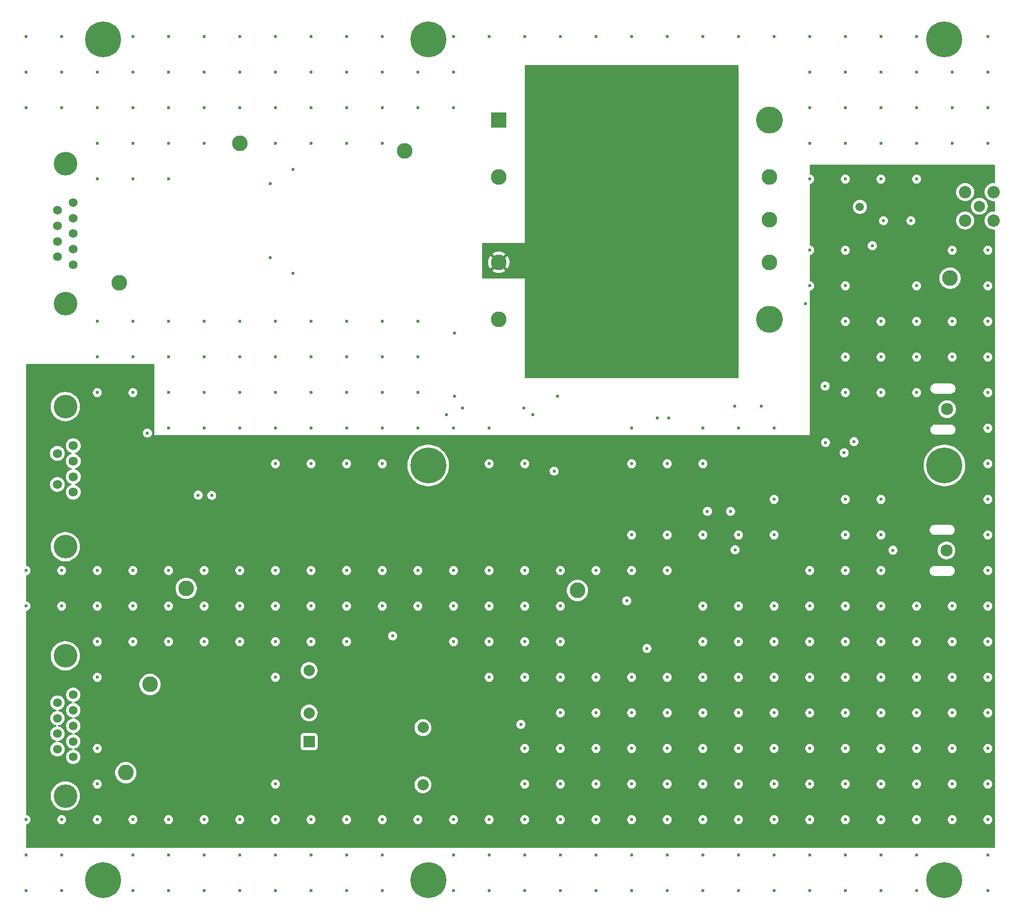
<source format=gbr>
%TF.GenerationSoftware,KiCad,Pcbnew,9.0.3*%
%TF.CreationDate,2025-09-16T14:49:37-04:00*%
%TF.ProjectId,9_TOF_PDU,395f544f-465f-4504-9455-2e6b69636164,rev?*%
%TF.SameCoordinates,Original*%
%TF.FileFunction,Copper,L6,Inr*%
%TF.FilePolarity,Positive*%
%FSLAX46Y46*%
G04 Gerber Fmt 4.6, Leading zero omitted, Abs format (unit mm)*
G04 Created by KiCad (PCBNEW 9.0.3) date 2025-09-16 14:49:37*
%MOMM*%
%LPD*%
G01*
G04 APERTURE LIST*
%TA.AperFunction,ComponentPad*%
%ADD10C,6.400000*%
%TD*%
%TA.AperFunction,ComponentPad*%
%ADD11C,2.800000*%
%TD*%
%TA.AperFunction,ComponentPad*%
%ADD12C,2.159000*%
%TD*%
%TA.AperFunction,ComponentPad*%
%ADD13C,1.560000*%
%TD*%
%TA.AperFunction,ComponentPad*%
%ADD14C,4.216000*%
%TD*%
%TA.AperFunction,ComponentPad*%
%ADD15C,1.635000*%
%TD*%
%TA.AperFunction,ComponentPad*%
%ADD16C,2.006600*%
%TD*%
%TA.AperFunction,ComponentPad*%
%ADD17C,2.209800*%
%TD*%
%TA.AperFunction,ComponentPad*%
%ADD18R,2.800000X2.800000*%
%TD*%
%TA.AperFunction,ComponentPad*%
%ADD19C,4.800000*%
%TD*%
%TA.AperFunction,ComponentPad*%
%ADD20R,2.000000X2.000000*%
%TD*%
%TA.AperFunction,ComponentPad*%
%ADD21C,2.000000*%
%TD*%
%TA.AperFunction,ViaPad*%
%ADD22C,0.600000*%
%TD*%
%TA.AperFunction,ViaPad*%
%ADD23C,1.500000*%
%TD*%
G04 APERTURE END LIST*
D10*
%TO.N,GNDPWR*%
%TO.C,H1*%
X128000000Y-64000000D03*
%TD*%
D11*
%TO.N,/Telemetry_Circuitry/V3p3*%
%TO.C,+3.3V1*%
X212598000Y-162306000D03*
%TD*%
D10*
%TO.N,GNDPWR*%
%TO.C,H3*%
X186000000Y-64000000D03*
%TD*%
%TO.N,GNDPWR*%
%TO.C,H2*%
X186000000Y-214000000D03*
%TD*%
D11*
%TO.N,/V_SEC_RTN*%
%TO.C,+12V_{RTN}1*%
X152400000Y-82550000D03*
%TD*%
D10*
%TO.N,GNDPWR*%
%TO.C,H6*%
X186000000Y-140000000D03*
%TD*%
%TO.N,GNDPWR*%
%TO.C,H4*%
X278000000Y-214000000D03*
%TD*%
D11*
%TO.N,/V_SEC_Telem_RTN*%
%TO.C,V_TELEM_{RTN}1*%
X136398000Y-179070000D03*
%TD*%
D12*
%TO.N,Net-(P1-Pad1)*%
%TO.C,P1*%
X278370000Y-155160000D03*
%TD*%
D11*
%TO.N,/Main_PDU_Block/Enable*%
%TO.C,V_{EN}1*%
X181780000Y-83870000D03*
%TD*%
%TO.N,/V_SEC_IN_Telem*%
%TO.C,V_TELEM_IN1*%
X132080000Y-194818000D03*
%TD*%
D13*
%TO.N,/V_SEC_Telem_RTN*%
%TO.C,J2*%
X122720000Y-180933500D03*
X122720000Y-183703500D03*
%TO.N,unconnected-(J2-Pad3)*%
X122720000Y-186473500D03*
%TO.N,/V_SEC_Telem_RTN*%
X122720000Y-189243500D03*
X122720000Y-192013500D03*
%TO.N,/V_SEC_IN_Telem*%
X119880000Y-182318500D03*
X119880000Y-185088500D03*
X119880000Y-187858500D03*
X119880000Y-190628500D03*
D14*
%TO.N,GNDPWR*%
X121300000Y-173973500D03*
X121300000Y-198973500D03*
%TD*%
D10*
%TO.N,GNDPWR*%
%TO.C,H7*%
X128000000Y-214000000D03*
%TD*%
D15*
%TO.N,/V_P5V_RTN*%
%TO.C,J3*%
X122720000Y-147540000D03*
%TO.N,/i_OUT_TELEM*%
X122720000Y-144770000D03*
%TO.N,unconnected-(J3-Pad3)*%
X122720000Y-142000000D03*
%TO.N,/Enable-*%
X122720000Y-139230000D03*
%TO.N,/Enable+*%
X122720000Y-136460000D03*
%TO.N,/V_P5V_RTN*%
X119880000Y-146155000D03*
%TO.N,/TEMP_TELEM*%
X119880000Y-143385000D03*
%TO.N,/V_P5V_RTN*%
X119880000Y-140615000D03*
%TO.N,/V_OUT_TELEM*%
X119880000Y-137845000D03*
D14*
%TO.N,GNDPWR*%
X121300000Y-129500000D03*
X121300000Y-154500000D03*
%TD*%
D11*
%TO.N,/V_TOF_RTN*%
%TO.C,SEC_{RTN}1*%
X279010000Y-106580000D03*
%TD*%
%TO.N,/V_P5V*%
%TO.C,V_TELEM_{5V}1*%
X142850000Y-161930000D03*
%TD*%
D13*
%TO.N,/V_SEC_RTN*%
%TO.C,J1*%
X122720000Y-93078500D03*
X122720000Y-95848500D03*
%TO.N,unconnected-(J1-Pad3)*%
X122720000Y-98618500D03*
%TO.N,/V_SEC_RTN*%
X122720000Y-101388500D03*
X122720000Y-104158500D03*
%TO.N,/V_SEC_IN*%
X119880000Y-94463500D03*
X119880000Y-97233500D03*
X119880000Y-100003500D03*
X119880000Y-102773500D03*
D14*
%TO.N,GNDPWR*%
X121300000Y-86118500D03*
X121300000Y-111118500D03*
%TD*%
D16*
%TO.N,/Telemetry_Circuitry/V_TOF_OUT*%
%TO.C,P_OUT1*%
X284238000Y-93748500D03*
D17*
%TO.N,/V_TOF_RTN*%
X286778000Y-91208500D03*
X281698000Y-91208500D03*
X281698000Y-96288500D03*
X286778000Y-96288500D03*
%TD*%
D11*
%TO.N,/V_SEC_IN*%
%TO.C,+12V1*%
X130940000Y-107370000D03*
%TD*%
D12*
%TO.N,Net-(M4-Pad3)*%
%TO.C,P2*%
X278500000Y-129950201D03*
%TD*%
D10*
%TO.N,GNDPWR*%
%TO.C,H8*%
X278000000Y-140000000D03*
%TD*%
%TO.N,GNDPWR*%
%TO.C,H5*%
X278000000Y-64000000D03*
%TD*%
D18*
%TO.N,/Main_PDU_Block/V_POS*%
%TO.C,U1*%
X198572500Y-78340000D03*
D11*
%TO.N,/Main_PDU_Block/Enable*%
X198572500Y-88500000D03*
%TO.N,GNDPWR*%
X198572500Y-103740000D03*
%TO.N,/Main_PDU_Block/V_RTN*%
X198572500Y-113900000D03*
D19*
%TO.N,/V_TOF_RTN*%
X246822500Y-113900000D03*
D11*
X246822500Y-103740000D03*
%TO.N,unconnected-(U1-TRIM-Pad7)*%
X246822500Y-96120000D03*
%TO.N,/Main_PDU_Block/V_TOF_OUT*%
X246822500Y-88500000D03*
D19*
X246822500Y-78340000D03*
%TD*%
D11*
%TO.N,/V_P5V_RTN*%
%TO.C,TELEM_{RTN}1*%
X161798000Y-162052000D03*
%TD*%
D20*
%TO.N,/V_TOF_Telemetry_PDU/V_POS*%
%TO.C,U2*%
X164755500Y-189273500D03*
D21*
%TO.N,/V_TOF_Telemetry_PDU/V_RTN*%
X164755500Y-184173500D03*
%TO.N,/V_P5V*%
X185055500Y-196973500D03*
%TO.N,unconnected-(U2-TRIM-Pad4)*%
X185055500Y-186773500D03*
%TO.N,/V_P5V_RTN*%
X185055500Y-176573500D03*
%TO.N,unconnected-(U2-REMOTE-Pad6)*%
X164755500Y-176573500D03*
%TD*%
D22*
%TO.N,/V_SEC_RTN*%
X171450000Y-165100000D03*
X165100000Y-127000000D03*
X177800000Y-215900000D03*
X165100000Y-133350000D03*
X247650000Y-215900000D03*
X215900000Y-209550000D03*
X266700000Y-158750000D03*
X146050000Y-127000000D03*
X177800000Y-139700000D03*
X279400000Y-114300000D03*
X177800000Y-76200000D03*
X146050000Y-171450000D03*
X114300000Y-158750000D03*
X254000000Y-203200000D03*
X222250000Y-177800000D03*
X139700000Y-127000000D03*
X139700000Y-120650000D03*
X133350000Y-63500000D03*
X247650000Y-133350000D03*
X120650000Y-158750000D03*
X165100000Y-139700000D03*
X120650000Y-203200000D03*
X196850000Y-139700000D03*
X203200000Y-63500000D03*
X127000000Y-88900000D03*
X133350000Y-209550000D03*
X234950000Y-215900000D03*
X222250000Y-203200000D03*
X222250000Y-215900000D03*
X260350000Y-82550000D03*
X209550000Y-63500000D03*
X190500000Y-133350000D03*
X184150000Y-127000000D03*
X152400000Y-63500000D03*
X254000000Y-88900000D03*
X266700000Y-196850000D03*
X273050000Y-120650000D03*
X196850000Y-133350000D03*
X203200000Y-165100000D03*
X171450000Y-158750000D03*
X222250000Y-190500000D03*
X241300000Y-215900000D03*
X133350000Y-120650000D03*
X285750000Y-184150000D03*
X171450000Y-133350000D03*
X146050000Y-133350000D03*
X209550000Y-165100000D03*
X165100000Y-203200000D03*
X215900000Y-63500000D03*
X158750000Y-114300000D03*
X184150000Y-114300000D03*
X133350000Y-114300000D03*
X127000000Y-69850000D03*
X177800000Y-158750000D03*
X171450000Y-215900000D03*
X146050000Y-63500000D03*
X260350000Y-165100000D03*
X165100000Y-209550000D03*
X177800000Y-69850000D03*
X228600000Y-190500000D03*
X260350000Y-171450000D03*
X171450000Y-127000000D03*
X133350000Y-76200000D03*
X254000000Y-171450000D03*
X241300000Y-196850000D03*
X209550000Y-209550000D03*
X165100000Y-120650000D03*
X171450000Y-63500000D03*
X285750000Y-215900000D03*
X273050000Y-127000000D03*
X222250000Y-139700000D03*
X177800000Y-209550000D03*
X222250000Y-152400000D03*
X285750000Y-120650000D03*
X196850000Y-215900000D03*
X222250000Y-196850000D03*
X152400000Y-114300000D03*
X165100000Y-82550000D03*
X266700000Y-184150000D03*
X266700000Y-146050000D03*
X234950000Y-203200000D03*
X234950000Y-63500000D03*
X152400000Y-165100000D03*
X152400000Y-120650000D03*
X196850000Y-171450000D03*
X260350000Y-215900000D03*
X152400000Y-158750000D03*
X171450000Y-209550000D03*
X254000000Y-177800000D03*
X241300000Y-209550000D03*
X266700000Y-203200000D03*
X247650000Y-152400000D03*
X241300000Y-171450000D03*
X228600000Y-139700000D03*
X241300000Y-165100000D03*
X190500000Y-69850000D03*
X152400000Y-203200000D03*
X228600000Y-184150000D03*
X260350000Y-203200000D03*
X196850000Y-177800000D03*
X273050000Y-171450000D03*
X247650000Y-177800000D03*
X254000000Y-69850000D03*
X139700000Y-203200000D03*
X203200000Y-209550000D03*
X285750000Y-165100000D03*
X285750000Y-177800000D03*
X190500000Y-63500000D03*
X273050000Y-69850000D03*
X285750000Y-196850000D03*
X177800000Y-127000000D03*
X247650000Y-196850000D03*
X215900000Y-190500000D03*
X158750000Y-133350000D03*
X158750000Y-177800000D03*
X285750000Y-152400000D03*
X177800000Y-165100000D03*
X247650000Y-171450000D03*
X165100000Y-76200000D03*
X190500000Y-165100000D03*
X247650000Y-63500000D03*
X285750000Y-114300000D03*
X254000000Y-190500000D03*
X146050000Y-209550000D03*
X228600000Y-177800000D03*
X139700000Y-114300000D03*
X171450000Y-139700000D03*
X254000000Y-158750000D03*
X279400000Y-165100000D03*
X158750000Y-203200000D03*
X273050000Y-203200000D03*
X215900000Y-203200000D03*
X266700000Y-171450000D03*
X279400000Y-101600000D03*
X177800000Y-203200000D03*
X139700000Y-158750000D03*
X273050000Y-76200000D03*
X254000000Y-196850000D03*
X171450000Y-69850000D03*
X247650000Y-203200000D03*
X146050000Y-203200000D03*
X247650000Y-146050000D03*
X247650000Y-184150000D03*
X196850000Y-63500000D03*
X158750000Y-76200000D03*
X215900000Y-177800000D03*
X209550000Y-184150000D03*
X133350000Y-158750000D03*
X215900000Y-158750000D03*
X190500000Y-158750000D03*
X260350000Y-76200000D03*
X114300000Y-165100000D03*
X234950000Y-190500000D03*
X266700000Y-69850000D03*
X279400000Y-177800000D03*
X266700000Y-127000000D03*
X133350000Y-69850000D03*
X190500000Y-171450000D03*
X260350000Y-88900000D03*
X279400000Y-190500000D03*
X209550000Y-158750000D03*
X152400000Y-215900000D03*
X285750000Y-63500000D03*
X165100000Y-171450000D03*
X133350000Y-165100000D03*
X139700000Y-69850000D03*
X114300000Y-209550000D03*
X133350000Y-203200000D03*
X279400000Y-82550000D03*
X254000000Y-76200000D03*
X158750000Y-171450000D03*
X190500000Y-76200000D03*
X127000000Y-158750000D03*
X273050000Y-184150000D03*
X228600000Y-209550000D03*
X127000000Y-171450000D03*
X184150000Y-165100000D03*
X234950000Y-177800000D03*
X228600000Y-63500000D03*
X222250000Y-63500000D03*
X215900000Y-184150000D03*
X260350000Y-184150000D03*
X260350000Y-190500000D03*
X120650000Y-215900000D03*
X254000000Y-165100000D03*
X184150000Y-120650000D03*
X152400000Y-127000000D03*
X273050000Y-190500000D03*
X209550000Y-171450000D03*
X254000000Y-215900000D03*
X158750000Y-209550000D03*
X152400000Y-133350000D03*
X254000000Y-184150000D03*
X203200000Y-158750000D03*
X228600000Y-158750000D03*
X273050000Y-177800000D03*
X203200000Y-203200000D03*
X273050000Y-82550000D03*
X133350000Y-215900000D03*
X273050000Y-107950000D03*
X114300000Y-69850000D03*
X273050000Y-63500000D03*
X203200000Y-171450000D03*
X139700000Y-76200000D03*
X260350000Y-120650000D03*
X152400000Y-209550000D03*
X285750000Y-171450000D03*
X266700000Y-114300000D03*
X152400000Y-76200000D03*
X158750000Y-69850000D03*
X127000000Y-177800000D03*
X190500000Y-203200000D03*
X285750000Y-209550000D03*
X273050000Y-88900000D03*
X285750000Y-158750000D03*
X120650000Y-165100000D03*
X279400000Y-196850000D03*
X228600000Y-203200000D03*
X127000000Y-127000000D03*
X254000000Y-82550000D03*
X133350000Y-127000000D03*
X203200000Y-190500000D03*
X114300000Y-63500000D03*
X228600000Y-215900000D03*
X285750000Y-133350000D03*
X266700000Y-120650000D03*
X184150000Y-133350000D03*
X266700000Y-190500000D03*
X273050000Y-196850000D03*
X158750000Y-165100000D03*
X241300000Y-133350000D03*
X139700000Y-88900000D03*
X139700000Y-133350000D03*
X254000000Y-209550000D03*
X209550000Y-215900000D03*
X203200000Y-177800000D03*
X266700000Y-63500000D03*
X285750000Y-190500000D03*
X234950000Y-133350000D03*
X285750000Y-146050000D03*
X241300000Y-184150000D03*
X146050000Y-76200000D03*
X209550000Y-203200000D03*
X266700000Y-152400000D03*
X196850000Y-165100000D03*
X209550000Y-190500000D03*
X190500000Y-209550000D03*
X260350000Y-146050000D03*
X222250000Y-184150000D03*
X234950000Y-196850000D03*
X279400000Y-171450000D03*
X177800000Y-120650000D03*
X184150000Y-69850000D03*
X234950000Y-152400000D03*
X203200000Y-196850000D03*
X266700000Y-215900000D03*
X273050000Y-215900000D03*
X171450000Y-82550000D03*
X260350000Y-63500000D03*
X273050000Y-114300000D03*
X203200000Y-139700000D03*
X158750000Y-158750000D03*
X209550000Y-177800000D03*
X127000000Y-120650000D03*
X254000000Y-63500000D03*
X279400000Y-184150000D03*
X241300000Y-152400000D03*
X120650000Y-76200000D03*
X133350000Y-171450000D03*
X184150000Y-203200000D03*
X171450000Y-203200000D03*
X127000000Y-82550000D03*
X279400000Y-69850000D03*
X120650000Y-63500000D03*
X184150000Y-76200000D03*
X127000000Y-203200000D03*
X215900000Y-215900000D03*
X279400000Y-76200000D03*
X152400000Y-171450000D03*
X146050000Y-165100000D03*
X285750000Y-69850000D03*
X260350000Y-127000000D03*
X241300000Y-177800000D03*
X266700000Y-88900000D03*
X285750000Y-107950000D03*
X158750000Y-196850000D03*
X247650000Y-209550000D03*
X171450000Y-120650000D03*
X171450000Y-114300000D03*
X146050000Y-114300000D03*
X260350000Y-69850000D03*
X146050000Y-215900000D03*
X177800000Y-133350000D03*
X146050000Y-158750000D03*
X273050000Y-209550000D03*
X222250000Y-209550000D03*
X146050000Y-120650000D03*
X260350000Y-107950000D03*
X254000000Y-101600000D03*
X260350000Y-177800000D03*
X215900000Y-196850000D03*
X158750000Y-63500000D03*
X285750000Y-203200000D03*
X241300000Y-63500000D03*
X260350000Y-101600000D03*
X127000000Y-114300000D03*
X279400000Y-203200000D03*
X196850000Y-209550000D03*
X165100000Y-63500000D03*
X127000000Y-196850000D03*
X165100000Y-165100000D03*
X266700000Y-209550000D03*
X266700000Y-165100000D03*
X285750000Y-82550000D03*
X285750000Y-76200000D03*
X139700000Y-165100000D03*
X266700000Y-177800000D03*
X165100000Y-215900000D03*
X209550000Y-196850000D03*
X158750000Y-215900000D03*
X133350000Y-82550000D03*
X127000000Y-165100000D03*
X158750000Y-120650000D03*
X196850000Y-158750000D03*
X165100000Y-114300000D03*
X171450000Y-76200000D03*
X234950000Y-165100000D03*
X254000000Y-107950000D03*
X177800000Y-63500000D03*
X222250000Y-133350000D03*
X184150000Y-158750000D03*
X285750000Y-101600000D03*
X120650000Y-209550000D03*
X146050000Y-69850000D03*
X139700000Y-82550000D03*
X171450000Y-171450000D03*
X133350000Y-88900000D03*
X260350000Y-114300000D03*
X241300000Y-203200000D03*
X222250000Y-158750000D03*
X139700000Y-171450000D03*
X158750000Y-82550000D03*
X114300000Y-203200000D03*
X139700000Y-63500000D03*
X228600000Y-152400000D03*
X152400000Y-69850000D03*
X177800000Y-82550000D03*
X114300000Y-76200000D03*
X203200000Y-215900000D03*
X247650000Y-165100000D03*
X260350000Y-158750000D03*
X285750000Y-127000000D03*
X139700000Y-209550000D03*
X120650000Y-69850000D03*
X165100000Y-69850000D03*
X260350000Y-209550000D03*
X234950000Y-171450000D03*
X177800000Y-114300000D03*
X234950000Y-209550000D03*
X260350000Y-196850000D03*
X241300000Y-190500000D03*
X285750000Y-139700000D03*
X260350000Y-152400000D03*
X234950000Y-184150000D03*
X158750000Y-127000000D03*
X273050000Y-165100000D03*
X139700000Y-215900000D03*
X234950000Y-139700000D03*
X266700000Y-76200000D03*
X266700000Y-82550000D03*
X279400000Y-120650000D03*
X196850000Y-203200000D03*
X165100000Y-158750000D03*
X146050000Y-82550000D03*
X228600000Y-196850000D03*
X127000000Y-190500000D03*
X247650000Y-190500000D03*
X190500000Y-215900000D03*
X158750000Y-139700000D03*
X114300000Y-215900000D03*
X127000000Y-76200000D03*
%TO.N,/Main_PDU_Block/V_RTN*%
X190700000Y-116410000D03*
X190700000Y-127620000D03*
X209038000Y-127618500D03*
%TO.N,/Main_PDU_Block/V_POS*%
X204650000Y-130960000D03*
X189280000Y-130960000D03*
D23*
%TO.N,/Main_PDU_Block/V_TOF_OUT*%
X262938000Y-93856000D03*
D22*
X267138000Y-96318500D03*
%TO.N,/V_TOF_RTN*%
X226822000Y-131572000D03*
X245338000Y-129418500D03*
X256810000Y-135910000D03*
X228854000Y-131572000D03*
D23*
%TO.N,GNDPWR*%
X237490000Y-121920000D03*
X232410000Y-76200000D03*
X237490000Y-96520000D03*
X222250000Y-86360000D03*
D22*
X161912000Y-87126500D03*
D23*
X212090000Y-91440000D03*
X232410000Y-91440000D03*
X207010000Y-91440000D03*
X212090000Y-76200000D03*
X232410000Y-106680000D03*
X212090000Y-96520000D03*
X222250000Y-81280000D03*
X212090000Y-86360000D03*
X222250000Y-91440000D03*
X227330000Y-116840000D03*
X222250000Y-121920000D03*
X212090000Y-106680000D03*
X222250000Y-116840000D03*
X227330000Y-106680000D03*
X222250000Y-96520000D03*
X207010000Y-111760000D03*
X217170000Y-81280000D03*
X217170000Y-116840000D03*
X222250000Y-101600000D03*
X222250000Y-71120000D03*
X217170000Y-91440000D03*
X227330000Y-71120000D03*
X232410000Y-101600000D03*
X232410000Y-96520000D03*
X237490000Y-91440000D03*
X207010000Y-101600000D03*
X237490000Y-101600000D03*
X207010000Y-121920000D03*
X212090000Y-121920000D03*
X207010000Y-106680000D03*
X227330000Y-81280000D03*
X212090000Y-111760000D03*
D22*
X161912000Y-105668500D03*
D23*
X217170000Y-96520000D03*
X232410000Y-111760000D03*
X207010000Y-71120000D03*
X237490000Y-81280000D03*
X217170000Y-86360000D03*
X227330000Y-111760000D03*
X237490000Y-106680000D03*
X237490000Y-71120000D03*
X222250000Y-111760000D03*
X207010000Y-96520000D03*
X232410000Y-86360000D03*
X232410000Y-81280000D03*
X207010000Y-86360000D03*
X237490000Y-116840000D03*
X207010000Y-76200000D03*
X232410000Y-121920000D03*
X217170000Y-121920000D03*
X227330000Y-76200000D03*
X217170000Y-76200000D03*
X222250000Y-106680000D03*
X227330000Y-86360000D03*
X217170000Y-106680000D03*
X237490000Y-76200000D03*
X217170000Y-71120000D03*
X237490000Y-111760000D03*
X227330000Y-91440000D03*
D22*
X179638000Y-170418500D03*
D23*
X212090000Y-101600000D03*
X232410000Y-71120000D03*
X237490000Y-86360000D03*
X207010000Y-116840000D03*
X207010000Y-81280000D03*
X217170000Y-101600000D03*
X212090000Y-71120000D03*
D22*
X240638000Y-129418500D03*
D23*
X222250000Y-76200000D03*
X212090000Y-81280000D03*
X227330000Y-101600000D03*
X227330000Y-96520000D03*
X217170000Y-111760000D03*
X227330000Y-121920000D03*
X212090000Y-116840000D03*
X232410000Y-116840000D03*
D22*
%TO.N,/V_P5V_RTN*%
X260938000Y-130003500D03*
X212778000Y-169573500D03*
X226878000Y-169348500D03*
X266138000Y-135753500D03*
X265148000Y-98728500D03*
X184638000Y-170418500D03*
X267608000Y-107598500D03*
X131838000Y-134218500D03*
X144978000Y-140938500D03*
X207938000Y-147218499D03*
X243780000Y-137170000D03*
X226822000Y-137414000D03*
X231296500Y-165678500D03*
X238903100Y-157558500D03*
X139398000Y-146248499D03*
X150078000Y-150048500D03*
X267988000Y-134308500D03*
X273888000Y-99808500D03*
X228854000Y-137414000D03*
%TO.N,/V_P5V*%
X224978000Y-172648500D03*
X147408000Y-145338500D03*
X261888001Y-135753500D03*
X268830000Y-155119799D03*
X202510000Y-186200000D03*
X208438000Y-141018500D03*
%TO.N,/Telemetry_Circuitry/V3p3*%
X240703100Y-155058500D03*
X135938000Y-134218500D03*
X239893100Y-148188500D03*
X265148000Y-100778500D03*
X235763100Y-148178500D03*
X221378000Y-164148500D03*
X144988000Y-145298498D03*
%TO.N,/Main_PDU_Block/SEC_RTN*%
X157848000Y-102874500D03*
X157848000Y-89666500D03*
%TO.N,/Main_PDU_Block/Enable*%
X203038000Y-129718500D03*
X192080000Y-129720000D03*
%TO.N,/Telemetry_Circuitry/V_TOF_OUT*%
X260130000Y-137750000D03*
X256748000Y-125818500D03*
X272038000Y-96318500D03*
%TO.N,Net-(U8B-IN2+)*%
X253230000Y-111090000D03*
%TD*%
%TA.AperFunction,Conductor*%
%TO.N,GNDPWR*%
G36*
X241243039Y-68599685D02*
G01*
X241288794Y-68652489D01*
X241300000Y-68704000D01*
X241300000Y-124336000D01*
X241280315Y-124403039D01*
X241227511Y-124448794D01*
X241176000Y-124460000D01*
X203324000Y-124460000D01*
X203256961Y-124440315D01*
X203211206Y-124387511D01*
X203200000Y-124336000D01*
X203200000Y-106680000D01*
X195704000Y-106680000D01*
X195636961Y-106660315D01*
X195591206Y-106607511D01*
X195580000Y-106556000D01*
X195580000Y-103615466D01*
X196672500Y-103615466D01*
X196672500Y-103864533D01*
X196705008Y-104111463D01*
X196769473Y-104352049D01*
X196864783Y-104582148D01*
X196864788Y-104582159D01*
X196989313Y-104797841D01*
X196989319Y-104797849D01*
X197063900Y-104895045D01*
X197933189Y-104025756D01*
X197952168Y-104071574D01*
X198028774Y-104186224D01*
X198126276Y-104283726D01*
X198240926Y-104360332D01*
X198286742Y-104379309D01*
X197417453Y-105248598D01*
X197514650Y-105323180D01*
X197514658Y-105323186D01*
X197730340Y-105447711D01*
X197730351Y-105447716D01*
X197960450Y-105543026D01*
X198201036Y-105607491D01*
X198447966Y-105640000D01*
X198697034Y-105640000D01*
X198943963Y-105607491D01*
X199184549Y-105543026D01*
X199414648Y-105447716D01*
X199414659Y-105447711D01*
X199630355Y-105323178D01*
X199727545Y-105248600D01*
X199727545Y-105248597D01*
X198858257Y-104379309D01*
X198904074Y-104360332D01*
X199018724Y-104283726D01*
X199116226Y-104186224D01*
X199192832Y-104071574D01*
X199211809Y-104025757D01*
X200081097Y-104895045D01*
X200081100Y-104895045D01*
X200155678Y-104797855D01*
X200280211Y-104582159D01*
X200280216Y-104582148D01*
X200375526Y-104352049D01*
X200439991Y-104111463D01*
X200472500Y-103864533D01*
X200472500Y-103615466D01*
X200439991Y-103368536D01*
X200375526Y-103127950D01*
X200280216Y-102897851D01*
X200280211Y-102897840D01*
X200155686Y-102682158D01*
X200155680Y-102682150D01*
X200081098Y-102584953D01*
X199211809Y-103454242D01*
X199192832Y-103408426D01*
X199116226Y-103293776D01*
X199018724Y-103196274D01*
X198904074Y-103119668D01*
X198858255Y-103100689D01*
X199727545Y-102231400D01*
X199630349Y-102156819D01*
X199630341Y-102156813D01*
X199414659Y-102032288D01*
X199414648Y-102032283D01*
X199184549Y-101936973D01*
X198943963Y-101872508D01*
X198697034Y-101840000D01*
X198447966Y-101840000D01*
X198201036Y-101872508D01*
X197960450Y-101936973D01*
X197730351Y-102032283D01*
X197730347Y-102032285D01*
X197514643Y-102156823D01*
X197417453Y-102231399D01*
X197417453Y-102231400D01*
X198286743Y-103100690D01*
X198240926Y-103119668D01*
X198126276Y-103196274D01*
X198028774Y-103293776D01*
X197952168Y-103408426D01*
X197933190Y-103454243D01*
X197063900Y-102584953D01*
X197063899Y-102584953D01*
X196989323Y-102682143D01*
X196864785Y-102897847D01*
X196864783Y-102897851D01*
X196769473Y-103127950D01*
X196705008Y-103368536D01*
X196672500Y-103615466D01*
X195580000Y-103615466D01*
X195580000Y-100454000D01*
X195599685Y-100386961D01*
X195652489Y-100341206D01*
X195704000Y-100330000D01*
X203200000Y-100330000D01*
X203200000Y-68704000D01*
X203219685Y-68636961D01*
X203272489Y-68591206D01*
X203324000Y-68580000D01*
X241176000Y-68580000D01*
X241243039Y-68599685D01*
G37*
%TD.AperFunction*%
%TD*%
%TA.AperFunction,Conductor*%
%TO.N,/V_P5V_RTN*%
G36*
X286963039Y-86379685D02*
G01*
X287008794Y-86432489D01*
X287020000Y-86484000D01*
X287020000Y-89479100D01*
X287000315Y-89546139D01*
X286947511Y-89591894D01*
X286896000Y-89603100D01*
X286651647Y-89603100D01*
X286402071Y-89642629D01*
X286161737Y-89720719D01*
X285936586Y-89835439D01*
X285819949Y-89920181D01*
X285732152Y-89983970D01*
X285732150Y-89983972D01*
X285732149Y-89983972D01*
X285553472Y-90162649D01*
X285553472Y-90162650D01*
X285553470Y-90162652D01*
X285543199Y-90176789D01*
X285404939Y-90367086D01*
X285290219Y-90592237D01*
X285212129Y-90832571D01*
X285172600Y-91082146D01*
X285172600Y-91334853D01*
X285204842Y-91538417D01*
X285212130Y-91584432D01*
X285290218Y-91824760D01*
X285404939Y-92049913D01*
X285553470Y-92254348D01*
X285732152Y-92433030D01*
X285936587Y-92581561D01*
X286161740Y-92696282D01*
X286402068Y-92774370D01*
X286478503Y-92786476D01*
X286651647Y-92813900D01*
X286896000Y-92813900D01*
X286963039Y-92833585D01*
X287008794Y-92886389D01*
X287020000Y-92937900D01*
X287020000Y-94559100D01*
X287000315Y-94626139D01*
X286947511Y-94671894D01*
X286896000Y-94683100D01*
X286651647Y-94683100D01*
X286402071Y-94722629D01*
X286161737Y-94800719D01*
X285936586Y-94915439D01*
X285882078Y-94955042D01*
X285732152Y-95063970D01*
X285732150Y-95063972D01*
X285732149Y-95063972D01*
X285553472Y-95242649D01*
X285553472Y-95242650D01*
X285553470Y-95242652D01*
X285511593Y-95300291D01*
X285404939Y-95447086D01*
X285290219Y-95672237D01*
X285212129Y-95912571D01*
X285172600Y-96162146D01*
X285172600Y-96414853D01*
X285195965Y-96562371D01*
X285212130Y-96664432D01*
X285290218Y-96904760D01*
X285404939Y-97129913D01*
X285553470Y-97334348D01*
X285732152Y-97513030D01*
X285936587Y-97661561D01*
X286161740Y-97776282D01*
X286402068Y-97854370D01*
X286495662Y-97869193D01*
X286651647Y-97893900D01*
X286896000Y-97893900D01*
X286963039Y-97913585D01*
X287008794Y-97966389D01*
X287020000Y-98017900D01*
X287020000Y-208156000D01*
X287000315Y-208223039D01*
X286947511Y-208268794D01*
X286896000Y-208280000D01*
X177800000Y-208280000D01*
X114424000Y-208280000D01*
X114356961Y-208260315D01*
X114311206Y-208207511D01*
X114300000Y-208156000D01*
X114300000Y-204117947D01*
X114319685Y-204050908D01*
X114372489Y-204005153D01*
X114399809Y-203996330D01*
X114468435Y-203982678D01*
X114533497Y-203969737D01*
X114679179Y-203909394D01*
X114810289Y-203821789D01*
X114921789Y-203710289D01*
X115009394Y-203579179D01*
X115069737Y-203433497D01*
X115100500Y-203278842D01*
X115100500Y-203121158D01*
X115100500Y-203121155D01*
X115100499Y-203121153D01*
X119849500Y-203121153D01*
X119849500Y-203278846D01*
X119880261Y-203433489D01*
X119880264Y-203433501D01*
X119940602Y-203579172D01*
X119940609Y-203579185D01*
X120028210Y-203710288D01*
X120028213Y-203710292D01*
X120139707Y-203821786D01*
X120139711Y-203821789D01*
X120270814Y-203909390D01*
X120270827Y-203909397D01*
X120416498Y-203969735D01*
X120416503Y-203969737D01*
X120550194Y-203996330D01*
X120571153Y-204000499D01*
X120571156Y-204000500D01*
X120571158Y-204000500D01*
X120728844Y-204000500D01*
X120728845Y-204000499D01*
X120883497Y-203969737D01*
X121029179Y-203909394D01*
X121160289Y-203821789D01*
X121271789Y-203710289D01*
X121359394Y-203579179D01*
X121419737Y-203433497D01*
X121450500Y-203278842D01*
X121450500Y-203121158D01*
X121450500Y-203121155D01*
X121450499Y-203121153D01*
X126199500Y-203121153D01*
X126199500Y-203278846D01*
X126230261Y-203433489D01*
X126230264Y-203433501D01*
X126290602Y-203579172D01*
X126290609Y-203579185D01*
X126378210Y-203710288D01*
X126378213Y-203710292D01*
X126489707Y-203821786D01*
X126489711Y-203821789D01*
X126620814Y-203909390D01*
X126620827Y-203909397D01*
X126766498Y-203969735D01*
X126766503Y-203969737D01*
X126900194Y-203996330D01*
X126921153Y-204000499D01*
X126921156Y-204000500D01*
X126921158Y-204000500D01*
X127078844Y-204000500D01*
X127078845Y-204000499D01*
X127233497Y-203969737D01*
X127379179Y-203909394D01*
X127510289Y-203821789D01*
X127621789Y-203710289D01*
X127709394Y-203579179D01*
X127769737Y-203433497D01*
X127800500Y-203278842D01*
X127800500Y-203121158D01*
X127800500Y-203121155D01*
X127800499Y-203121153D01*
X132549500Y-203121153D01*
X132549500Y-203278846D01*
X132580261Y-203433489D01*
X132580264Y-203433501D01*
X132640602Y-203579172D01*
X132640609Y-203579185D01*
X132728210Y-203710288D01*
X132728213Y-203710292D01*
X132839707Y-203821786D01*
X132839711Y-203821789D01*
X132970814Y-203909390D01*
X132970827Y-203909397D01*
X133116498Y-203969735D01*
X133116503Y-203969737D01*
X133250194Y-203996330D01*
X133271153Y-204000499D01*
X133271156Y-204000500D01*
X133271158Y-204000500D01*
X133428844Y-204000500D01*
X133428845Y-204000499D01*
X133583497Y-203969737D01*
X133729179Y-203909394D01*
X133860289Y-203821789D01*
X133971789Y-203710289D01*
X134059394Y-203579179D01*
X134119737Y-203433497D01*
X134150500Y-203278842D01*
X134150500Y-203121158D01*
X134150500Y-203121155D01*
X134150499Y-203121153D01*
X138899500Y-203121153D01*
X138899500Y-203278846D01*
X138930261Y-203433489D01*
X138930264Y-203433501D01*
X138990602Y-203579172D01*
X138990609Y-203579185D01*
X139078210Y-203710288D01*
X139078213Y-203710292D01*
X139189707Y-203821786D01*
X139189711Y-203821789D01*
X139320814Y-203909390D01*
X139320827Y-203909397D01*
X139466498Y-203969735D01*
X139466503Y-203969737D01*
X139600194Y-203996330D01*
X139621153Y-204000499D01*
X139621156Y-204000500D01*
X139621158Y-204000500D01*
X139778844Y-204000500D01*
X139778845Y-204000499D01*
X139933497Y-203969737D01*
X140079179Y-203909394D01*
X140210289Y-203821789D01*
X140321789Y-203710289D01*
X140409394Y-203579179D01*
X140469737Y-203433497D01*
X140500500Y-203278842D01*
X140500500Y-203121158D01*
X140500500Y-203121155D01*
X140500499Y-203121153D01*
X145249500Y-203121153D01*
X145249500Y-203278846D01*
X145280261Y-203433489D01*
X145280264Y-203433501D01*
X145340602Y-203579172D01*
X145340609Y-203579185D01*
X145428210Y-203710288D01*
X145428213Y-203710292D01*
X145539707Y-203821786D01*
X145539711Y-203821789D01*
X145670814Y-203909390D01*
X145670827Y-203909397D01*
X145816498Y-203969735D01*
X145816503Y-203969737D01*
X145950194Y-203996330D01*
X145971153Y-204000499D01*
X145971156Y-204000500D01*
X145971158Y-204000500D01*
X146128844Y-204000500D01*
X146128845Y-204000499D01*
X146283497Y-203969737D01*
X146429179Y-203909394D01*
X146560289Y-203821789D01*
X146671789Y-203710289D01*
X146759394Y-203579179D01*
X146819737Y-203433497D01*
X146850500Y-203278842D01*
X146850500Y-203121158D01*
X146850500Y-203121155D01*
X146850499Y-203121153D01*
X151599500Y-203121153D01*
X151599500Y-203278846D01*
X151630261Y-203433489D01*
X151630264Y-203433501D01*
X151690602Y-203579172D01*
X151690609Y-203579185D01*
X151778210Y-203710288D01*
X151778213Y-203710292D01*
X151889707Y-203821786D01*
X151889711Y-203821789D01*
X152020814Y-203909390D01*
X152020827Y-203909397D01*
X152166498Y-203969735D01*
X152166503Y-203969737D01*
X152300194Y-203996330D01*
X152321153Y-204000499D01*
X152321156Y-204000500D01*
X152321158Y-204000500D01*
X152478844Y-204000500D01*
X152478845Y-204000499D01*
X152633497Y-203969737D01*
X152779179Y-203909394D01*
X152910289Y-203821789D01*
X153021789Y-203710289D01*
X153109394Y-203579179D01*
X153169737Y-203433497D01*
X153200500Y-203278842D01*
X153200500Y-203121158D01*
X153200500Y-203121155D01*
X153200499Y-203121153D01*
X157949500Y-203121153D01*
X157949500Y-203278846D01*
X157980261Y-203433489D01*
X157980264Y-203433501D01*
X158040602Y-203579172D01*
X158040609Y-203579185D01*
X158128210Y-203710288D01*
X158128213Y-203710292D01*
X158239707Y-203821786D01*
X158239711Y-203821789D01*
X158370814Y-203909390D01*
X158370827Y-203909397D01*
X158516498Y-203969735D01*
X158516503Y-203969737D01*
X158650194Y-203996330D01*
X158671153Y-204000499D01*
X158671156Y-204000500D01*
X158671158Y-204000500D01*
X158828844Y-204000500D01*
X158828845Y-204000499D01*
X158983497Y-203969737D01*
X159129179Y-203909394D01*
X159260289Y-203821789D01*
X159371789Y-203710289D01*
X159459394Y-203579179D01*
X159519737Y-203433497D01*
X159550500Y-203278842D01*
X159550500Y-203121158D01*
X159550500Y-203121155D01*
X159550499Y-203121153D01*
X164299500Y-203121153D01*
X164299500Y-203278846D01*
X164330261Y-203433489D01*
X164330264Y-203433501D01*
X164390602Y-203579172D01*
X164390609Y-203579185D01*
X164478210Y-203710288D01*
X164478213Y-203710292D01*
X164589707Y-203821786D01*
X164589711Y-203821789D01*
X164720814Y-203909390D01*
X164720827Y-203909397D01*
X164866498Y-203969735D01*
X164866503Y-203969737D01*
X165000194Y-203996330D01*
X165021153Y-204000499D01*
X165021156Y-204000500D01*
X165021158Y-204000500D01*
X165178844Y-204000500D01*
X165178845Y-204000499D01*
X165333497Y-203969737D01*
X165479179Y-203909394D01*
X165610289Y-203821789D01*
X165721789Y-203710289D01*
X165809394Y-203579179D01*
X165869737Y-203433497D01*
X165900500Y-203278842D01*
X165900500Y-203121158D01*
X165900500Y-203121155D01*
X165900499Y-203121153D01*
X170649500Y-203121153D01*
X170649500Y-203278846D01*
X170680261Y-203433489D01*
X170680264Y-203433501D01*
X170740602Y-203579172D01*
X170740609Y-203579185D01*
X170828210Y-203710288D01*
X170828213Y-203710292D01*
X170939707Y-203821786D01*
X170939711Y-203821789D01*
X171070814Y-203909390D01*
X171070827Y-203909397D01*
X171216498Y-203969735D01*
X171216503Y-203969737D01*
X171350194Y-203996330D01*
X171371153Y-204000499D01*
X171371156Y-204000500D01*
X171371158Y-204000500D01*
X171528844Y-204000500D01*
X171528845Y-204000499D01*
X171683497Y-203969737D01*
X171829179Y-203909394D01*
X171960289Y-203821789D01*
X172071789Y-203710289D01*
X172159394Y-203579179D01*
X172219737Y-203433497D01*
X172250500Y-203278842D01*
X172250500Y-203121158D01*
X172250500Y-203121155D01*
X172250499Y-203121153D01*
X176999500Y-203121153D01*
X176999500Y-203278846D01*
X177030261Y-203433489D01*
X177030264Y-203433501D01*
X177090602Y-203579172D01*
X177090609Y-203579185D01*
X177178210Y-203710288D01*
X177178213Y-203710292D01*
X177289707Y-203821786D01*
X177289711Y-203821789D01*
X177420814Y-203909390D01*
X177420827Y-203909397D01*
X177566498Y-203969735D01*
X177566503Y-203969737D01*
X177700194Y-203996330D01*
X177721153Y-204000499D01*
X177721156Y-204000500D01*
X177721158Y-204000500D01*
X177878844Y-204000500D01*
X177878845Y-204000499D01*
X178033497Y-203969737D01*
X178179179Y-203909394D01*
X178310289Y-203821789D01*
X178421789Y-203710289D01*
X178509394Y-203579179D01*
X178569737Y-203433497D01*
X178600500Y-203278842D01*
X178600500Y-203121158D01*
X178600500Y-203121155D01*
X178600499Y-203121153D01*
X183349500Y-203121153D01*
X183349500Y-203278846D01*
X183380261Y-203433489D01*
X183380264Y-203433501D01*
X183440602Y-203579172D01*
X183440609Y-203579185D01*
X183528210Y-203710288D01*
X183528213Y-203710292D01*
X183639707Y-203821786D01*
X183639711Y-203821789D01*
X183770814Y-203909390D01*
X183770827Y-203909397D01*
X183916498Y-203969735D01*
X183916503Y-203969737D01*
X184050194Y-203996330D01*
X184071153Y-204000499D01*
X184071156Y-204000500D01*
X184071158Y-204000500D01*
X184228844Y-204000500D01*
X184228845Y-204000499D01*
X184383497Y-203969737D01*
X184529179Y-203909394D01*
X184660289Y-203821789D01*
X184771789Y-203710289D01*
X184859394Y-203579179D01*
X184919737Y-203433497D01*
X184950500Y-203278842D01*
X184950500Y-203121158D01*
X184950500Y-203121155D01*
X184950499Y-203121153D01*
X189699500Y-203121153D01*
X189699500Y-203278846D01*
X189730261Y-203433489D01*
X189730264Y-203433501D01*
X189790602Y-203579172D01*
X189790609Y-203579185D01*
X189878210Y-203710288D01*
X189878213Y-203710292D01*
X189989707Y-203821786D01*
X189989711Y-203821789D01*
X190120814Y-203909390D01*
X190120827Y-203909397D01*
X190266498Y-203969735D01*
X190266503Y-203969737D01*
X190400194Y-203996330D01*
X190421153Y-204000499D01*
X190421156Y-204000500D01*
X190421158Y-204000500D01*
X190578844Y-204000500D01*
X190578845Y-204000499D01*
X190733497Y-203969737D01*
X190879179Y-203909394D01*
X191010289Y-203821789D01*
X191121789Y-203710289D01*
X191209394Y-203579179D01*
X191269737Y-203433497D01*
X191300500Y-203278842D01*
X191300500Y-203121158D01*
X191300500Y-203121155D01*
X191300499Y-203121153D01*
X196049500Y-203121153D01*
X196049500Y-203278846D01*
X196080261Y-203433489D01*
X196080264Y-203433501D01*
X196140602Y-203579172D01*
X196140609Y-203579185D01*
X196228210Y-203710288D01*
X196228213Y-203710292D01*
X196339707Y-203821786D01*
X196339711Y-203821789D01*
X196470814Y-203909390D01*
X196470827Y-203909397D01*
X196616498Y-203969735D01*
X196616503Y-203969737D01*
X196750194Y-203996330D01*
X196771153Y-204000499D01*
X196771156Y-204000500D01*
X196771158Y-204000500D01*
X196928844Y-204000500D01*
X196928845Y-204000499D01*
X197083497Y-203969737D01*
X197229179Y-203909394D01*
X197360289Y-203821789D01*
X197471789Y-203710289D01*
X197559394Y-203579179D01*
X197619737Y-203433497D01*
X197650500Y-203278842D01*
X197650500Y-203121158D01*
X197650500Y-203121155D01*
X197650499Y-203121153D01*
X202399500Y-203121153D01*
X202399500Y-203278846D01*
X202430261Y-203433489D01*
X202430264Y-203433501D01*
X202490602Y-203579172D01*
X202490609Y-203579185D01*
X202578210Y-203710288D01*
X202578213Y-203710292D01*
X202689707Y-203821786D01*
X202689711Y-203821789D01*
X202820814Y-203909390D01*
X202820827Y-203909397D01*
X202966498Y-203969735D01*
X202966503Y-203969737D01*
X203100194Y-203996330D01*
X203121153Y-204000499D01*
X203121156Y-204000500D01*
X203121158Y-204000500D01*
X203278844Y-204000500D01*
X203278845Y-204000499D01*
X203433497Y-203969737D01*
X203579179Y-203909394D01*
X203710289Y-203821789D01*
X203821789Y-203710289D01*
X203909394Y-203579179D01*
X203969737Y-203433497D01*
X204000500Y-203278842D01*
X204000500Y-203121158D01*
X204000500Y-203121155D01*
X204000499Y-203121153D01*
X208749500Y-203121153D01*
X208749500Y-203278846D01*
X208780261Y-203433489D01*
X208780264Y-203433501D01*
X208840602Y-203579172D01*
X208840609Y-203579185D01*
X208928210Y-203710288D01*
X208928213Y-203710292D01*
X209039707Y-203821786D01*
X209039711Y-203821789D01*
X209170814Y-203909390D01*
X209170827Y-203909397D01*
X209316498Y-203969735D01*
X209316503Y-203969737D01*
X209450194Y-203996330D01*
X209471153Y-204000499D01*
X209471156Y-204000500D01*
X209471158Y-204000500D01*
X209628844Y-204000500D01*
X209628845Y-204000499D01*
X209783497Y-203969737D01*
X209929179Y-203909394D01*
X210060289Y-203821789D01*
X210171789Y-203710289D01*
X210259394Y-203579179D01*
X210319737Y-203433497D01*
X210350500Y-203278842D01*
X210350500Y-203121158D01*
X210350500Y-203121155D01*
X210350499Y-203121153D01*
X215099500Y-203121153D01*
X215099500Y-203278846D01*
X215130261Y-203433489D01*
X215130264Y-203433501D01*
X215190602Y-203579172D01*
X215190609Y-203579185D01*
X215278210Y-203710288D01*
X215278213Y-203710292D01*
X215389707Y-203821786D01*
X215389711Y-203821789D01*
X215520814Y-203909390D01*
X215520827Y-203909397D01*
X215666498Y-203969735D01*
X215666503Y-203969737D01*
X215800194Y-203996330D01*
X215821153Y-204000499D01*
X215821156Y-204000500D01*
X215821158Y-204000500D01*
X215978844Y-204000500D01*
X215978845Y-204000499D01*
X216133497Y-203969737D01*
X216279179Y-203909394D01*
X216410289Y-203821789D01*
X216521789Y-203710289D01*
X216609394Y-203579179D01*
X216669737Y-203433497D01*
X216700500Y-203278842D01*
X216700500Y-203121158D01*
X216700500Y-203121155D01*
X216700499Y-203121153D01*
X221449500Y-203121153D01*
X221449500Y-203278846D01*
X221480261Y-203433489D01*
X221480264Y-203433501D01*
X221540602Y-203579172D01*
X221540609Y-203579185D01*
X221628210Y-203710288D01*
X221628213Y-203710292D01*
X221739707Y-203821786D01*
X221739711Y-203821789D01*
X221870814Y-203909390D01*
X221870827Y-203909397D01*
X222016498Y-203969735D01*
X222016503Y-203969737D01*
X222150194Y-203996330D01*
X222171153Y-204000499D01*
X222171156Y-204000500D01*
X222171158Y-204000500D01*
X222328844Y-204000500D01*
X222328845Y-204000499D01*
X222483497Y-203969737D01*
X222629179Y-203909394D01*
X222760289Y-203821789D01*
X222871789Y-203710289D01*
X222959394Y-203579179D01*
X223019737Y-203433497D01*
X223050500Y-203278842D01*
X223050500Y-203121158D01*
X223050500Y-203121155D01*
X223050499Y-203121153D01*
X227799500Y-203121153D01*
X227799500Y-203278846D01*
X227830261Y-203433489D01*
X227830264Y-203433501D01*
X227890602Y-203579172D01*
X227890609Y-203579185D01*
X227978210Y-203710288D01*
X227978213Y-203710292D01*
X228089707Y-203821786D01*
X228089711Y-203821789D01*
X228220814Y-203909390D01*
X228220827Y-203909397D01*
X228366498Y-203969735D01*
X228366503Y-203969737D01*
X228500194Y-203996330D01*
X228521153Y-204000499D01*
X228521156Y-204000500D01*
X228521158Y-204000500D01*
X228678844Y-204000500D01*
X228678845Y-204000499D01*
X228833497Y-203969737D01*
X228979179Y-203909394D01*
X229110289Y-203821789D01*
X229221789Y-203710289D01*
X229309394Y-203579179D01*
X229369737Y-203433497D01*
X229400500Y-203278842D01*
X229400500Y-203121158D01*
X229400500Y-203121155D01*
X229400499Y-203121153D01*
X234149500Y-203121153D01*
X234149500Y-203278846D01*
X234180261Y-203433489D01*
X234180264Y-203433501D01*
X234240602Y-203579172D01*
X234240609Y-203579185D01*
X234328210Y-203710288D01*
X234328213Y-203710292D01*
X234439707Y-203821786D01*
X234439711Y-203821789D01*
X234570814Y-203909390D01*
X234570827Y-203909397D01*
X234716498Y-203969735D01*
X234716503Y-203969737D01*
X234850194Y-203996330D01*
X234871153Y-204000499D01*
X234871156Y-204000500D01*
X234871158Y-204000500D01*
X235028844Y-204000500D01*
X235028845Y-204000499D01*
X235183497Y-203969737D01*
X235329179Y-203909394D01*
X235460289Y-203821789D01*
X235571789Y-203710289D01*
X235659394Y-203579179D01*
X235719737Y-203433497D01*
X235750500Y-203278842D01*
X235750500Y-203121158D01*
X235750500Y-203121155D01*
X235750499Y-203121153D01*
X240499500Y-203121153D01*
X240499500Y-203278846D01*
X240530261Y-203433489D01*
X240530264Y-203433501D01*
X240590602Y-203579172D01*
X240590609Y-203579185D01*
X240678210Y-203710288D01*
X240678213Y-203710292D01*
X240789707Y-203821786D01*
X240789711Y-203821789D01*
X240920814Y-203909390D01*
X240920827Y-203909397D01*
X241066498Y-203969735D01*
X241066503Y-203969737D01*
X241200194Y-203996330D01*
X241221153Y-204000499D01*
X241221156Y-204000500D01*
X241221158Y-204000500D01*
X241378844Y-204000500D01*
X241378845Y-204000499D01*
X241533497Y-203969737D01*
X241679179Y-203909394D01*
X241810289Y-203821789D01*
X241921789Y-203710289D01*
X242009394Y-203579179D01*
X242069737Y-203433497D01*
X242100500Y-203278842D01*
X242100500Y-203121158D01*
X242100500Y-203121155D01*
X242100499Y-203121153D01*
X246849500Y-203121153D01*
X246849500Y-203278846D01*
X246880261Y-203433489D01*
X246880264Y-203433501D01*
X246940602Y-203579172D01*
X246940609Y-203579185D01*
X247028210Y-203710288D01*
X247028213Y-203710292D01*
X247139707Y-203821786D01*
X247139711Y-203821789D01*
X247270814Y-203909390D01*
X247270827Y-203909397D01*
X247416498Y-203969735D01*
X247416503Y-203969737D01*
X247550194Y-203996330D01*
X247571153Y-204000499D01*
X247571156Y-204000500D01*
X247571158Y-204000500D01*
X247728844Y-204000500D01*
X247728845Y-204000499D01*
X247883497Y-203969737D01*
X248029179Y-203909394D01*
X248160289Y-203821789D01*
X248271789Y-203710289D01*
X248359394Y-203579179D01*
X248419737Y-203433497D01*
X248450500Y-203278842D01*
X248450500Y-203121158D01*
X248450500Y-203121155D01*
X248450499Y-203121153D01*
X253199500Y-203121153D01*
X253199500Y-203278846D01*
X253230261Y-203433489D01*
X253230264Y-203433501D01*
X253290602Y-203579172D01*
X253290609Y-203579185D01*
X253378210Y-203710288D01*
X253378213Y-203710292D01*
X253489707Y-203821786D01*
X253489711Y-203821789D01*
X253620814Y-203909390D01*
X253620827Y-203909397D01*
X253766498Y-203969735D01*
X253766503Y-203969737D01*
X253900194Y-203996330D01*
X253921153Y-204000499D01*
X253921156Y-204000500D01*
X253921158Y-204000500D01*
X254078844Y-204000500D01*
X254078845Y-204000499D01*
X254233497Y-203969737D01*
X254379179Y-203909394D01*
X254510289Y-203821789D01*
X254621789Y-203710289D01*
X254709394Y-203579179D01*
X254769737Y-203433497D01*
X254800500Y-203278842D01*
X254800500Y-203121158D01*
X254800500Y-203121155D01*
X254800499Y-203121153D01*
X259549500Y-203121153D01*
X259549500Y-203278846D01*
X259580261Y-203433489D01*
X259580264Y-203433501D01*
X259640602Y-203579172D01*
X259640609Y-203579185D01*
X259728210Y-203710288D01*
X259728213Y-203710292D01*
X259839707Y-203821786D01*
X259839711Y-203821789D01*
X259970814Y-203909390D01*
X259970827Y-203909397D01*
X260116498Y-203969735D01*
X260116503Y-203969737D01*
X260250194Y-203996330D01*
X260271153Y-204000499D01*
X260271156Y-204000500D01*
X260271158Y-204000500D01*
X260428844Y-204000500D01*
X260428845Y-204000499D01*
X260583497Y-203969737D01*
X260729179Y-203909394D01*
X260860289Y-203821789D01*
X260971789Y-203710289D01*
X261059394Y-203579179D01*
X261119737Y-203433497D01*
X261150500Y-203278842D01*
X261150500Y-203121158D01*
X261150500Y-203121155D01*
X261150499Y-203121153D01*
X265899500Y-203121153D01*
X265899500Y-203278846D01*
X265930261Y-203433489D01*
X265930264Y-203433501D01*
X265990602Y-203579172D01*
X265990609Y-203579185D01*
X266078210Y-203710288D01*
X266078213Y-203710292D01*
X266189707Y-203821786D01*
X266189711Y-203821789D01*
X266320814Y-203909390D01*
X266320827Y-203909397D01*
X266466498Y-203969735D01*
X266466503Y-203969737D01*
X266600194Y-203996330D01*
X266621153Y-204000499D01*
X266621156Y-204000500D01*
X266621158Y-204000500D01*
X266778844Y-204000500D01*
X266778845Y-204000499D01*
X266933497Y-203969737D01*
X267079179Y-203909394D01*
X267210289Y-203821789D01*
X267321789Y-203710289D01*
X267409394Y-203579179D01*
X267469737Y-203433497D01*
X267500500Y-203278842D01*
X267500500Y-203121158D01*
X267500500Y-203121155D01*
X267500499Y-203121153D01*
X272249500Y-203121153D01*
X272249500Y-203278846D01*
X272280261Y-203433489D01*
X272280264Y-203433501D01*
X272340602Y-203579172D01*
X272340609Y-203579185D01*
X272428210Y-203710288D01*
X272428213Y-203710292D01*
X272539707Y-203821786D01*
X272539711Y-203821789D01*
X272670814Y-203909390D01*
X272670827Y-203909397D01*
X272816498Y-203969735D01*
X272816503Y-203969737D01*
X272950194Y-203996330D01*
X272971153Y-204000499D01*
X272971156Y-204000500D01*
X272971158Y-204000500D01*
X273128844Y-204000500D01*
X273128845Y-204000499D01*
X273283497Y-203969737D01*
X273429179Y-203909394D01*
X273560289Y-203821789D01*
X273671789Y-203710289D01*
X273759394Y-203579179D01*
X273819737Y-203433497D01*
X273850500Y-203278842D01*
X273850500Y-203121158D01*
X273850500Y-203121155D01*
X273850499Y-203121153D01*
X278599500Y-203121153D01*
X278599500Y-203278846D01*
X278630261Y-203433489D01*
X278630264Y-203433501D01*
X278690602Y-203579172D01*
X278690609Y-203579185D01*
X278778210Y-203710288D01*
X278778213Y-203710292D01*
X278889707Y-203821786D01*
X278889711Y-203821789D01*
X279020814Y-203909390D01*
X279020827Y-203909397D01*
X279166498Y-203969735D01*
X279166503Y-203969737D01*
X279300194Y-203996330D01*
X279321153Y-204000499D01*
X279321156Y-204000500D01*
X279321158Y-204000500D01*
X279478844Y-204000500D01*
X279478845Y-204000499D01*
X279633497Y-203969737D01*
X279779179Y-203909394D01*
X279910289Y-203821789D01*
X280021789Y-203710289D01*
X280109394Y-203579179D01*
X280169737Y-203433497D01*
X280200500Y-203278842D01*
X280200500Y-203121158D01*
X280200500Y-203121155D01*
X280200499Y-203121153D01*
X284949500Y-203121153D01*
X284949500Y-203278846D01*
X284980261Y-203433489D01*
X284980264Y-203433501D01*
X285040602Y-203579172D01*
X285040609Y-203579185D01*
X285128210Y-203710288D01*
X285128213Y-203710292D01*
X285239707Y-203821786D01*
X285239711Y-203821789D01*
X285370814Y-203909390D01*
X285370827Y-203909397D01*
X285516498Y-203969735D01*
X285516503Y-203969737D01*
X285650194Y-203996330D01*
X285671153Y-204000499D01*
X285671156Y-204000500D01*
X285671158Y-204000500D01*
X285828844Y-204000500D01*
X285828845Y-204000499D01*
X285983497Y-203969737D01*
X286129179Y-203909394D01*
X286260289Y-203821789D01*
X286371789Y-203710289D01*
X286459394Y-203579179D01*
X286519737Y-203433497D01*
X286550500Y-203278842D01*
X286550500Y-203121158D01*
X286550500Y-203121155D01*
X286550499Y-203121153D01*
X286519738Y-202966510D01*
X286519737Y-202966503D01*
X286519735Y-202966498D01*
X286459397Y-202820827D01*
X286459390Y-202820814D01*
X286371789Y-202689711D01*
X286371786Y-202689707D01*
X286260292Y-202578213D01*
X286260288Y-202578210D01*
X286129185Y-202490609D01*
X286129172Y-202490602D01*
X285983501Y-202430264D01*
X285983489Y-202430261D01*
X285828845Y-202399500D01*
X285828842Y-202399500D01*
X285671158Y-202399500D01*
X285671155Y-202399500D01*
X285516510Y-202430261D01*
X285516498Y-202430264D01*
X285370827Y-202490602D01*
X285370814Y-202490609D01*
X285239711Y-202578210D01*
X285239707Y-202578213D01*
X285128213Y-202689707D01*
X285128210Y-202689711D01*
X285040609Y-202820814D01*
X285040602Y-202820827D01*
X284980264Y-202966498D01*
X284980261Y-202966510D01*
X284949500Y-203121153D01*
X280200499Y-203121153D01*
X280169738Y-202966510D01*
X280169737Y-202966503D01*
X280169735Y-202966498D01*
X280109397Y-202820827D01*
X280109390Y-202820814D01*
X280021789Y-202689711D01*
X280021786Y-202689707D01*
X279910292Y-202578213D01*
X279910288Y-202578210D01*
X279779185Y-202490609D01*
X279779172Y-202490602D01*
X279633501Y-202430264D01*
X279633489Y-202430261D01*
X279478845Y-202399500D01*
X279478842Y-202399500D01*
X279321158Y-202399500D01*
X279321155Y-202399500D01*
X279166510Y-202430261D01*
X279166498Y-202430264D01*
X279020827Y-202490602D01*
X279020814Y-202490609D01*
X278889711Y-202578210D01*
X278889707Y-202578213D01*
X278778213Y-202689707D01*
X278778210Y-202689711D01*
X278690609Y-202820814D01*
X278690602Y-202820827D01*
X278630264Y-202966498D01*
X278630261Y-202966510D01*
X278599500Y-203121153D01*
X273850499Y-203121153D01*
X273819738Y-202966510D01*
X273819737Y-202966503D01*
X273819735Y-202966498D01*
X273759397Y-202820827D01*
X273759390Y-202820814D01*
X273671789Y-202689711D01*
X273671786Y-202689707D01*
X273560292Y-202578213D01*
X273560288Y-202578210D01*
X273429185Y-202490609D01*
X273429172Y-202490602D01*
X273283501Y-202430264D01*
X273283489Y-202430261D01*
X273128845Y-202399500D01*
X273128842Y-202399500D01*
X272971158Y-202399500D01*
X272971155Y-202399500D01*
X272816510Y-202430261D01*
X272816498Y-202430264D01*
X272670827Y-202490602D01*
X272670814Y-202490609D01*
X272539711Y-202578210D01*
X272539707Y-202578213D01*
X272428213Y-202689707D01*
X272428210Y-202689711D01*
X272340609Y-202820814D01*
X272340602Y-202820827D01*
X272280264Y-202966498D01*
X272280261Y-202966510D01*
X272249500Y-203121153D01*
X267500499Y-203121153D01*
X267469738Y-202966510D01*
X267469737Y-202966503D01*
X267469735Y-202966498D01*
X267409397Y-202820827D01*
X267409390Y-202820814D01*
X267321789Y-202689711D01*
X267321786Y-202689707D01*
X267210292Y-202578213D01*
X267210288Y-202578210D01*
X267079185Y-202490609D01*
X267079172Y-202490602D01*
X266933501Y-202430264D01*
X266933489Y-202430261D01*
X266778845Y-202399500D01*
X266778842Y-202399500D01*
X266621158Y-202399500D01*
X266621155Y-202399500D01*
X266466510Y-202430261D01*
X266466498Y-202430264D01*
X266320827Y-202490602D01*
X266320814Y-202490609D01*
X266189711Y-202578210D01*
X266189707Y-202578213D01*
X266078213Y-202689707D01*
X266078210Y-202689711D01*
X265990609Y-202820814D01*
X265990602Y-202820827D01*
X265930264Y-202966498D01*
X265930261Y-202966510D01*
X265899500Y-203121153D01*
X261150499Y-203121153D01*
X261119738Y-202966510D01*
X261119737Y-202966503D01*
X261119735Y-202966498D01*
X261059397Y-202820827D01*
X261059390Y-202820814D01*
X260971789Y-202689711D01*
X260971786Y-202689707D01*
X260860292Y-202578213D01*
X260860288Y-202578210D01*
X260729185Y-202490609D01*
X260729172Y-202490602D01*
X260583501Y-202430264D01*
X260583489Y-202430261D01*
X260428845Y-202399500D01*
X260428842Y-202399500D01*
X260271158Y-202399500D01*
X260271155Y-202399500D01*
X260116510Y-202430261D01*
X260116498Y-202430264D01*
X259970827Y-202490602D01*
X259970814Y-202490609D01*
X259839711Y-202578210D01*
X259839707Y-202578213D01*
X259728213Y-202689707D01*
X259728210Y-202689711D01*
X259640609Y-202820814D01*
X259640602Y-202820827D01*
X259580264Y-202966498D01*
X259580261Y-202966510D01*
X259549500Y-203121153D01*
X254800499Y-203121153D01*
X254769738Y-202966510D01*
X254769737Y-202966503D01*
X254769735Y-202966498D01*
X254709397Y-202820827D01*
X254709390Y-202820814D01*
X254621789Y-202689711D01*
X254621786Y-202689707D01*
X254510292Y-202578213D01*
X254510288Y-202578210D01*
X254379185Y-202490609D01*
X254379172Y-202490602D01*
X254233501Y-202430264D01*
X254233489Y-202430261D01*
X254078845Y-202399500D01*
X254078842Y-202399500D01*
X253921158Y-202399500D01*
X253921155Y-202399500D01*
X253766510Y-202430261D01*
X253766498Y-202430264D01*
X253620827Y-202490602D01*
X253620814Y-202490609D01*
X253489711Y-202578210D01*
X253489707Y-202578213D01*
X253378213Y-202689707D01*
X253378210Y-202689711D01*
X253290609Y-202820814D01*
X253290602Y-202820827D01*
X253230264Y-202966498D01*
X253230261Y-202966510D01*
X253199500Y-203121153D01*
X248450499Y-203121153D01*
X248419738Y-202966510D01*
X248419737Y-202966503D01*
X248419735Y-202966498D01*
X248359397Y-202820827D01*
X248359390Y-202820814D01*
X248271789Y-202689711D01*
X248271786Y-202689707D01*
X248160292Y-202578213D01*
X248160288Y-202578210D01*
X248029185Y-202490609D01*
X248029172Y-202490602D01*
X247883501Y-202430264D01*
X247883489Y-202430261D01*
X247728845Y-202399500D01*
X247728842Y-202399500D01*
X247571158Y-202399500D01*
X247571155Y-202399500D01*
X247416510Y-202430261D01*
X247416498Y-202430264D01*
X247270827Y-202490602D01*
X247270814Y-202490609D01*
X247139711Y-202578210D01*
X247139707Y-202578213D01*
X247028213Y-202689707D01*
X247028210Y-202689711D01*
X246940609Y-202820814D01*
X246940602Y-202820827D01*
X246880264Y-202966498D01*
X246880261Y-202966510D01*
X246849500Y-203121153D01*
X242100499Y-203121153D01*
X242069738Y-202966510D01*
X242069737Y-202966503D01*
X242069735Y-202966498D01*
X242009397Y-202820827D01*
X242009390Y-202820814D01*
X241921789Y-202689711D01*
X241921786Y-202689707D01*
X241810292Y-202578213D01*
X241810288Y-202578210D01*
X241679185Y-202490609D01*
X241679172Y-202490602D01*
X241533501Y-202430264D01*
X241533489Y-202430261D01*
X241378845Y-202399500D01*
X241378842Y-202399500D01*
X241221158Y-202399500D01*
X241221155Y-202399500D01*
X241066510Y-202430261D01*
X241066498Y-202430264D01*
X240920827Y-202490602D01*
X240920814Y-202490609D01*
X240789711Y-202578210D01*
X240789707Y-202578213D01*
X240678213Y-202689707D01*
X240678210Y-202689711D01*
X240590609Y-202820814D01*
X240590602Y-202820827D01*
X240530264Y-202966498D01*
X240530261Y-202966510D01*
X240499500Y-203121153D01*
X235750499Y-203121153D01*
X235719738Y-202966510D01*
X235719737Y-202966503D01*
X235719735Y-202966498D01*
X235659397Y-202820827D01*
X235659390Y-202820814D01*
X235571789Y-202689711D01*
X235571786Y-202689707D01*
X235460292Y-202578213D01*
X235460288Y-202578210D01*
X235329185Y-202490609D01*
X235329172Y-202490602D01*
X235183501Y-202430264D01*
X235183489Y-202430261D01*
X235028845Y-202399500D01*
X235028842Y-202399500D01*
X234871158Y-202399500D01*
X234871155Y-202399500D01*
X234716510Y-202430261D01*
X234716498Y-202430264D01*
X234570827Y-202490602D01*
X234570814Y-202490609D01*
X234439711Y-202578210D01*
X234439707Y-202578213D01*
X234328213Y-202689707D01*
X234328210Y-202689711D01*
X234240609Y-202820814D01*
X234240602Y-202820827D01*
X234180264Y-202966498D01*
X234180261Y-202966510D01*
X234149500Y-203121153D01*
X229400499Y-203121153D01*
X229369738Y-202966510D01*
X229369737Y-202966503D01*
X229369735Y-202966498D01*
X229309397Y-202820827D01*
X229309390Y-202820814D01*
X229221789Y-202689711D01*
X229221786Y-202689707D01*
X229110292Y-202578213D01*
X229110288Y-202578210D01*
X228979185Y-202490609D01*
X228979172Y-202490602D01*
X228833501Y-202430264D01*
X228833489Y-202430261D01*
X228678845Y-202399500D01*
X228678842Y-202399500D01*
X228521158Y-202399500D01*
X228521155Y-202399500D01*
X228366510Y-202430261D01*
X228366498Y-202430264D01*
X228220827Y-202490602D01*
X228220814Y-202490609D01*
X228089711Y-202578210D01*
X228089707Y-202578213D01*
X227978213Y-202689707D01*
X227978210Y-202689711D01*
X227890609Y-202820814D01*
X227890602Y-202820827D01*
X227830264Y-202966498D01*
X227830261Y-202966510D01*
X227799500Y-203121153D01*
X223050499Y-203121153D01*
X223019738Y-202966510D01*
X223019737Y-202966503D01*
X223019735Y-202966498D01*
X222959397Y-202820827D01*
X222959390Y-202820814D01*
X222871789Y-202689711D01*
X222871786Y-202689707D01*
X222760292Y-202578213D01*
X222760288Y-202578210D01*
X222629185Y-202490609D01*
X222629172Y-202490602D01*
X222483501Y-202430264D01*
X222483489Y-202430261D01*
X222328845Y-202399500D01*
X222328842Y-202399500D01*
X222171158Y-202399500D01*
X222171155Y-202399500D01*
X222016510Y-202430261D01*
X222016498Y-202430264D01*
X221870827Y-202490602D01*
X221870814Y-202490609D01*
X221739711Y-202578210D01*
X221739707Y-202578213D01*
X221628213Y-202689707D01*
X221628210Y-202689711D01*
X221540609Y-202820814D01*
X221540602Y-202820827D01*
X221480264Y-202966498D01*
X221480261Y-202966510D01*
X221449500Y-203121153D01*
X216700499Y-203121153D01*
X216669738Y-202966510D01*
X216669737Y-202966503D01*
X216669735Y-202966498D01*
X216609397Y-202820827D01*
X216609390Y-202820814D01*
X216521789Y-202689711D01*
X216521786Y-202689707D01*
X216410292Y-202578213D01*
X216410288Y-202578210D01*
X216279185Y-202490609D01*
X216279172Y-202490602D01*
X216133501Y-202430264D01*
X216133489Y-202430261D01*
X215978845Y-202399500D01*
X215978842Y-202399500D01*
X215821158Y-202399500D01*
X215821155Y-202399500D01*
X215666510Y-202430261D01*
X215666498Y-202430264D01*
X215520827Y-202490602D01*
X215520814Y-202490609D01*
X215389711Y-202578210D01*
X215389707Y-202578213D01*
X215278213Y-202689707D01*
X215278210Y-202689711D01*
X215190609Y-202820814D01*
X215190602Y-202820827D01*
X215130264Y-202966498D01*
X215130261Y-202966510D01*
X215099500Y-203121153D01*
X210350499Y-203121153D01*
X210319738Y-202966510D01*
X210319737Y-202966503D01*
X210319735Y-202966498D01*
X210259397Y-202820827D01*
X210259390Y-202820814D01*
X210171789Y-202689711D01*
X210171786Y-202689707D01*
X210060292Y-202578213D01*
X210060288Y-202578210D01*
X209929185Y-202490609D01*
X209929172Y-202490602D01*
X209783501Y-202430264D01*
X209783489Y-202430261D01*
X209628845Y-202399500D01*
X209628842Y-202399500D01*
X209471158Y-202399500D01*
X209471155Y-202399500D01*
X209316510Y-202430261D01*
X209316498Y-202430264D01*
X209170827Y-202490602D01*
X209170814Y-202490609D01*
X209039711Y-202578210D01*
X209039707Y-202578213D01*
X208928213Y-202689707D01*
X208928210Y-202689711D01*
X208840609Y-202820814D01*
X208840602Y-202820827D01*
X208780264Y-202966498D01*
X208780261Y-202966510D01*
X208749500Y-203121153D01*
X204000499Y-203121153D01*
X203969738Y-202966510D01*
X203969737Y-202966503D01*
X203969735Y-202966498D01*
X203909397Y-202820827D01*
X203909390Y-202820814D01*
X203821789Y-202689711D01*
X203821786Y-202689707D01*
X203710292Y-202578213D01*
X203710288Y-202578210D01*
X203579185Y-202490609D01*
X203579172Y-202490602D01*
X203433501Y-202430264D01*
X203433489Y-202430261D01*
X203278845Y-202399500D01*
X203278842Y-202399500D01*
X203121158Y-202399500D01*
X203121155Y-202399500D01*
X202966510Y-202430261D01*
X202966498Y-202430264D01*
X202820827Y-202490602D01*
X202820814Y-202490609D01*
X202689711Y-202578210D01*
X202689707Y-202578213D01*
X202578213Y-202689707D01*
X202578210Y-202689711D01*
X202490609Y-202820814D01*
X202490602Y-202820827D01*
X202430264Y-202966498D01*
X202430261Y-202966510D01*
X202399500Y-203121153D01*
X197650499Y-203121153D01*
X197619738Y-202966510D01*
X197619737Y-202966503D01*
X197619735Y-202966498D01*
X197559397Y-202820827D01*
X197559390Y-202820814D01*
X197471789Y-202689711D01*
X197471786Y-202689707D01*
X197360292Y-202578213D01*
X197360288Y-202578210D01*
X197229185Y-202490609D01*
X197229172Y-202490602D01*
X197083501Y-202430264D01*
X197083489Y-202430261D01*
X196928845Y-202399500D01*
X196928842Y-202399500D01*
X196771158Y-202399500D01*
X196771155Y-202399500D01*
X196616510Y-202430261D01*
X196616498Y-202430264D01*
X196470827Y-202490602D01*
X196470814Y-202490609D01*
X196339711Y-202578210D01*
X196339707Y-202578213D01*
X196228213Y-202689707D01*
X196228210Y-202689711D01*
X196140609Y-202820814D01*
X196140602Y-202820827D01*
X196080264Y-202966498D01*
X196080261Y-202966510D01*
X196049500Y-203121153D01*
X191300499Y-203121153D01*
X191269738Y-202966510D01*
X191269737Y-202966503D01*
X191269735Y-202966498D01*
X191209397Y-202820827D01*
X191209390Y-202820814D01*
X191121789Y-202689711D01*
X191121786Y-202689707D01*
X191010292Y-202578213D01*
X191010288Y-202578210D01*
X190879185Y-202490609D01*
X190879172Y-202490602D01*
X190733501Y-202430264D01*
X190733489Y-202430261D01*
X190578845Y-202399500D01*
X190578842Y-202399500D01*
X190421158Y-202399500D01*
X190421155Y-202399500D01*
X190266510Y-202430261D01*
X190266498Y-202430264D01*
X190120827Y-202490602D01*
X190120814Y-202490609D01*
X189989711Y-202578210D01*
X189989707Y-202578213D01*
X189878213Y-202689707D01*
X189878210Y-202689711D01*
X189790609Y-202820814D01*
X189790602Y-202820827D01*
X189730264Y-202966498D01*
X189730261Y-202966510D01*
X189699500Y-203121153D01*
X184950499Y-203121153D01*
X184919738Y-202966510D01*
X184919737Y-202966503D01*
X184919735Y-202966498D01*
X184859397Y-202820827D01*
X184859390Y-202820814D01*
X184771789Y-202689711D01*
X184771786Y-202689707D01*
X184660292Y-202578213D01*
X184660288Y-202578210D01*
X184529185Y-202490609D01*
X184529172Y-202490602D01*
X184383501Y-202430264D01*
X184383489Y-202430261D01*
X184228845Y-202399500D01*
X184228842Y-202399500D01*
X184071158Y-202399500D01*
X184071155Y-202399500D01*
X183916510Y-202430261D01*
X183916498Y-202430264D01*
X183770827Y-202490602D01*
X183770814Y-202490609D01*
X183639711Y-202578210D01*
X183639707Y-202578213D01*
X183528213Y-202689707D01*
X183528210Y-202689711D01*
X183440609Y-202820814D01*
X183440602Y-202820827D01*
X183380264Y-202966498D01*
X183380261Y-202966510D01*
X183349500Y-203121153D01*
X178600499Y-203121153D01*
X178569738Y-202966510D01*
X178569737Y-202966503D01*
X178569735Y-202966498D01*
X178509397Y-202820827D01*
X178509390Y-202820814D01*
X178421789Y-202689711D01*
X178421786Y-202689707D01*
X178310292Y-202578213D01*
X178310288Y-202578210D01*
X178179185Y-202490609D01*
X178179172Y-202490602D01*
X178033501Y-202430264D01*
X178033489Y-202430261D01*
X177878845Y-202399500D01*
X177878842Y-202399500D01*
X177721158Y-202399500D01*
X177721155Y-202399500D01*
X177566510Y-202430261D01*
X177566498Y-202430264D01*
X177420827Y-202490602D01*
X177420814Y-202490609D01*
X177289711Y-202578210D01*
X177289707Y-202578213D01*
X177178213Y-202689707D01*
X177178210Y-202689711D01*
X177090609Y-202820814D01*
X177090602Y-202820827D01*
X177030264Y-202966498D01*
X177030261Y-202966510D01*
X176999500Y-203121153D01*
X172250499Y-203121153D01*
X172219738Y-202966510D01*
X172219737Y-202966503D01*
X172219735Y-202966498D01*
X172159397Y-202820827D01*
X172159390Y-202820814D01*
X172071789Y-202689711D01*
X172071786Y-202689707D01*
X171960292Y-202578213D01*
X171960288Y-202578210D01*
X171829185Y-202490609D01*
X171829172Y-202490602D01*
X171683501Y-202430264D01*
X171683489Y-202430261D01*
X171528845Y-202399500D01*
X171528842Y-202399500D01*
X171371158Y-202399500D01*
X171371155Y-202399500D01*
X171216510Y-202430261D01*
X171216498Y-202430264D01*
X171070827Y-202490602D01*
X171070814Y-202490609D01*
X170939711Y-202578210D01*
X170939707Y-202578213D01*
X170828213Y-202689707D01*
X170828210Y-202689711D01*
X170740609Y-202820814D01*
X170740602Y-202820827D01*
X170680264Y-202966498D01*
X170680261Y-202966510D01*
X170649500Y-203121153D01*
X165900499Y-203121153D01*
X165869738Y-202966510D01*
X165869737Y-202966503D01*
X165869735Y-202966498D01*
X165809397Y-202820827D01*
X165809390Y-202820814D01*
X165721789Y-202689711D01*
X165721786Y-202689707D01*
X165610292Y-202578213D01*
X165610288Y-202578210D01*
X165479185Y-202490609D01*
X165479172Y-202490602D01*
X165333501Y-202430264D01*
X165333489Y-202430261D01*
X165178845Y-202399500D01*
X165178842Y-202399500D01*
X165021158Y-202399500D01*
X165021155Y-202399500D01*
X164866510Y-202430261D01*
X164866498Y-202430264D01*
X164720827Y-202490602D01*
X164720814Y-202490609D01*
X164589711Y-202578210D01*
X164589707Y-202578213D01*
X164478213Y-202689707D01*
X164478210Y-202689711D01*
X164390609Y-202820814D01*
X164390602Y-202820827D01*
X164330264Y-202966498D01*
X164330261Y-202966510D01*
X164299500Y-203121153D01*
X159550499Y-203121153D01*
X159519738Y-202966510D01*
X159519737Y-202966503D01*
X159519735Y-202966498D01*
X159459397Y-202820827D01*
X159459390Y-202820814D01*
X159371789Y-202689711D01*
X159371786Y-202689707D01*
X159260292Y-202578213D01*
X159260288Y-202578210D01*
X159129185Y-202490609D01*
X159129172Y-202490602D01*
X158983501Y-202430264D01*
X158983489Y-202430261D01*
X158828845Y-202399500D01*
X158828842Y-202399500D01*
X158671158Y-202399500D01*
X158671155Y-202399500D01*
X158516510Y-202430261D01*
X158516498Y-202430264D01*
X158370827Y-202490602D01*
X158370814Y-202490609D01*
X158239711Y-202578210D01*
X158239707Y-202578213D01*
X158128213Y-202689707D01*
X158128210Y-202689711D01*
X158040609Y-202820814D01*
X158040602Y-202820827D01*
X157980264Y-202966498D01*
X157980261Y-202966510D01*
X157949500Y-203121153D01*
X153200499Y-203121153D01*
X153169738Y-202966510D01*
X153169737Y-202966503D01*
X153169735Y-202966498D01*
X153109397Y-202820827D01*
X153109390Y-202820814D01*
X153021789Y-202689711D01*
X153021786Y-202689707D01*
X152910292Y-202578213D01*
X152910288Y-202578210D01*
X152779185Y-202490609D01*
X152779172Y-202490602D01*
X152633501Y-202430264D01*
X152633489Y-202430261D01*
X152478845Y-202399500D01*
X152478842Y-202399500D01*
X152321158Y-202399500D01*
X152321155Y-202399500D01*
X152166510Y-202430261D01*
X152166498Y-202430264D01*
X152020827Y-202490602D01*
X152020814Y-202490609D01*
X151889711Y-202578210D01*
X151889707Y-202578213D01*
X151778213Y-202689707D01*
X151778210Y-202689711D01*
X151690609Y-202820814D01*
X151690602Y-202820827D01*
X151630264Y-202966498D01*
X151630261Y-202966510D01*
X151599500Y-203121153D01*
X146850499Y-203121153D01*
X146819738Y-202966510D01*
X146819737Y-202966503D01*
X146819735Y-202966498D01*
X146759397Y-202820827D01*
X146759390Y-202820814D01*
X146671789Y-202689711D01*
X146671786Y-202689707D01*
X146560292Y-202578213D01*
X146560288Y-202578210D01*
X146429185Y-202490609D01*
X146429172Y-202490602D01*
X146283501Y-202430264D01*
X146283489Y-202430261D01*
X146128845Y-202399500D01*
X146128842Y-202399500D01*
X145971158Y-202399500D01*
X145971155Y-202399500D01*
X145816510Y-202430261D01*
X145816498Y-202430264D01*
X145670827Y-202490602D01*
X145670814Y-202490609D01*
X145539711Y-202578210D01*
X145539707Y-202578213D01*
X145428213Y-202689707D01*
X145428210Y-202689711D01*
X145340609Y-202820814D01*
X145340602Y-202820827D01*
X145280264Y-202966498D01*
X145280261Y-202966510D01*
X145249500Y-203121153D01*
X140500499Y-203121153D01*
X140469738Y-202966510D01*
X140469737Y-202966503D01*
X140469735Y-202966498D01*
X140409397Y-202820827D01*
X140409390Y-202820814D01*
X140321789Y-202689711D01*
X140321786Y-202689707D01*
X140210292Y-202578213D01*
X140210288Y-202578210D01*
X140079185Y-202490609D01*
X140079172Y-202490602D01*
X139933501Y-202430264D01*
X139933489Y-202430261D01*
X139778845Y-202399500D01*
X139778842Y-202399500D01*
X139621158Y-202399500D01*
X139621155Y-202399500D01*
X139466510Y-202430261D01*
X139466498Y-202430264D01*
X139320827Y-202490602D01*
X139320814Y-202490609D01*
X139189711Y-202578210D01*
X139189707Y-202578213D01*
X139078213Y-202689707D01*
X139078210Y-202689711D01*
X138990609Y-202820814D01*
X138990602Y-202820827D01*
X138930264Y-202966498D01*
X138930261Y-202966510D01*
X138899500Y-203121153D01*
X134150499Y-203121153D01*
X134119738Y-202966510D01*
X134119737Y-202966503D01*
X134119735Y-202966498D01*
X134059397Y-202820827D01*
X134059390Y-202820814D01*
X133971789Y-202689711D01*
X133971786Y-202689707D01*
X133860292Y-202578213D01*
X133860288Y-202578210D01*
X133729185Y-202490609D01*
X133729172Y-202490602D01*
X133583501Y-202430264D01*
X133583489Y-202430261D01*
X133428845Y-202399500D01*
X133428842Y-202399500D01*
X133271158Y-202399500D01*
X133271155Y-202399500D01*
X133116510Y-202430261D01*
X133116498Y-202430264D01*
X132970827Y-202490602D01*
X132970814Y-202490609D01*
X132839711Y-202578210D01*
X132839707Y-202578213D01*
X132728213Y-202689707D01*
X132728210Y-202689711D01*
X132640609Y-202820814D01*
X132640602Y-202820827D01*
X132580264Y-202966498D01*
X132580261Y-202966510D01*
X132549500Y-203121153D01*
X127800499Y-203121153D01*
X127769738Y-202966510D01*
X127769737Y-202966503D01*
X127769735Y-202966498D01*
X127709397Y-202820827D01*
X127709390Y-202820814D01*
X127621789Y-202689711D01*
X127621786Y-202689707D01*
X127510292Y-202578213D01*
X127510288Y-202578210D01*
X127379185Y-202490609D01*
X127379172Y-202490602D01*
X127233501Y-202430264D01*
X127233489Y-202430261D01*
X127078845Y-202399500D01*
X127078842Y-202399500D01*
X126921158Y-202399500D01*
X126921155Y-202399500D01*
X126766510Y-202430261D01*
X126766498Y-202430264D01*
X126620827Y-202490602D01*
X126620814Y-202490609D01*
X126489711Y-202578210D01*
X126489707Y-202578213D01*
X126378213Y-202689707D01*
X126378210Y-202689711D01*
X126290609Y-202820814D01*
X126290602Y-202820827D01*
X126230264Y-202966498D01*
X126230261Y-202966510D01*
X126199500Y-203121153D01*
X121450499Y-203121153D01*
X121419738Y-202966510D01*
X121419737Y-202966503D01*
X121419735Y-202966498D01*
X121359397Y-202820827D01*
X121359390Y-202820814D01*
X121271789Y-202689711D01*
X121271786Y-202689707D01*
X121160292Y-202578213D01*
X121160288Y-202578210D01*
X121029185Y-202490609D01*
X121029172Y-202490602D01*
X120883501Y-202430264D01*
X120883489Y-202430261D01*
X120728845Y-202399500D01*
X120728842Y-202399500D01*
X120571158Y-202399500D01*
X120571155Y-202399500D01*
X120416510Y-202430261D01*
X120416498Y-202430264D01*
X120270827Y-202490602D01*
X120270814Y-202490609D01*
X120139711Y-202578210D01*
X120139707Y-202578213D01*
X120028213Y-202689707D01*
X120028210Y-202689711D01*
X119940609Y-202820814D01*
X119940602Y-202820827D01*
X119880264Y-202966498D01*
X119880261Y-202966510D01*
X119849500Y-203121153D01*
X115100499Y-203121153D01*
X115069738Y-202966510D01*
X115069737Y-202966503D01*
X115069735Y-202966498D01*
X115009397Y-202820827D01*
X115009390Y-202820814D01*
X114921789Y-202689711D01*
X114921786Y-202689707D01*
X114810292Y-202578213D01*
X114810288Y-202578210D01*
X114679185Y-202490609D01*
X114679172Y-202490602D01*
X114533501Y-202430264D01*
X114533491Y-202430261D01*
X114399808Y-202403669D01*
X114337897Y-202371284D01*
X114303323Y-202310568D01*
X114300000Y-202282052D01*
X114300000Y-198827005D01*
X118691500Y-198827005D01*
X118691500Y-199119994D01*
X118724302Y-199411115D01*
X118724304Y-199411131D01*
X118789497Y-199696762D01*
X118789501Y-199696774D01*
X118886264Y-199973306D01*
X119013381Y-200237266D01*
X119169259Y-200485344D01*
X119169260Y-200485346D01*
X119351921Y-200714397D01*
X119559102Y-200921578D01*
X119788153Y-201104239D01*
X119788156Y-201104240D01*
X119788158Y-201104242D01*
X120036231Y-201260117D01*
X120300197Y-201387237D01*
X120507892Y-201459912D01*
X120576725Y-201483998D01*
X120576737Y-201484002D01*
X120862372Y-201549196D01*
X121153505Y-201581999D01*
X121153506Y-201582000D01*
X121153510Y-201582000D01*
X121446494Y-201582000D01*
X121446494Y-201581999D01*
X121737628Y-201549196D01*
X122023263Y-201484002D01*
X122299803Y-201387237D01*
X122563769Y-201260117D01*
X122811842Y-201104242D01*
X122811846Y-201104239D01*
X123040897Y-200921578D01*
X123040899Y-200921575D01*
X123040904Y-200921572D01*
X123248072Y-200714404D01*
X123430742Y-200485342D01*
X123586617Y-200237269D01*
X123713737Y-199973303D01*
X123810502Y-199696763D01*
X123875696Y-199411128D01*
X123908500Y-199119990D01*
X123908500Y-198827010D01*
X123875696Y-198535872D01*
X123810502Y-198250237D01*
X123713737Y-197973697D01*
X123586617Y-197709731D01*
X123430742Y-197461658D01*
X123430740Y-197461655D01*
X123430739Y-197461653D01*
X123248078Y-197232602D01*
X123040897Y-197025421D01*
X122835988Y-196862013D01*
X122811846Y-196842760D01*
X122811844Y-196842759D01*
X122697884Y-196771153D01*
X126199500Y-196771153D01*
X126199500Y-196928846D01*
X126230261Y-197083489D01*
X126230264Y-197083501D01*
X126290602Y-197229172D01*
X126290609Y-197229185D01*
X126378210Y-197360288D01*
X126378213Y-197360292D01*
X126489707Y-197471786D01*
X126489711Y-197471789D01*
X126620814Y-197559390D01*
X126620827Y-197559397D01*
X126766498Y-197619735D01*
X126766503Y-197619737D01*
X126921153Y-197650499D01*
X126921156Y-197650500D01*
X126921158Y-197650500D01*
X127078844Y-197650500D01*
X127078845Y-197650499D01*
X127233497Y-197619737D01*
X127379179Y-197559394D01*
X127510289Y-197471789D01*
X127621789Y-197360289D01*
X127709394Y-197229179D01*
X127769737Y-197083497D01*
X127800500Y-196928842D01*
X127800500Y-196771158D01*
X127800500Y-196771155D01*
X127800499Y-196771153D01*
X157949500Y-196771153D01*
X157949500Y-196928846D01*
X157980261Y-197083489D01*
X157980264Y-197083501D01*
X158040602Y-197229172D01*
X158040609Y-197229185D01*
X158128210Y-197360288D01*
X158128213Y-197360292D01*
X158239707Y-197471786D01*
X158239711Y-197471789D01*
X158370814Y-197559390D01*
X158370827Y-197559397D01*
X158516498Y-197619735D01*
X158516503Y-197619737D01*
X158671153Y-197650499D01*
X158671156Y-197650500D01*
X158671158Y-197650500D01*
X158828844Y-197650500D01*
X158828845Y-197650499D01*
X158983497Y-197619737D01*
X159129179Y-197559394D01*
X159260289Y-197471789D01*
X159371789Y-197360289D01*
X159459394Y-197229179D01*
X159519737Y-197083497D01*
X159550500Y-196928842D01*
X159550500Y-196855402D01*
X183555000Y-196855402D01*
X183555000Y-197091597D01*
X183591946Y-197324868D01*
X183664933Y-197549496D01*
X183716398Y-197650500D01*
X183772157Y-197759933D01*
X183910983Y-197951010D01*
X184077990Y-198118017D01*
X184269067Y-198256843D01*
X184368491Y-198307502D01*
X184479503Y-198364066D01*
X184479505Y-198364066D01*
X184479508Y-198364068D01*
X184599912Y-198403189D01*
X184704131Y-198437053D01*
X184937403Y-198474000D01*
X184937408Y-198474000D01*
X185173597Y-198474000D01*
X185406868Y-198437053D01*
X185631492Y-198364068D01*
X185841933Y-198256843D01*
X186033010Y-198118017D01*
X186200017Y-197951010D01*
X186338843Y-197759933D01*
X186446068Y-197549492D01*
X186519053Y-197324868D01*
X186556000Y-197091597D01*
X186556000Y-196855403D01*
X186544764Y-196784465D01*
X186544764Y-196784464D01*
X186542656Y-196771153D01*
X202399500Y-196771153D01*
X202399500Y-196928846D01*
X202430261Y-197083489D01*
X202430264Y-197083501D01*
X202490602Y-197229172D01*
X202490609Y-197229185D01*
X202578210Y-197360288D01*
X202578213Y-197360292D01*
X202689707Y-197471786D01*
X202689711Y-197471789D01*
X202820814Y-197559390D01*
X202820827Y-197559397D01*
X202966498Y-197619735D01*
X202966503Y-197619737D01*
X203121153Y-197650499D01*
X203121156Y-197650500D01*
X203121158Y-197650500D01*
X203278844Y-197650500D01*
X203278845Y-197650499D01*
X203433497Y-197619737D01*
X203579179Y-197559394D01*
X203710289Y-197471789D01*
X203821789Y-197360289D01*
X203909394Y-197229179D01*
X203969737Y-197083497D01*
X204000500Y-196928842D01*
X204000500Y-196771158D01*
X204000500Y-196771155D01*
X204000499Y-196771153D01*
X208749500Y-196771153D01*
X208749500Y-196928846D01*
X208780261Y-197083489D01*
X208780264Y-197083501D01*
X208840602Y-197229172D01*
X208840609Y-197229185D01*
X208928210Y-197360288D01*
X208928213Y-197360292D01*
X209039707Y-197471786D01*
X209039711Y-197471789D01*
X209170814Y-197559390D01*
X209170827Y-197559397D01*
X209316498Y-197619735D01*
X209316503Y-197619737D01*
X209471153Y-197650499D01*
X209471156Y-197650500D01*
X209471158Y-197650500D01*
X209628844Y-197650500D01*
X209628845Y-197650499D01*
X209783497Y-197619737D01*
X209929179Y-197559394D01*
X210060289Y-197471789D01*
X210171789Y-197360289D01*
X210259394Y-197229179D01*
X210319737Y-197083497D01*
X210350500Y-196928842D01*
X210350500Y-196771158D01*
X210350500Y-196771155D01*
X210350499Y-196771153D01*
X215099500Y-196771153D01*
X215099500Y-196928846D01*
X215130261Y-197083489D01*
X215130264Y-197083501D01*
X215190602Y-197229172D01*
X215190609Y-197229185D01*
X215278210Y-197360288D01*
X215278213Y-197360292D01*
X215389707Y-197471786D01*
X215389711Y-197471789D01*
X215520814Y-197559390D01*
X215520827Y-197559397D01*
X215666498Y-197619735D01*
X215666503Y-197619737D01*
X215821153Y-197650499D01*
X215821156Y-197650500D01*
X215821158Y-197650500D01*
X215978844Y-197650500D01*
X215978845Y-197650499D01*
X216133497Y-197619737D01*
X216279179Y-197559394D01*
X216410289Y-197471789D01*
X216521789Y-197360289D01*
X216609394Y-197229179D01*
X216669737Y-197083497D01*
X216700500Y-196928842D01*
X216700500Y-196771158D01*
X216700500Y-196771155D01*
X216700499Y-196771153D01*
X221449500Y-196771153D01*
X221449500Y-196928846D01*
X221480261Y-197083489D01*
X221480264Y-197083501D01*
X221540602Y-197229172D01*
X221540609Y-197229185D01*
X221628210Y-197360288D01*
X221628213Y-197360292D01*
X221739707Y-197471786D01*
X221739711Y-197471789D01*
X221870814Y-197559390D01*
X221870827Y-197559397D01*
X222016498Y-197619735D01*
X222016503Y-197619737D01*
X222171153Y-197650499D01*
X222171156Y-197650500D01*
X222171158Y-197650500D01*
X222328844Y-197650500D01*
X222328845Y-197650499D01*
X222483497Y-197619737D01*
X222629179Y-197559394D01*
X222760289Y-197471789D01*
X222871789Y-197360289D01*
X222959394Y-197229179D01*
X223019737Y-197083497D01*
X223050500Y-196928842D01*
X223050500Y-196771158D01*
X223050500Y-196771155D01*
X223050499Y-196771153D01*
X227799500Y-196771153D01*
X227799500Y-196928846D01*
X227830261Y-197083489D01*
X227830264Y-197083501D01*
X227890602Y-197229172D01*
X227890609Y-197229185D01*
X227978210Y-197360288D01*
X227978213Y-197360292D01*
X228089707Y-197471786D01*
X228089711Y-197471789D01*
X228220814Y-197559390D01*
X228220827Y-197559397D01*
X228366498Y-197619735D01*
X228366503Y-197619737D01*
X228521153Y-197650499D01*
X228521156Y-197650500D01*
X228521158Y-197650500D01*
X228678844Y-197650500D01*
X228678845Y-197650499D01*
X228833497Y-197619737D01*
X228979179Y-197559394D01*
X229110289Y-197471789D01*
X229221789Y-197360289D01*
X229309394Y-197229179D01*
X229369737Y-197083497D01*
X229400500Y-196928842D01*
X229400500Y-196771158D01*
X229400500Y-196771155D01*
X229400499Y-196771153D01*
X234149500Y-196771153D01*
X234149500Y-196928846D01*
X234180261Y-197083489D01*
X234180264Y-197083501D01*
X234240602Y-197229172D01*
X234240609Y-197229185D01*
X234328210Y-197360288D01*
X234328213Y-197360292D01*
X234439707Y-197471786D01*
X234439711Y-197471789D01*
X234570814Y-197559390D01*
X234570827Y-197559397D01*
X234716498Y-197619735D01*
X234716503Y-197619737D01*
X234871153Y-197650499D01*
X234871156Y-197650500D01*
X234871158Y-197650500D01*
X235028844Y-197650500D01*
X235028845Y-197650499D01*
X235183497Y-197619737D01*
X235329179Y-197559394D01*
X235460289Y-197471789D01*
X235571789Y-197360289D01*
X235659394Y-197229179D01*
X235719737Y-197083497D01*
X235750500Y-196928842D01*
X235750500Y-196771158D01*
X235750500Y-196771155D01*
X235750499Y-196771153D01*
X240499500Y-196771153D01*
X240499500Y-196928846D01*
X240530261Y-197083489D01*
X240530264Y-197083501D01*
X240590602Y-197229172D01*
X240590609Y-197229185D01*
X240678210Y-197360288D01*
X240678213Y-197360292D01*
X240789707Y-197471786D01*
X240789711Y-197471789D01*
X240920814Y-197559390D01*
X240920827Y-197559397D01*
X241066498Y-197619735D01*
X241066503Y-197619737D01*
X241221153Y-197650499D01*
X241221156Y-197650500D01*
X241221158Y-197650500D01*
X241378844Y-197650500D01*
X241378845Y-197650499D01*
X241533497Y-197619737D01*
X241679179Y-197559394D01*
X241810289Y-197471789D01*
X241921789Y-197360289D01*
X242009394Y-197229179D01*
X242069737Y-197083497D01*
X242100500Y-196928842D01*
X242100500Y-196771158D01*
X242100500Y-196771155D01*
X242100499Y-196771153D01*
X246849500Y-196771153D01*
X246849500Y-196928846D01*
X246880261Y-197083489D01*
X246880264Y-197083501D01*
X246940602Y-197229172D01*
X246940609Y-197229185D01*
X247028210Y-197360288D01*
X247028213Y-197360292D01*
X247139707Y-197471786D01*
X247139711Y-197471789D01*
X247270814Y-197559390D01*
X247270827Y-197559397D01*
X247416498Y-197619735D01*
X247416503Y-197619737D01*
X247571153Y-197650499D01*
X247571156Y-197650500D01*
X247571158Y-197650500D01*
X247728844Y-197650500D01*
X247728845Y-197650499D01*
X247883497Y-197619737D01*
X248029179Y-197559394D01*
X248160289Y-197471789D01*
X248271789Y-197360289D01*
X248359394Y-197229179D01*
X248419737Y-197083497D01*
X248450500Y-196928842D01*
X248450500Y-196771158D01*
X248450500Y-196771155D01*
X248450499Y-196771153D01*
X253199500Y-196771153D01*
X253199500Y-196928846D01*
X253230261Y-197083489D01*
X253230264Y-197083501D01*
X253290602Y-197229172D01*
X253290609Y-197229185D01*
X253378210Y-197360288D01*
X253378213Y-197360292D01*
X253489707Y-197471786D01*
X253489711Y-197471789D01*
X253620814Y-197559390D01*
X253620827Y-197559397D01*
X253766498Y-197619735D01*
X253766503Y-197619737D01*
X253921153Y-197650499D01*
X253921156Y-197650500D01*
X253921158Y-197650500D01*
X254078844Y-197650500D01*
X254078845Y-197650499D01*
X254233497Y-197619737D01*
X254379179Y-197559394D01*
X254510289Y-197471789D01*
X254621789Y-197360289D01*
X254709394Y-197229179D01*
X254769737Y-197083497D01*
X254800500Y-196928842D01*
X254800500Y-196771158D01*
X254800500Y-196771155D01*
X254800499Y-196771153D01*
X259549500Y-196771153D01*
X259549500Y-196928846D01*
X259580261Y-197083489D01*
X259580264Y-197083501D01*
X259640602Y-197229172D01*
X259640609Y-197229185D01*
X259728210Y-197360288D01*
X259728213Y-197360292D01*
X259839707Y-197471786D01*
X259839711Y-197471789D01*
X259970814Y-197559390D01*
X259970827Y-197559397D01*
X260116498Y-197619735D01*
X260116503Y-197619737D01*
X260271153Y-197650499D01*
X260271156Y-197650500D01*
X260271158Y-197650500D01*
X260428844Y-197650500D01*
X260428845Y-197650499D01*
X260583497Y-197619737D01*
X260729179Y-197559394D01*
X260860289Y-197471789D01*
X260971789Y-197360289D01*
X261059394Y-197229179D01*
X261119737Y-197083497D01*
X261150500Y-196928842D01*
X261150500Y-196771158D01*
X261150500Y-196771155D01*
X261150499Y-196771153D01*
X265899500Y-196771153D01*
X265899500Y-196928846D01*
X265930261Y-197083489D01*
X265930264Y-197083501D01*
X265990602Y-197229172D01*
X265990609Y-197229185D01*
X266078210Y-197360288D01*
X266078213Y-197360292D01*
X266189707Y-197471786D01*
X266189711Y-197471789D01*
X266320814Y-197559390D01*
X266320827Y-197559397D01*
X266466498Y-197619735D01*
X266466503Y-197619737D01*
X266621153Y-197650499D01*
X266621156Y-197650500D01*
X266621158Y-197650500D01*
X266778844Y-197650500D01*
X266778845Y-197650499D01*
X266933497Y-197619737D01*
X267079179Y-197559394D01*
X267210289Y-197471789D01*
X267321789Y-197360289D01*
X267409394Y-197229179D01*
X267469737Y-197083497D01*
X267500500Y-196928842D01*
X267500500Y-196771158D01*
X267500500Y-196771155D01*
X267500499Y-196771153D01*
X272249500Y-196771153D01*
X272249500Y-196928846D01*
X272280261Y-197083489D01*
X272280264Y-197083501D01*
X272340602Y-197229172D01*
X272340609Y-197229185D01*
X272428210Y-197360288D01*
X272428213Y-197360292D01*
X272539707Y-197471786D01*
X272539711Y-197471789D01*
X272670814Y-197559390D01*
X272670827Y-197559397D01*
X272816498Y-197619735D01*
X272816503Y-197619737D01*
X272971153Y-197650499D01*
X272971156Y-197650500D01*
X272971158Y-197650500D01*
X273128844Y-197650500D01*
X273128845Y-197650499D01*
X273283497Y-197619737D01*
X273429179Y-197559394D01*
X273560289Y-197471789D01*
X273671789Y-197360289D01*
X273759394Y-197229179D01*
X273819737Y-197083497D01*
X273850500Y-196928842D01*
X273850500Y-196771158D01*
X273850500Y-196771155D01*
X273850499Y-196771153D01*
X278599500Y-196771153D01*
X278599500Y-196928846D01*
X278630261Y-197083489D01*
X278630264Y-197083501D01*
X278690602Y-197229172D01*
X278690609Y-197229185D01*
X278778210Y-197360288D01*
X278778213Y-197360292D01*
X278889707Y-197471786D01*
X278889711Y-197471789D01*
X279020814Y-197559390D01*
X279020827Y-197559397D01*
X279166498Y-197619735D01*
X279166503Y-197619737D01*
X279321153Y-197650499D01*
X279321156Y-197650500D01*
X279321158Y-197650500D01*
X279478844Y-197650500D01*
X279478845Y-197650499D01*
X279633497Y-197619737D01*
X279779179Y-197559394D01*
X279910289Y-197471789D01*
X280021789Y-197360289D01*
X280109394Y-197229179D01*
X280169737Y-197083497D01*
X280200500Y-196928842D01*
X280200500Y-196771158D01*
X280200500Y-196771155D01*
X280200499Y-196771153D01*
X284949500Y-196771153D01*
X284949500Y-196928846D01*
X284980261Y-197083489D01*
X284980264Y-197083501D01*
X285040602Y-197229172D01*
X285040609Y-197229185D01*
X285128210Y-197360288D01*
X285128213Y-197360292D01*
X285239707Y-197471786D01*
X285239711Y-197471789D01*
X285370814Y-197559390D01*
X285370827Y-197559397D01*
X285516498Y-197619735D01*
X285516503Y-197619737D01*
X285671153Y-197650499D01*
X285671156Y-197650500D01*
X285671158Y-197650500D01*
X285828844Y-197650500D01*
X285828845Y-197650499D01*
X285983497Y-197619737D01*
X286129179Y-197559394D01*
X286260289Y-197471789D01*
X286371789Y-197360289D01*
X286459394Y-197229179D01*
X286519737Y-197083497D01*
X286550500Y-196928842D01*
X286550500Y-196771158D01*
X286550500Y-196771155D01*
X286550499Y-196771153D01*
X286519737Y-196616503D01*
X286482317Y-196526162D01*
X286459397Y-196470827D01*
X286459390Y-196470814D01*
X286371789Y-196339711D01*
X286371786Y-196339707D01*
X286260292Y-196228213D01*
X286260288Y-196228210D01*
X286129185Y-196140609D01*
X286129172Y-196140602D01*
X285983501Y-196080264D01*
X285983489Y-196080261D01*
X285828845Y-196049500D01*
X285828842Y-196049500D01*
X285671158Y-196049500D01*
X285671155Y-196049500D01*
X285516510Y-196080261D01*
X285516498Y-196080264D01*
X285370827Y-196140602D01*
X285370814Y-196140609D01*
X285239711Y-196228210D01*
X285239707Y-196228213D01*
X285128213Y-196339707D01*
X285128210Y-196339711D01*
X285040609Y-196470814D01*
X285040602Y-196470827D01*
X284980264Y-196616498D01*
X284980261Y-196616510D01*
X284949500Y-196771153D01*
X280200499Y-196771153D01*
X280169737Y-196616503D01*
X280132317Y-196526162D01*
X280109397Y-196470827D01*
X280109390Y-196470814D01*
X280021789Y-196339711D01*
X280021786Y-196339707D01*
X279910292Y-196228213D01*
X279910288Y-196228210D01*
X279779185Y-196140609D01*
X279779172Y-196140602D01*
X279633501Y-196080264D01*
X279633489Y-196080261D01*
X279478845Y-196049500D01*
X279478842Y-196049500D01*
X279321158Y-196049500D01*
X279321155Y-196049500D01*
X279166510Y-196080261D01*
X279166498Y-196080264D01*
X279020827Y-196140602D01*
X279020814Y-196140609D01*
X278889711Y-196228210D01*
X278889707Y-196228213D01*
X278778213Y-196339707D01*
X278778210Y-196339711D01*
X278690609Y-196470814D01*
X278690602Y-196470827D01*
X278630264Y-196616498D01*
X278630261Y-196616510D01*
X278599500Y-196771153D01*
X273850499Y-196771153D01*
X273819737Y-196616503D01*
X273782317Y-196526162D01*
X273759397Y-196470827D01*
X273759390Y-196470814D01*
X273671789Y-196339711D01*
X273671786Y-196339707D01*
X273560292Y-196228213D01*
X273560288Y-196228210D01*
X273429185Y-196140609D01*
X273429172Y-196140602D01*
X273283501Y-196080264D01*
X273283489Y-196080261D01*
X273128845Y-196049500D01*
X273128842Y-196049500D01*
X272971158Y-196049500D01*
X272971155Y-196049500D01*
X272816510Y-196080261D01*
X272816498Y-196080264D01*
X272670827Y-196140602D01*
X272670814Y-196140609D01*
X272539711Y-196228210D01*
X272539707Y-196228213D01*
X272428213Y-196339707D01*
X272428210Y-196339711D01*
X272340609Y-196470814D01*
X272340602Y-196470827D01*
X272280264Y-196616498D01*
X272280261Y-196616510D01*
X272249500Y-196771153D01*
X267500499Y-196771153D01*
X267469737Y-196616503D01*
X267432317Y-196526162D01*
X267409397Y-196470827D01*
X267409390Y-196470814D01*
X267321789Y-196339711D01*
X267321786Y-196339707D01*
X267210292Y-196228213D01*
X267210288Y-196228210D01*
X267079185Y-196140609D01*
X267079172Y-196140602D01*
X266933501Y-196080264D01*
X266933489Y-196080261D01*
X266778845Y-196049500D01*
X266778842Y-196049500D01*
X266621158Y-196049500D01*
X266621155Y-196049500D01*
X266466510Y-196080261D01*
X266466498Y-196080264D01*
X266320827Y-196140602D01*
X266320814Y-196140609D01*
X266189711Y-196228210D01*
X266189707Y-196228213D01*
X266078213Y-196339707D01*
X266078210Y-196339711D01*
X265990609Y-196470814D01*
X265990602Y-196470827D01*
X265930264Y-196616498D01*
X265930261Y-196616510D01*
X265899500Y-196771153D01*
X261150499Y-196771153D01*
X261119737Y-196616503D01*
X261082317Y-196526162D01*
X261059397Y-196470827D01*
X261059390Y-196470814D01*
X260971789Y-196339711D01*
X260971786Y-196339707D01*
X260860292Y-196228213D01*
X260860288Y-196228210D01*
X260729185Y-196140609D01*
X260729172Y-196140602D01*
X260583501Y-196080264D01*
X260583489Y-196080261D01*
X260428845Y-196049500D01*
X260428842Y-196049500D01*
X260271158Y-196049500D01*
X260271155Y-196049500D01*
X260116510Y-196080261D01*
X260116498Y-196080264D01*
X259970827Y-196140602D01*
X259970814Y-196140609D01*
X259839711Y-196228210D01*
X259839707Y-196228213D01*
X259728213Y-196339707D01*
X259728210Y-196339711D01*
X259640609Y-196470814D01*
X259640602Y-196470827D01*
X259580264Y-196616498D01*
X259580261Y-196616510D01*
X259549500Y-196771153D01*
X254800499Y-196771153D01*
X254769737Y-196616503D01*
X254732317Y-196526162D01*
X254709397Y-196470827D01*
X254709390Y-196470814D01*
X254621789Y-196339711D01*
X254621786Y-196339707D01*
X254510292Y-196228213D01*
X254510288Y-196228210D01*
X254379185Y-196140609D01*
X254379172Y-196140602D01*
X254233501Y-196080264D01*
X254233489Y-196080261D01*
X254078845Y-196049500D01*
X254078842Y-196049500D01*
X253921158Y-196049500D01*
X253921155Y-196049500D01*
X253766510Y-196080261D01*
X253766498Y-196080264D01*
X253620827Y-196140602D01*
X253620814Y-196140609D01*
X253489711Y-196228210D01*
X253489707Y-196228213D01*
X253378213Y-196339707D01*
X253378210Y-196339711D01*
X253290609Y-196470814D01*
X253290602Y-196470827D01*
X253230264Y-196616498D01*
X253230261Y-196616510D01*
X253199500Y-196771153D01*
X248450499Y-196771153D01*
X248419737Y-196616503D01*
X248382317Y-196526162D01*
X248359397Y-196470827D01*
X248359390Y-196470814D01*
X248271789Y-196339711D01*
X248271786Y-196339707D01*
X248160292Y-196228213D01*
X248160288Y-196228210D01*
X248029185Y-196140609D01*
X248029172Y-196140602D01*
X247883501Y-196080264D01*
X247883489Y-196080261D01*
X247728845Y-196049500D01*
X247728842Y-196049500D01*
X247571158Y-196049500D01*
X247571155Y-196049500D01*
X247416510Y-196080261D01*
X247416498Y-196080264D01*
X247270827Y-196140602D01*
X247270814Y-196140609D01*
X247139711Y-196228210D01*
X247139707Y-196228213D01*
X247028213Y-196339707D01*
X247028210Y-196339711D01*
X246940609Y-196470814D01*
X246940602Y-196470827D01*
X246880264Y-196616498D01*
X246880261Y-196616510D01*
X246849500Y-196771153D01*
X242100499Y-196771153D01*
X242069737Y-196616503D01*
X242032317Y-196526162D01*
X242009397Y-196470827D01*
X242009390Y-196470814D01*
X241921789Y-196339711D01*
X241921786Y-196339707D01*
X241810292Y-196228213D01*
X241810288Y-196228210D01*
X241679185Y-196140609D01*
X241679172Y-196140602D01*
X241533501Y-196080264D01*
X241533489Y-196080261D01*
X241378845Y-196049500D01*
X241378842Y-196049500D01*
X241221158Y-196049500D01*
X241221155Y-196049500D01*
X241066510Y-196080261D01*
X241066498Y-196080264D01*
X240920827Y-196140602D01*
X240920814Y-196140609D01*
X240789711Y-196228210D01*
X240789707Y-196228213D01*
X240678213Y-196339707D01*
X240678210Y-196339711D01*
X240590609Y-196470814D01*
X240590602Y-196470827D01*
X240530264Y-196616498D01*
X240530261Y-196616510D01*
X240499500Y-196771153D01*
X235750499Y-196771153D01*
X235719737Y-196616503D01*
X235682317Y-196526162D01*
X235659397Y-196470827D01*
X235659390Y-196470814D01*
X235571789Y-196339711D01*
X235571786Y-196339707D01*
X235460292Y-196228213D01*
X235460288Y-196228210D01*
X235329185Y-196140609D01*
X235329172Y-196140602D01*
X235183501Y-196080264D01*
X235183489Y-196080261D01*
X235028845Y-196049500D01*
X235028842Y-196049500D01*
X234871158Y-196049500D01*
X234871155Y-196049500D01*
X234716510Y-196080261D01*
X234716498Y-196080264D01*
X234570827Y-196140602D01*
X234570814Y-196140609D01*
X234439711Y-196228210D01*
X234439707Y-196228213D01*
X234328213Y-196339707D01*
X234328210Y-196339711D01*
X234240609Y-196470814D01*
X234240602Y-196470827D01*
X234180264Y-196616498D01*
X234180261Y-196616510D01*
X234149500Y-196771153D01*
X229400499Y-196771153D01*
X229369737Y-196616503D01*
X229332317Y-196526162D01*
X229309397Y-196470827D01*
X229309390Y-196470814D01*
X229221789Y-196339711D01*
X229221786Y-196339707D01*
X229110292Y-196228213D01*
X229110288Y-196228210D01*
X228979185Y-196140609D01*
X228979172Y-196140602D01*
X228833501Y-196080264D01*
X228833489Y-196080261D01*
X228678845Y-196049500D01*
X228678842Y-196049500D01*
X228521158Y-196049500D01*
X228521155Y-196049500D01*
X228366510Y-196080261D01*
X228366498Y-196080264D01*
X228220827Y-196140602D01*
X228220814Y-196140609D01*
X228089711Y-196228210D01*
X228089707Y-196228213D01*
X227978213Y-196339707D01*
X227978210Y-196339711D01*
X227890609Y-196470814D01*
X227890602Y-196470827D01*
X227830264Y-196616498D01*
X227830261Y-196616510D01*
X227799500Y-196771153D01*
X223050499Y-196771153D01*
X223019737Y-196616503D01*
X222982317Y-196526162D01*
X222959397Y-196470827D01*
X222959390Y-196470814D01*
X222871789Y-196339711D01*
X222871786Y-196339707D01*
X222760292Y-196228213D01*
X222760288Y-196228210D01*
X222629185Y-196140609D01*
X222629172Y-196140602D01*
X222483501Y-196080264D01*
X222483489Y-196080261D01*
X222328845Y-196049500D01*
X222328842Y-196049500D01*
X222171158Y-196049500D01*
X222171155Y-196049500D01*
X222016510Y-196080261D01*
X222016498Y-196080264D01*
X221870827Y-196140602D01*
X221870814Y-196140609D01*
X221739711Y-196228210D01*
X221739707Y-196228213D01*
X221628213Y-196339707D01*
X221628210Y-196339711D01*
X221540609Y-196470814D01*
X221540602Y-196470827D01*
X221480264Y-196616498D01*
X221480261Y-196616510D01*
X221449500Y-196771153D01*
X216700499Y-196771153D01*
X216669737Y-196616503D01*
X216632317Y-196526162D01*
X216609397Y-196470827D01*
X216609390Y-196470814D01*
X216521789Y-196339711D01*
X216521786Y-196339707D01*
X216410292Y-196228213D01*
X216410288Y-196228210D01*
X216279185Y-196140609D01*
X216279172Y-196140602D01*
X216133501Y-196080264D01*
X216133489Y-196080261D01*
X215978845Y-196049500D01*
X215978842Y-196049500D01*
X215821158Y-196049500D01*
X215821155Y-196049500D01*
X215666510Y-196080261D01*
X215666498Y-196080264D01*
X215520827Y-196140602D01*
X215520814Y-196140609D01*
X215389711Y-196228210D01*
X215389707Y-196228213D01*
X215278213Y-196339707D01*
X215278210Y-196339711D01*
X215190609Y-196470814D01*
X215190602Y-196470827D01*
X215130264Y-196616498D01*
X215130261Y-196616510D01*
X215099500Y-196771153D01*
X210350499Y-196771153D01*
X210319737Y-196616503D01*
X210282317Y-196526162D01*
X210259397Y-196470827D01*
X210259390Y-196470814D01*
X210171789Y-196339711D01*
X210171786Y-196339707D01*
X210060292Y-196228213D01*
X210060288Y-196228210D01*
X209929185Y-196140609D01*
X209929172Y-196140602D01*
X209783501Y-196080264D01*
X209783489Y-196080261D01*
X209628845Y-196049500D01*
X209628842Y-196049500D01*
X209471158Y-196049500D01*
X209471155Y-196049500D01*
X209316510Y-196080261D01*
X209316498Y-196080264D01*
X209170827Y-196140602D01*
X209170814Y-196140609D01*
X209039711Y-196228210D01*
X209039707Y-196228213D01*
X208928213Y-196339707D01*
X208928210Y-196339711D01*
X208840609Y-196470814D01*
X208840602Y-196470827D01*
X208780264Y-196616498D01*
X208780261Y-196616510D01*
X208749500Y-196771153D01*
X204000499Y-196771153D01*
X203969737Y-196616503D01*
X203932317Y-196526162D01*
X203909397Y-196470827D01*
X203909390Y-196470814D01*
X203821789Y-196339711D01*
X203821786Y-196339707D01*
X203710292Y-196228213D01*
X203710288Y-196228210D01*
X203579185Y-196140609D01*
X203579172Y-196140602D01*
X203433501Y-196080264D01*
X203433489Y-196080261D01*
X203278845Y-196049500D01*
X203278842Y-196049500D01*
X203121158Y-196049500D01*
X203121155Y-196049500D01*
X202966510Y-196080261D01*
X202966498Y-196080264D01*
X202820827Y-196140602D01*
X202820814Y-196140609D01*
X202689711Y-196228210D01*
X202689707Y-196228213D01*
X202578213Y-196339707D01*
X202578210Y-196339711D01*
X202490609Y-196470814D01*
X202490602Y-196470827D01*
X202430264Y-196616498D01*
X202430261Y-196616510D01*
X202399500Y-196771153D01*
X186542656Y-196771153D01*
X186529308Y-196686881D01*
X186519053Y-196622132D01*
X186519052Y-196622130D01*
X186519053Y-196622130D01*
X186446164Y-196397804D01*
X186446068Y-196397508D01*
X186446066Y-196397505D01*
X186446066Y-196397503D01*
X186338842Y-196187066D01*
X186305089Y-196140609D01*
X186200017Y-195995990D01*
X186033010Y-195828983D01*
X185841933Y-195690157D01*
X185631496Y-195582933D01*
X185406868Y-195509946D01*
X185173597Y-195473000D01*
X185173592Y-195473000D01*
X184937408Y-195473000D01*
X184937403Y-195473000D01*
X184704131Y-195509946D01*
X184479503Y-195582933D01*
X184269066Y-195690157D01*
X184160050Y-195769362D01*
X184077990Y-195828983D01*
X184077988Y-195828985D01*
X184077987Y-195828985D01*
X183910985Y-195995987D01*
X183910985Y-195995988D01*
X183910983Y-195995990D01*
X183872106Y-196049500D01*
X183772157Y-196187066D01*
X183664933Y-196397503D01*
X183591947Y-196622130D01*
X183555000Y-196855402D01*
X159550500Y-196855402D01*
X159550500Y-196771158D01*
X159550500Y-196771155D01*
X159550499Y-196771153D01*
X159519737Y-196616503D01*
X159482317Y-196526162D01*
X159459397Y-196470827D01*
X159459390Y-196470814D01*
X159371789Y-196339711D01*
X159371786Y-196339707D01*
X159260292Y-196228213D01*
X159260288Y-196228210D01*
X159129185Y-196140609D01*
X159129172Y-196140602D01*
X158983501Y-196080264D01*
X158983489Y-196080261D01*
X158828845Y-196049500D01*
X158828842Y-196049500D01*
X158671158Y-196049500D01*
X158671155Y-196049500D01*
X158516510Y-196080261D01*
X158516498Y-196080264D01*
X158370827Y-196140602D01*
X158370814Y-196140609D01*
X158239711Y-196228210D01*
X158239707Y-196228213D01*
X158128213Y-196339707D01*
X158128210Y-196339711D01*
X158040609Y-196470814D01*
X158040602Y-196470827D01*
X157980264Y-196616498D01*
X157980261Y-196616510D01*
X157949500Y-196771153D01*
X127800499Y-196771153D01*
X127769737Y-196616503D01*
X127732317Y-196526162D01*
X127709397Y-196470827D01*
X127709390Y-196470814D01*
X127621789Y-196339711D01*
X127621786Y-196339707D01*
X127510292Y-196228213D01*
X127510288Y-196228210D01*
X127379185Y-196140609D01*
X127379172Y-196140602D01*
X127233501Y-196080264D01*
X127233489Y-196080261D01*
X127078845Y-196049500D01*
X127078842Y-196049500D01*
X126921158Y-196049500D01*
X126921155Y-196049500D01*
X126766510Y-196080261D01*
X126766498Y-196080264D01*
X126620827Y-196140602D01*
X126620814Y-196140609D01*
X126489711Y-196228210D01*
X126489707Y-196228213D01*
X126378213Y-196339707D01*
X126378210Y-196339711D01*
X126290609Y-196470814D01*
X126290602Y-196470827D01*
X126230264Y-196616498D01*
X126230261Y-196616510D01*
X126199500Y-196771153D01*
X122697884Y-196771153D01*
X122563766Y-196686881D01*
X122299806Y-196559764D01*
X122023274Y-196463001D01*
X122023262Y-196462997D01*
X121737631Y-196397804D01*
X121737615Y-196397802D01*
X121446494Y-196365000D01*
X121446490Y-196365000D01*
X121153510Y-196365000D01*
X121153506Y-196365000D01*
X120862384Y-196397802D01*
X120862368Y-196397804D01*
X120576737Y-196462997D01*
X120576725Y-196463001D01*
X120300193Y-196559764D01*
X120036233Y-196686881D01*
X119788155Y-196842759D01*
X119788153Y-196842760D01*
X119559102Y-197025421D01*
X119351921Y-197232602D01*
X119169260Y-197461653D01*
X119169259Y-197461655D01*
X119013381Y-197709733D01*
X118886264Y-197973693D01*
X118789501Y-198250225D01*
X118789497Y-198250237D01*
X118724304Y-198535868D01*
X118724302Y-198535884D01*
X118691500Y-198827005D01*
X114300000Y-198827005D01*
X114300000Y-194693441D01*
X130179500Y-194693441D01*
X130179500Y-194942558D01*
X130179501Y-194942575D01*
X130212017Y-195189561D01*
X130276498Y-195430207D01*
X130371830Y-195660361D01*
X130371837Y-195660376D01*
X130496400Y-195876126D01*
X130648060Y-196073774D01*
X130648066Y-196073781D01*
X130824218Y-196249933D01*
X130824225Y-196249939D01*
X131021873Y-196401599D01*
X131237623Y-196526162D01*
X131237638Y-196526169D01*
X131318742Y-196559763D01*
X131467793Y-196621502D01*
X131708435Y-196685982D01*
X131955435Y-196718500D01*
X131955442Y-196718500D01*
X132204558Y-196718500D01*
X132204565Y-196718500D01*
X132451565Y-196685982D01*
X132692207Y-196621502D01*
X132922373Y-196526164D01*
X133138127Y-196401599D01*
X133335776Y-196249938D01*
X133511938Y-196073776D01*
X133663599Y-195876127D01*
X133788164Y-195660373D01*
X133883502Y-195430207D01*
X133947982Y-195189565D01*
X133980500Y-194942565D01*
X133980500Y-194693435D01*
X133947982Y-194446435D01*
X133883502Y-194205793D01*
X133788164Y-193975627D01*
X133663599Y-193759873D01*
X133511938Y-193562224D01*
X133511933Y-193562218D01*
X133335781Y-193386066D01*
X133335774Y-193386060D01*
X133138126Y-193234400D01*
X132922376Y-193109837D01*
X132922361Y-193109830D01*
X132692207Y-193014498D01*
X132451561Y-192950017D01*
X132204575Y-192917501D01*
X132204570Y-192917500D01*
X132204565Y-192917500D01*
X131955435Y-192917500D01*
X131955429Y-192917500D01*
X131955424Y-192917501D01*
X131708438Y-192950017D01*
X131467792Y-193014498D01*
X131237638Y-193109830D01*
X131237623Y-193109837D01*
X131021873Y-193234400D01*
X130824225Y-193386060D01*
X130824218Y-193386066D01*
X130648066Y-193562218D01*
X130648060Y-193562225D01*
X130496400Y-193759873D01*
X130371837Y-193975623D01*
X130371830Y-193975638D01*
X130276498Y-194205792D01*
X130212017Y-194446438D01*
X130179501Y-194693424D01*
X130179500Y-194693441D01*
X114300000Y-194693441D01*
X114300000Y-182217716D01*
X118599500Y-182217716D01*
X118599500Y-182419283D01*
X118631030Y-182618352D01*
X118693312Y-182810039D01*
X118784818Y-182989629D01*
X118903289Y-183152690D01*
X119045810Y-183295211D01*
X119208871Y-183413682D01*
X119388458Y-183505186D01*
X119388460Y-183505187D01*
X119580147Y-183567470D01*
X119665741Y-183581027D01*
X119728876Y-183610957D01*
X119765807Y-183670268D01*
X119764809Y-183740131D01*
X119726199Y-183798363D01*
X119665741Y-183825973D01*
X119580147Y-183839529D01*
X119388460Y-183901812D01*
X119208870Y-183993318D01*
X119182857Y-184012218D01*
X119045810Y-184111789D01*
X119045808Y-184111791D01*
X119045807Y-184111791D01*
X118903291Y-184254307D01*
X118903291Y-184254308D01*
X118903289Y-184254310D01*
X118852410Y-184324338D01*
X118784818Y-184417370D01*
X118693312Y-184596960D01*
X118631030Y-184788647D01*
X118599500Y-184987716D01*
X118599500Y-185189283D01*
X118631030Y-185388352D01*
X118693312Y-185580039D01*
X118741188Y-185674000D01*
X118784818Y-185759629D01*
X118903289Y-185922690D01*
X119045810Y-186065211D01*
X119208871Y-186183682D01*
X119388458Y-186275186D01*
X119388460Y-186275187D01*
X119580147Y-186337470D01*
X119665741Y-186351027D01*
X119728876Y-186380957D01*
X119765807Y-186440268D01*
X119764809Y-186510131D01*
X119726199Y-186568363D01*
X119665741Y-186595973D01*
X119580147Y-186609529D01*
X119388460Y-186671812D01*
X119208870Y-186763318D01*
X119195060Y-186773352D01*
X119045810Y-186881789D01*
X119045808Y-186881791D01*
X119045807Y-186881791D01*
X118903291Y-187024307D01*
X118903291Y-187024308D01*
X118903289Y-187024310D01*
X118852410Y-187094338D01*
X118784818Y-187187370D01*
X118693312Y-187366960D01*
X118631030Y-187558647D01*
X118599500Y-187757716D01*
X118599500Y-187959283D01*
X118631030Y-188158352D01*
X118693312Y-188350039D01*
X118784818Y-188529629D01*
X118903289Y-188692690D01*
X119045810Y-188835211D01*
X119208871Y-188953682D01*
X119388458Y-189045186D01*
X119388460Y-189045187D01*
X119580147Y-189107470D01*
X119665741Y-189121027D01*
X119728876Y-189150957D01*
X119765807Y-189210268D01*
X119764809Y-189280131D01*
X119726199Y-189338363D01*
X119665741Y-189365973D01*
X119580147Y-189379529D01*
X119388460Y-189441812D01*
X119208870Y-189533318D01*
X119195060Y-189543352D01*
X119045810Y-189651789D01*
X119045808Y-189651791D01*
X119045807Y-189651791D01*
X118903291Y-189794307D01*
X118903291Y-189794308D01*
X118903289Y-189794310D01*
X118852410Y-189864338D01*
X118784818Y-189957370D01*
X118693312Y-190136960D01*
X118631030Y-190328647D01*
X118599500Y-190527716D01*
X118599500Y-190729283D01*
X118631030Y-190928352D01*
X118693312Y-191120039D01*
X118769586Y-191269735D01*
X118784818Y-191299629D01*
X118903289Y-191462690D01*
X119045810Y-191605211D01*
X119208871Y-191723682D01*
X119388458Y-191815186D01*
X119388460Y-191815187D01*
X119484303Y-191846328D01*
X119580149Y-191877470D01*
X119672348Y-191892072D01*
X119779217Y-191909000D01*
X119779222Y-191909000D01*
X119980783Y-191909000D01*
X120077289Y-191893714D01*
X120179851Y-191877470D01*
X120371542Y-191815186D01*
X120551129Y-191723682D01*
X120714190Y-191605211D01*
X120856711Y-191462690D01*
X120975182Y-191299629D01*
X121066686Y-191120042D01*
X121128970Y-190928351D01*
X121157064Y-190750973D01*
X121160500Y-190729283D01*
X121160500Y-190527716D01*
X121137258Y-190380978D01*
X121128970Y-190328649D01*
X121097828Y-190232803D01*
X121066687Y-190136960D01*
X121058460Y-190120814D01*
X120975182Y-189957371D01*
X120856711Y-189794310D01*
X120714190Y-189651789D01*
X120551129Y-189533318D01*
X120371539Y-189441812D01*
X120179852Y-189379530D01*
X120094258Y-189365973D01*
X120031123Y-189336044D01*
X119994192Y-189276732D01*
X119995190Y-189206869D01*
X120033800Y-189148637D01*
X120094258Y-189121027D01*
X120123150Y-189116450D01*
X120179851Y-189107470D01*
X120371542Y-189045186D01*
X120551129Y-188953682D01*
X120714190Y-188835211D01*
X120856711Y-188692690D01*
X120975182Y-188529629D01*
X121066686Y-188350042D01*
X121128970Y-188158351D01*
X121149114Y-188031169D01*
X121160500Y-187959283D01*
X121160500Y-187757716D01*
X121142156Y-187641908D01*
X121128970Y-187558649D01*
X121097828Y-187462803D01*
X121066687Y-187366960D01*
X121057787Y-187349492D01*
X120975182Y-187187371D01*
X120856711Y-187024310D01*
X120714190Y-186881789D01*
X120551129Y-186763318D01*
X120371539Y-186671812D01*
X120179852Y-186609530D01*
X120094258Y-186595973D01*
X120031123Y-186566044D01*
X119994192Y-186506732D01*
X119995190Y-186436869D01*
X120033800Y-186378637D01*
X120094258Y-186351027D01*
X120123150Y-186346450D01*
X120179851Y-186337470D01*
X120371542Y-186275186D01*
X120551129Y-186183682D01*
X120714190Y-186065211D01*
X120856711Y-185922690D01*
X120975182Y-185759629D01*
X121066686Y-185580042D01*
X121128970Y-185388351D01*
X121157064Y-185210973D01*
X121160500Y-185189283D01*
X121160500Y-184987716D01*
X121140174Y-184859390D01*
X121128970Y-184788649D01*
X121097828Y-184692803D01*
X121066687Y-184596960D01*
X121066686Y-184596958D01*
X120975182Y-184417371D01*
X120856711Y-184254310D01*
X120714190Y-184111789D01*
X120551129Y-183993318D01*
X120400385Y-183916510D01*
X120371539Y-183901812D01*
X120179852Y-183839530D01*
X120094258Y-183825973D01*
X120031123Y-183796044D01*
X119994192Y-183736732D01*
X119995190Y-183666869D01*
X120033800Y-183608637D01*
X120094258Y-183581027D01*
X120123150Y-183576450D01*
X120179851Y-183567470D01*
X120371542Y-183505186D01*
X120551129Y-183413682D01*
X120714190Y-183295211D01*
X120856711Y-183152690D01*
X120975182Y-182989629D01*
X121066686Y-182810042D01*
X121128970Y-182618351D01*
X121157064Y-182440973D01*
X121160500Y-182419283D01*
X121160500Y-182217716D01*
X121142156Y-182101908D01*
X121128970Y-182018649D01*
X121097828Y-181922803D01*
X121066687Y-181826960D01*
X121066686Y-181826958D01*
X120975182Y-181647371D01*
X120856711Y-181484310D01*
X120714190Y-181341789D01*
X120551129Y-181223318D01*
X120371539Y-181131812D01*
X120179852Y-181069530D01*
X119980783Y-181038000D01*
X119980778Y-181038000D01*
X119779222Y-181038000D01*
X119779217Y-181038000D01*
X119580147Y-181069530D01*
X119388460Y-181131812D01*
X119208870Y-181223318D01*
X119195060Y-181233352D01*
X119045810Y-181341789D01*
X119045808Y-181341791D01*
X119045807Y-181341791D01*
X118903291Y-181484307D01*
X118903291Y-181484308D01*
X118903289Y-181484310D01*
X118852410Y-181554338D01*
X118784818Y-181647370D01*
X118693312Y-181826960D01*
X118631030Y-182018647D01*
X118599500Y-182217716D01*
X114300000Y-182217716D01*
X114300000Y-180832716D01*
X121439500Y-180832716D01*
X121439500Y-181034283D01*
X121471030Y-181233352D01*
X121533312Y-181425039D01*
X121624818Y-181604629D01*
X121743289Y-181767690D01*
X121885810Y-181910211D01*
X122048871Y-182028682D01*
X122228458Y-182120186D01*
X122228460Y-182120187D01*
X122420147Y-182182470D01*
X122505741Y-182196027D01*
X122568876Y-182225957D01*
X122605807Y-182285268D01*
X122604809Y-182355131D01*
X122566199Y-182413363D01*
X122505741Y-182440973D01*
X122420147Y-182454529D01*
X122228460Y-182516812D01*
X122048870Y-182608318D01*
X122035060Y-182618352D01*
X121885810Y-182726789D01*
X121885808Y-182726791D01*
X121885807Y-182726791D01*
X121743291Y-182869307D01*
X121743291Y-182869308D01*
X121743289Y-182869310D01*
X121728143Y-182890157D01*
X121624818Y-183032370D01*
X121533312Y-183211960D01*
X121471030Y-183403647D01*
X121439500Y-183602716D01*
X121439500Y-183804283D01*
X121471030Y-184003352D01*
X121533312Y-184195039D01*
X121582511Y-184291597D01*
X121624818Y-184374629D01*
X121743289Y-184537690D01*
X121885810Y-184680211D01*
X122048871Y-184798682D01*
X122168031Y-184859397D01*
X122228460Y-184890187D01*
X122420147Y-184952470D01*
X122505741Y-184966027D01*
X122568876Y-184995957D01*
X122605807Y-185055268D01*
X122604809Y-185125131D01*
X122566199Y-185183363D01*
X122505741Y-185210973D01*
X122420147Y-185224529D01*
X122228460Y-185286812D01*
X122048870Y-185378318D01*
X121955838Y-185445910D01*
X121885810Y-185496789D01*
X121885808Y-185496791D01*
X121885807Y-185496791D01*
X121743291Y-185639307D01*
X121743291Y-185639308D01*
X121743289Y-185639310D01*
X121692410Y-185709338D01*
X121624818Y-185802370D01*
X121533312Y-185981960D01*
X121471030Y-186173647D01*
X121439500Y-186372716D01*
X121439500Y-186574283D01*
X121471030Y-186773352D01*
X121533312Y-186965039D01*
X121614749Y-187124868D01*
X121624818Y-187144629D01*
X121743289Y-187307690D01*
X121885810Y-187450211D01*
X122048871Y-187568682D01*
X122228458Y-187660186D01*
X122228460Y-187660187D01*
X122420147Y-187722470D01*
X122505741Y-187736027D01*
X122568876Y-187765957D01*
X122605807Y-187825268D01*
X122604809Y-187895131D01*
X122566199Y-187953363D01*
X122505741Y-187980973D01*
X122420147Y-187994529D01*
X122228460Y-188056812D01*
X122048870Y-188148318D01*
X122024510Y-188166017D01*
X121885810Y-188266789D01*
X121885808Y-188266791D01*
X121885807Y-188266791D01*
X121743291Y-188409307D01*
X121743291Y-188409308D01*
X121743289Y-188409310D01*
X121692410Y-188479338D01*
X121624818Y-188572370D01*
X121533312Y-188751960D01*
X121471030Y-188943647D01*
X121439500Y-189142716D01*
X121439500Y-189344283D01*
X121471030Y-189543352D01*
X121533312Y-189735039D01*
X121606262Y-189878210D01*
X121624818Y-189914629D01*
X121743289Y-190077690D01*
X121885810Y-190220211D01*
X122048871Y-190338682D01*
X122210730Y-190421153D01*
X122228460Y-190430187D01*
X122420147Y-190492470D01*
X122505741Y-190506027D01*
X122568876Y-190535957D01*
X122605807Y-190595268D01*
X122604809Y-190665131D01*
X122566199Y-190723363D01*
X122505741Y-190750973D01*
X122420147Y-190764529D01*
X122228460Y-190826812D01*
X122048870Y-190918318D01*
X122035060Y-190928352D01*
X121885810Y-191036789D01*
X121885808Y-191036791D01*
X121885807Y-191036791D01*
X121743291Y-191179307D01*
X121743291Y-191179308D01*
X121743289Y-191179310D01*
X121692410Y-191249338D01*
X121624818Y-191342370D01*
X121533312Y-191521960D01*
X121471030Y-191713647D01*
X121439500Y-191912716D01*
X121439500Y-192114283D01*
X121471030Y-192313352D01*
X121533312Y-192505039D01*
X121533314Y-192505042D01*
X121624818Y-192684629D01*
X121743289Y-192847690D01*
X121885810Y-192990211D01*
X122048871Y-193108682D01*
X122228458Y-193200186D01*
X122228460Y-193200187D01*
X122324303Y-193231328D01*
X122420149Y-193262470D01*
X122512348Y-193277072D01*
X122619217Y-193294000D01*
X122619222Y-193294000D01*
X122820783Y-193294000D01*
X122917289Y-193278714D01*
X123019851Y-193262470D01*
X123211542Y-193200186D01*
X123391129Y-193108682D01*
X123554190Y-192990211D01*
X123696711Y-192847690D01*
X123815182Y-192684629D01*
X123906686Y-192505042D01*
X123968970Y-192313351D01*
X123985214Y-192210789D01*
X124000500Y-192114283D01*
X124000500Y-191912716D01*
X123982156Y-191796908D01*
X123968970Y-191713649D01*
X123937828Y-191617803D01*
X123906687Y-191521960D01*
X123906686Y-191521958D01*
X123815182Y-191342371D01*
X123696711Y-191179310D01*
X123554190Y-191036789D01*
X123391129Y-190918318D01*
X123314326Y-190879185D01*
X123211539Y-190826812D01*
X123019852Y-190764530D01*
X122934258Y-190750973D01*
X122871123Y-190721044D01*
X122834192Y-190661732D01*
X122835190Y-190591869D01*
X122873800Y-190533637D01*
X122934258Y-190506027D01*
X122963150Y-190501450D01*
X123019851Y-190492470D01*
X123211542Y-190430186D01*
X123229270Y-190421153D01*
X126199500Y-190421153D01*
X126199500Y-190578846D01*
X126230261Y-190733489D01*
X126230264Y-190733501D01*
X126290602Y-190879172D01*
X126290609Y-190879185D01*
X126378210Y-191010288D01*
X126378213Y-191010292D01*
X126489707Y-191121786D01*
X126489711Y-191121789D01*
X126620814Y-191209390D01*
X126620827Y-191209397D01*
X126766498Y-191269735D01*
X126766503Y-191269737D01*
X126916779Y-191299629D01*
X126921153Y-191300499D01*
X126921156Y-191300500D01*
X126921158Y-191300500D01*
X127078844Y-191300500D01*
X127078845Y-191300499D01*
X127233497Y-191269737D01*
X127379179Y-191209394D01*
X127510289Y-191121789D01*
X127621789Y-191010289D01*
X127709394Y-190879179D01*
X127769737Y-190733497D01*
X127800500Y-190578842D01*
X127800500Y-190421158D01*
X127800500Y-190421155D01*
X127800499Y-190421153D01*
X127784094Y-190338681D01*
X127769737Y-190266503D01*
X127769735Y-190266498D01*
X127709397Y-190120827D01*
X127709390Y-190120814D01*
X127621789Y-189989711D01*
X127621786Y-189989707D01*
X127510292Y-189878213D01*
X127510288Y-189878210D01*
X127379185Y-189790609D01*
X127379172Y-189790602D01*
X127233501Y-189730264D01*
X127233489Y-189730261D01*
X127078845Y-189699500D01*
X127078842Y-189699500D01*
X126921158Y-189699500D01*
X126921155Y-189699500D01*
X126766510Y-189730261D01*
X126766498Y-189730264D01*
X126620827Y-189790602D01*
X126620814Y-189790609D01*
X126489711Y-189878210D01*
X126489707Y-189878213D01*
X126378213Y-189989707D01*
X126378210Y-189989711D01*
X126290609Y-190120814D01*
X126290602Y-190120827D01*
X126230264Y-190266498D01*
X126230261Y-190266510D01*
X126199500Y-190421153D01*
X123229270Y-190421153D01*
X123391129Y-190338682D01*
X123554190Y-190220211D01*
X123696711Y-190077690D01*
X123815182Y-189914629D01*
X123906686Y-189735042D01*
X123968970Y-189543351D01*
X123997064Y-189365973D01*
X124000500Y-189344283D01*
X124000500Y-189142716D01*
X123982156Y-189026908D01*
X123968970Y-188943649D01*
X123937828Y-188847803D01*
X123906687Y-188751960D01*
X123906686Y-188751958D01*
X123815182Y-188572371D01*
X123696711Y-188409310D01*
X123554190Y-188266789D01*
X123497546Y-188225635D01*
X163255000Y-188225635D01*
X163255000Y-190321370D01*
X163255001Y-190321376D01*
X163261408Y-190380983D01*
X163311702Y-190515828D01*
X163311706Y-190515835D01*
X163397952Y-190631044D01*
X163397955Y-190631047D01*
X163513164Y-190717293D01*
X163513171Y-190717297D01*
X163648017Y-190767591D01*
X163648016Y-190767591D01*
X163654944Y-190768335D01*
X163707627Y-190774000D01*
X165803372Y-190773999D01*
X165862983Y-190767591D01*
X165997831Y-190717296D01*
X166113046Y-190631046D01*
X166199296Y-190515831D01*
X166234609Y-190421153D01*
X202399500Y-190421153D01*
X202399500Y-190578846D01*
X202430261Y-190733489D01*
X202430264Y-190733501D01*
X202490602Y-190879172D01*
X202490609Y-190879185D01*
X202578210Y-191010288D01*
X202578213Y-191010292D01*
X202689707Y-191121786D01*
X202689711Y-191121789D01*
X202820814Y-191209390D01*
X202820827Y-191209397D01*
X202966498Y-191269735D01*
X202966503Y-191269737D01*
X203116779Y-191299629D01*
X203121153Y-191300499D01*
X203121156Y-191300500D01*
X203121158Y-191300500D01*
X203278844Y-191300500D01*
X203278845Y-191300499D01*
X203433497Y-191269737D01*
X203579179Y-191209394D01*
X203710289Y-191121789D01*
X203821789Y-191010289D01*
X203909394Y-190879179D01*
X203969737Y-190733497D01*
X204000500Y-190578842D01*
X204000500Y-190421158D01*
X204000500Y-190421155D01*
X204000499Y-190421153D01*
X208749500Y-190421153D01*
X208749500Y-190578846D01*
X208780261Y-190733489D01*
X208780264Y-190733501D01*
X208840602Y-190879172D01*
X208840609Y-190879185D01*
X208928210Y-191010288D01*
X208928213Y-191010292D01*
X209039707Y-191121786D01*
X209039711Y-191121789D01*
X209170814Y-191209390D01*
X209170827Y-191209397D01*
X209316498Y-191269735D01*
X209316503Y-191269737D01*
X209466779Y-191299629D01*
X209471153Y-191300499D01*
X209471156Y-191300500D01*
X209471158Y-191300500D01*
X209628844Y-191300500D01*
X209628845Y-191300499D01*
X209783497Y-191269737D01*
X209929179Y-191209394D01*
X210060289Y-191121789D01*
X210171789Y-191010289D01*
X210259394Y-190879179D01*
X210319737Y-190733497D01*
X210350500Y-190578842D01*
X210350500Y-190421158D01*
X210350500Y-190421155D01*
X210350499Y-190421153D01*
X215099500Y-190421153D01*
X215099500Y-190578846D01*
X215130261Y-190733489D01*
X215130264Y-190733501D01*
X215190602Y-190879172D01*
X215190609Y-190879185D01*
X215278210Y-191010288D01*
X215278213Y-191010292D01*
X215389707Y-191121786D01*
X215389711Y-191121789D01*
X215520814Y-191209390D01*
X215520827Y-191209397D01*
X215666498Y-191269735D01*
X215666503Y-191269737D01*
X215816779Y-191299629D01*
X215821153Y-191300499D01*
X215821156Y-191300500D01*
X215821158Y-191300500D01*
X215978844Y-191300500D01*
X215978845Y-191300499D01*
X216133497Y-191269737D01*
X216279179Y-191209394D01*
X216410289Y-191121789D01*
X216521789Y-191010289D01*
X216609394Y-190879179D01*
X216669737Y-190733497D01*
X216700500Y-190578842D01*
X216700500Y-190421158D01*
X216700500Y-190421155D01*
X216700499Y-190421153D01*
X221449500Y-190421153D01*
X221449500Y-190578846D01*
X221480261Y-190733489D01*
X221480264Y-190733501D01*
X221540602Y-190879172D01*
X221540609Y-190879185D01*
X221628210Y-191010288D01*
X221628213Y-191010292D01*
X221739707Y-191121786D01*
X221739711Y-191121789D01*
X221870814Y-191209390D01*
X221870827Y-191209397D01*
X222016498Y-191269735D01*
X222016503Y-191269737D01*
X222166779Y-191299629D01*
X222171153Y-191300499D01*
X222171156Y-191300500D01*
X222171158Y-191300500D01*
X222328844Y-191300500D01*
X222328845Y-191300499D01*
X222483497Y-191269737D01*
X222629179Y-191209394D01*
X222760289Y-191121789D01*
X222871789Y-191010289D01*
X222959394Y-190879179D01*
X223019737Y-190733497D01*
X223050500Y-190578842D01*
X223050500Y-190421158D01*
X223050500Y-190421155D01*
X223050499Y-190421153D01*
X227799500Y-190421153D01*
X227799500Y-190578846D01*
X227830261Y-190733489D01*
X227830264Y-190733501D01*
X227890602Y-190879172D01*
X227890609Y-190879185D01*
X227978210Y-191010288D01*
X227978213Y-191010292D01*
X228089707Y-191121786D01*
X228089711Y-191121789D01*
X228220814Y-191209390D01*
X228220827Y-191209397D01*
X228366498Y-191269735D01*
X228366503Y-191269737D01*
X228516779Y-191299629D01*
X228521153Y-191300499D01*
X228521156Y-191300500D01*
X228521158Y-191300500D01*
X228678844Y-191300500D01*
X228678845Y-191300499D01*
X228833497Y-191269737D01*
X228979179Y-191209394D01*
X229110289Y-191121789D01*
X229221789Y-191010289D01*
X229309394Y-190879179D01*
X229369737Y-190733497D01*
X229400500Y-190578842D01*
X229400500Y-190421158D01*
X229400500Y-190421155D01*
X229400499Y-190421153D01*
X234149500Y-190421153D01*
X234149500Y-190578846D01*
X234180261Y-190733489D01*
X234180264Y-190733501D01*
X234240602Y-190879172D01*
X234240609Y-190879185D01*
X234328210Y-191010288D01*
X234328213Y-191010292D01*
X234439707Y-191121786D01*
X234439711Y-191121789D01*
X234570814Y-191209390D01*
X234570827Y-191209397D01*
X234716498Y-191269735D01*
X234716503Y-191269737D01*
X234866779Y-191299629D01*
X234871153Y-191300499D01*
X234871156Y-191300500D01*
X234871158Y-191300500D01*
X235028844Y-191300500D01*
X235028845Y-191300499D01*
X235183497Y-191269737D01*
X235329179Y-191209394D01*
X235460289Y-191121789D01*
X235571789Y-191010289D01*
X235659394Y-190879179D01*
X235719737Y-190733497D01*
X235750500Y-190578842D01*
X235750500Y-190421158D01*
X235750500Y-190421155D01*
X235750499Y-190421153D01*
X240499500Y-190421153D01*
X240499500Y-190578846D01*
X240530261Y-190733489D01*
X240530264Y-190733501D01*
X240590602Y-190879172D01*
X240590609Y-190879185D01*
X240678210Y-191010288D01*
X240678213Y-191010292D01*
X240789707Y-191121786D01*
X240789711Y-191121789D01*
X240920814Y-191209390D01*
X240920827Y-191209397D01*
X241066498Y-191269735D01*
X241066503Y-191269737D01*
X241216779Y-191299629D01*
X241221153Y-191300499D01*
X241221156Y-191300500D01*
X241221158Y-191300500D01*
X241378844Y-191300500D01*
X241378845Y-191300499D01*
X241533497Y-191269737D01*
X241679179Y-191209394D01*
X241810289Y-191121789D01*
X241921789Y-191010289D01*
X242009394Y-190879179D01*
X242069737Y-190733497D01*
X242100500Y-190578842D01*
X242100500Y-190421158D01*
X242100500Y-190421155D01*
X242100499Y-190421153D01*
X246849500Y-190421153D01*
X246849500Y-190578846D01*
X246880261Y-190733489D01*
X246880264Y-190733501D01*
X246940602Y-190879172D01*
X246940609Y-190879185D01*
X247028210Y-191010288D01*
X247028213Y-191010292D01*
X247139707Y-191121786D01*
X247139711Y-191121789D01*
X247270814Y-191209390D01*
X247270827Y-191209397D01*
X247416498Y-191269735D01*
X247416503Y-191269737D01*
X247566779Y-191299629D01*
X247571153Y-191300499D01*
X247571156Y-191300500D01*
X247571158Y-191300500D01*
X247728844Y-191300500D01*
X247728845Y-191300499D01*
X247883497Y-191269737D01*
X248029179Y-191209394D01*
X248160289Y-191121789D01*
X248271789Y-191010289D01*
X248359394Y-190879179D01*
X248419737Y-190733497D01*
X248450500Y-190578842D01*
X248450500Y-190421158D01*
X248450500Y-190421155D01*
X248450499Y-190421153D01*
X253199500Y-190421153D01*
X253199500Y-190578846D01*
X253230261Y-190733489D01*
X253230264Y-190733501D01*
X253290602Y-190879172D01*
X253290609Y-190879185D01*
X253378210Y-191010288D01*
X253378213Y-191010292D01*
X253489707Y-191121786D01*
X253489711Y-191121789D01*
X253620814Y-191209390D01*
X253620827Y-191209397D01*
X253766498Y-191269735D01*
X253766503Y-191269737D01*
X253916779Y-191299629D01*
X253921153Y-191300499D01*
X253921156Y-191300500D01*
X253921158Y-191300500D01*
X254078844Y-191300500D01*
X254078845Y-191300499D01*
X254233497Y-191269737D01*
X254379179Y-191209394D01*
X254510289Y-191121789D01*
X254621789Y-191010289D01*
X254709394Y-190879179D01*
X254769737Y-190733497D01*
X254800500Y-190578842D01*
X254800500Y-190421158D01*
X254800500Y-190421155D01*
X254800499Y-190421153D01*
X259549500Y-190421153D01*
X259549500Y-190578846D01*
X259580261Y-190733489D01*
X259580264Y-190733501D01*
X259640602Y-190879172D01*
X259640609Y-190879185D01*
X259728210Y-191010288D01*
X259728213Y-191010292D01*
X259839707Y-191121786D01*
X259839711Y-191121789D01*
X259970814Y-191209390D01*
X259970827Y-191209397D01*
X260116498Y-191269735D01*
X260116503Y-191269737D01*
X260266779Y-191299629D01*
X260271153Y-191300499D01*
X260271156Y-191300500D01*
X260271158Y-191300500D01*
X260428844Y-191300500D01*
X260428845Y-191300499D01*
X260583497Y-191269737D01*
X260729179Y-191209394D01*
X260860289Y-191121789D01*
X260971789Y-191010289D01*
X261059394Y-190879179D01*
X261119737Y-190733497D01*
X261150500Y-190578842D01*
X261150500Y-190421158D01*
X261150500Y-190421155D01*
X261150499Y-190421153D01*
X265899500Y-190421153D01*
X265899500Y-190578846D01*
X265930261Y-190733489D01*
X265930264Y-190733501D01*
X265990602Y-190879172D01*
X265990609Y-190879185D01*
X266078210Y-191010288D01*
X266078213Y-191010292D01*
X266189707Y-191121786D01*
X266189711Y-191121789D01*
X266320814Y-191209390D01*
X266320827Y-191209397D01*
X266466498Y-191269735D01*
X266466503Y-191269737D01*
X266616779Y-191299629D01*
X266621153Y-191300499D01*
X266621156Y-191300500D01*
X266621158Y-191300500D01*
X266778844Y-191300500D01*
X266778845Y-191300499D01*
X266933497Y-191269737D01*
X267079179Y-191209394D01*
X267210289Y-191121789D01*
X267321789Y-191010289D01*
X267409394Y-190879179D01*
X267469737Y-190733497D01*
X267500500Y-190578842D01*
X267500500Y-190421158D01*
X267500500Y-190421155D01*
X267500499Y-190421153D01*
X272249500Y-190421153D01*
X272249500Y-190578846D01*
X272280261Y-190733489D01*
X272280264Y-190733501D01*
X272340602Y-190879172D01*
X272340609Y-190879185D01*
X272428210Y-191010288D01*
X272428213Y-191010292D01*
X272539707Y-191121786D01*
X272539711Y-191121789D01*
X272670814Y-191209390D01*
X272670827Y-191209397D01*
X272816498Y-191269735D01*
X272816503Y-191269737D01*
X272966779Y-191299629D01*
X272971153Y-191300499D01*
X272971156Y-191300500D01*
X272971158Y-191300500D01*
X273128844Y-191300500D01*
X273128845Y-191300499D01*
X273283497Y-191269737D01*
X273429179Y-191209394D01*
X273560289Y-191121789D01*
X273671789Y-191010289D01*
X273759394Y-190879179D01*
X273819737Y-190733497D01*
X273850500Y-190578842D01*
X273850500Y-190421158D01*
X273850500Y-190421155D01*
X273850499Y-190421153D01*
X278599500Y-190421153D01*
X278599500Y-190578846D01*
X278630261Y-190733489D01*
X278630264Y-190733501D01*
X278690602Y-190879172D01*
X278690609Y-190879185D01*
X278778210Y-191010288D01*
X278778213Y-191010292D01*
X278889707Y-191121786D01*
X278889711Y-191121789D01*
X279020814Y-191209390D01*
X279020827Y-191209397D01*
X279166498Y-191269735D01*
X279166503Y-191269737D01*
X279316779Y-191299629D01*
X279321153Y-191300499D01*
X279321156Y-191300500D01*
X279321158Y-191300500D01*
X279478844Y-191300500D01*
X279478845Y-191300499D01*
X279633497Y-191269737D01*
X279779179Y-191209394D01*
X279910289Y-191121789D01*
X280021789Y-191010289D01*
X280109394Y-190879179D01*
X280169737Y-190733497D01*
X280200500Y-190578842D01*
X280200500Y-190421158D01*
X280200500Y-190421155D01*
X280200499Y-190421153D01*
X284949500Y-190421153D01*
X284949500Y-190578846D01*
X284980261Y-190733489D01*
X284980264Y-190733501D01*
X285040602Y-190879172D01*
X285040609Y-190879185D01*
X285128210Y-191010288D01*
X285128213Y-191010292D01*
X285239707Y-191121786D01*
X285239711Y-191121789D01*
X285370814Y-191209390D01*
X285370827Y-191209397D01*
X285516498Y-191269735D01*
X285516503Y-191269737D01*
X285666779Y-191299629D01*
X285671153Y-191300499D01*
X285671156Y-191300500D01*
X285671158Y-191300500D01*
X285828844Y-191300500D01*
X285828845Y-191300499D01*
X285983497Y-191269737D01*
X286129179Y-191209394D01*
X286260289Y-191121789D01*
X286371789Y-191010289D01*
X286459394Y-190879179D01*
X286519737Y-190733497D01*
X286550500Y-190578842D01*
X286550500Y-190421158D01*
X286550500Y-190421155D01*
X286550499Y-190421153D01*
X286534094Y-190338681D01*
X286519737Y-190266503D01*
X286519735Y-190266498D01*
X286459397Y-190120827D01*
X286459390Y-190120814D01*
X286371789Y-189989711D01*
X286371786Y-189989707D01*
X286260292Y-189878213D01*
X286260288Y-189878210D01*
X286129185Y-189790609D01*
X286129172Y-189790602D01*
X285983501Y-189730264D01*
X285983489Y-189730261D01*
X285828845Y-189699500D01*
X285828842Y-189699500D01*
X285671158Y-189699500D01*
X285671155Y-189699500D01*
X285516510Y-189730261D01*
X285516498Y-189730264D01*
X285370827Y-189790602D01*
X285370814Y-189790609D01*
X285239711Y-189878210D01*
X285239707Y-189878213D01*
X285128213Y-189989707D01*
X285128210Y-189989711D01*
X285040609Y-190120814D01*
X285040602Y-190120827D01*
X284980264Y-190266498D01*
X284980261Y-190266510D01*
X284949500Y-190421153D01*
X280200499Y-190421153D01*
X280184094Y-190338681D01*
X280169737Y-190266503D01*
X280169735Y-190266498D01*
X280109397Y-190120827D01*
X280109390Y-190120814D01*
X280021789Y-189989711D01*
X280021786Y-189989707D01*
X279910292Y-189878213D01*
X279910288Y-189878210D01*
X279779185Y-189790609D01*
X279779172Y-189790602D01*
X279633501Y-189730264D01*
X279633489Y-189730261D01*
X279478845Y-189699500D01*
X279478842Y-189699500D01*
X279321158Y-189699500D01*
X279321155Y-189699500D01*
X279166510Y-189730261D01*
X279166498Y-189730264D01*
X279020827Y-189790602D01*
X279020814Y-189790609D01*
X278889711Y-189878210D01*
X278889707Y-189878213D01*
X278778213Y-189989707D01*
X278778210Y-189989711D01*
X278690609Y-190120814D01*
X278690602Y-190120827D01*
X278630264Y-190266498D01*
X278630261Y-190266510D01*
X278599500Y-190421153D01*
X273850499Y-190421153D01*
X273834094Y-190338681D01*
X273819737Y-190266503D01*
X273819735Y-190266498D01*
X273759397Y-190120827D01*
X273759390Y-190120814D01*
X273671789Y-189989711D01*
X273671786Y-189989707D01*
X273560292Y-189878213D01*
X273560288Y-189878210D01*
X273429185Y-189790609D01*
X273429172Y-189790602D01*
X273283501Y-189730264D01*
X273283489Y-189730261D01*
X273128845Y-189699500D01*
X273128842Y-189699500D01*
X272971158Y-189699500D01*
X272971155Y-189699500D01*
X272816510Y-189730261D01*
X272816498Y-189730264D01*
X272670827Y-189790602D01*
X272670814Y-189790609D01*
X272539711Y-189878210D01*
X272539707Y-189878213D01*
X272428213Y-189989707D01*
X272428210Y-189989711D01*
X272340609Y-190120814D01*
X272340602Y-190120827D01*
X272280264Y-190266498D01*
X272280261Y-190266510D01*
X272249500Y-190421153D01*
X267500499Y-190421153D01*
X267484094Y-190338681D01*
X267469737Y-190266503D01*
X267469735Y-190266498D01*
X267409397Y-190120827D01*
X267409390Y-190120814D01*
X267321789Y-189989711D01*
X267321786Y-189989707D01*
X267210292Y-189878213D01*
X267210288Y-189878210D01*
X267079185Y-189790609D01*
X267079172Y-189790602D01*
X266933501Y-189730264D01*
X266933489Y-189730261D01*
X266778845Y-189699500D01*
X266778842Y-189699500D01*
X266621158Y-189699500D01*
X266621155Y-189699500D01*
X266466510Y-189730261D01*
X266466498Y-189730264D01*
X266320827Y-189790602D01*
X266320814Y-189790609D01*
X266189711Y-189878210D01*
X266189707Y-189878213D01*
X266078213Y-189989707D01*
X266078210Y-189989711D01*
X265990609Y-190120814D01*
X265990602Y-190120827D01*
X265930264Y-190266498D01*
X265930261Y-190266510D01*
X265899500Y-190421153D01*
X261150499Y-190421153D01*
X261134094Y-190338681D01*
X261119737Y-190266503D01*
X261119735Y-190266498D01*
X261059397Y-190120827D01*
X261059390Y-190120814D01*
X260971789Y-189989711D01*
X260971786Y-189989707D01*
X260860292Y-189878213D01*
X260860288Y-189878210D01*
X260729185Y-189790609D01*
X260729172Y-189790602D01*
X260583501Y-189730264D01*
X260583489Y-189730261D01*
X260428845Y-189699500D01*
X260428842Y-189699500D01*
X260271158Y-189699500D01*
X260271155Y-189699500D01*
X260116510Y-189730261D01*
X260116498Y-189730264D01*
X259970827Y-189790602D01*
X259970814Y-189790609D01*
X259839711Y-189878210D01*
X259839707Y-189878213D01*
X259728213Y-189989707D01*
X259728210Y-189989711D01*
X259640609Y-190120814D01*
X259640602Y-190120827D01*
X259580264Y-190266498D01*
X259580261Y-190266510D01*
X259549500Y-190421153D01*
X254800499Y-190421153D01*
X254784094Y-190338681D01*
X254769737Y-190266503D01*
X254769735Y-190266498D01*
X254709397Y-190120827D01*
X254709390Y-190120814D01*
X254621789Y-189989711D01*
X254621786Y-189989707D01*
X254510292Y-189878213D01*
X254510288Y-189878210D01*
X254379185Y-189790609D01*
X254379172Y-189790602D01*
X254233501Y-189730264D01*
X254233489Y-189730261D01*
X254078845Y-189699500D01*
X254078842Y-189699500D01*
X253921158Y-189699500D01*
X253921155Y-189699500D01*
X253766510Y-189730261D01*
X253766498Y-189730264D01*
X253620827Y-189790602D01*
X253620814Y-189790609D01*
X253489711Y-189878210D01*
X253489707Y-189878213D01*
X253378213Y-189989707D01*
X253378210Y-189989711D01*
X253290609Y-190120814D01*
X253290602Y-190120827D01*
X253230264Y-190266498D01*
X253230261Y-190266510D01*
X253199500Y-190421153D01*
X248450499Y-190421153D01*
X248434094Y-190338681D01*
X248419737Y-190266503D01*
X248419735Y-190266498D01*
X248359397Y-190120827D01*
X248359390Y-190120814D01*
X248271789Y-189989711D01*
X248271786Y-189989707D01*
X248160292Y-189878213D01*
X248160288Y-189878210D01*
X248029185Y-189790609D01*
X248029172Y-189790602D01*
X247883501Y-189730264D01*
X247883489Y-189730261D01*
X247728845Y-189699500D01*
X247728842Y-189699500D01*
X247571158Y-189699500D01*
X247571155Y-189699500D01*
X247416510Y-189730261D01*
X247416498Y-189730264D01*
X247270827Y-189790602D01*
X247270814Y-189790609D01*
X247139711Y-189878210D01*
X247139707Y-189878213D01*
X247028213Y-189989707D01*
X247028210Y-189989711D01*
X246940609Y-190120814D01*
X246940602Y-190120827D01*
X246880264Y-190266498D01*
X246880261Y-190266510D01*
X246849500Y-190421153D01*
X242100499Y-190421153D01*
X242084094Y-190338681D01*
X242069737Y-190266503D01*
X242069735Y-190266498D01*
X242009397Y-190120827D01*
X242009390Y-190120814D01*
X241921789Y-189989711D01*
X241921786Y-189989707D01*
X241810292Y-189878213D01*
X241810288Y-189878210D01*
X241679185Y-189790609D01*
X241679172Y-189790602D01*
X241533501Y-189730264D01*
X241533489Y-189730261D01*
X241378845Y-189699500D01*
X241378842Y-189699500D01*
X241221158Y-189699500D01*
X241221155Y-189699500D01*
X241066510Y-189730261D01*
X241066498Y-189730264D01*
X240920827Y-189790602D01*
X240920814Y-189790609D01*
X240789711Y-189878210D01*
X240789707Y-189878213D01*
X240678213Y-189989707D01*
X240678210Y-189989711D01*
X240590609Y-190120814D01*
X240590602Y-190120827D01*
X240530264Y-190266498D01*
X240530261Y-190266510D01*
X240499500Y-190421153D01*
X235750499Y-190421153D01*
X235734094Y-190338681D01*
X235719737Y-190266503D01*
X235719735Y-190266498D01*
X235659397Y-190120827D01*
X235659390Y-190120814D01*
X235571789Y-189989711D01*
X235571786Y-189989707D01*
X235460292Y-189878213D01*
X235460288Y-189878210D01*
X235329185Y-189790609D01*
X235329172Y-189790602D01*
X235183501Y-189730264D01*
X235183489Y-189730261D01*
X235028845Y-189699500D01*
X235028842Y-189699500D01*
X234871158Y-189699500D01*
X234871155Y-189699500D01*
X234716510Y-189730261D01*
X234716498Y-189730264D01*
X234570827Y-189790602D01*
X234570814Y-189790609D01*
X234439711Y-189878210D01*
X234439707Y-189878213D01*
X234328213Y-189989707D01*
X234328210Y-189989711D01*
X234240609Y-190120814D01*
X234240602Y-190120827D01*
X234180264Y-190266498D01*
X234180261Y-190266510D01*
X234149500Y-190421153D01*
X229400499Y-190421153D01*
X229384094Y-190338681D01*
X229369737Y-190266503D01*
X229369735Y-190266498D01*
X229309397Y-190120827D01*
X229309390Y-190120814D01*
X229221789Y-189989711D01*
X229221786Y-189989707D01*
X229110292Y-189878213D01*
X229110288Y-189878210D01*
X228979185Y-189790609D01*
X228979172Y-189790602D01*
X228833501Y-189730264D01*
X228833489Y-189730261D01*
X228678845Y-189699500D01*
X228678842Y-189699500D01*
X228521158Y-189699500D01*
X228521155Y-189699500D01*
X228366510Y-189730261D01*
X228366498Y-189730264D01*
X228220827Y-189790602D01*
X228220814Y-189790609D01*
X228089711Y-189878210D01*
X228089707Y-189878213D01*
X227978213Y-189989707D01*
X227978210Y-189989711D01*
X227890609Y-190120814D01*
X227890602Y-190120827D01*
X227830264Y-190266498D01*
X227830261Y-190266510D01*
X227799500Y-190421153D01*
X223050499Y-190421153D01*
X223034094Y-190338681D01*
X223019737Y-190266503D01*
X223019735Y-190266498D01*
X222959397Y-190120827D01*
X222959390Y-190120814D01*
X222871789Y-189989711D01*
X222871786Y-189989707D01*
X222760292Y-189878213D01*
X222760288Y-189878210D01*
X222629185Y-189790609D01*
X222629172Y-189790602D01*
X222483501Y-189730264D01*
X222483489Y-189730261D01*
X222328845Y-189699500D01*
X222328842Y-189699500D01*
X222171158Y-189699500D01*
X222171155Y-189699500D01*
X222016510Y-189730261D01*
X222016498Y-189730264D01*
X221870827Y-189790602D01*
X221870814Y-189790609D01*
X221739711Y-189878210D01*
X221739707Y-189878213D01*
X221628213Y-189989707D01*
X221628210Y-189989711D01*
X221540609Y-190120814D01*
X221540602Y-190120827D01*
X221480264Y-190266498D01*
X221480261Y-190266510D01*
X221449500Y-190421153D01*
X216700499Y-190421153D01*
X216684094Y-190338681D01*
X216669737Y-190266503D01*
X216669735Y-190266498D01*
X216609397Y-190120827D01*
X216609390Y-190120814D01*
X216521789Y-189989711D01*
X216521786Y-189989707D01*
X216410292Y-189878213D01*
X216410288Y-189878210D01*
X216279185Y-189790609D01*
X216279172Y-189790602D01*
X216133501Y-189730264D01*
X216133489Y-189730261D01*
X215978845Y-189699500D01*
X215978842Y-189699500D01*
X215821158Y-189699500D01*
X215821155Y-189699500D01*
X215666510Y-189730261D01*
X215666498Y-189730264D01*
X215520827Y-189790602D01*
X215520814Y-189790609D01*
X215389711Y-189878210D01*
X215389707Y-189878213D01*
X215278213Y-189989707D01*
X215278210Y-189989711D01*
X215190609Y-190120814D01*
X215190602Y-190120827D01*
X215130264Y-190266498D01*
X215130261Y-190266510D01*
X215099500Y-190421153D01*
X210350499Y-190421153D01*
X210334094Y-190338681D01*
X210319737Y-190266503D01*
X210319735Y-190266498D01*
X210259397Y-190120827D01*
X210259390Y-190120814D01*
X210171789Y-189989711D01*
X210171786Y-189989707D01*
X210060292Y-189878213D01*
X210060288Y-189878210D01*
X209929185Y-189790609D01*
X209929172Y-189790602D01*
X209783501Y-189730264D01*
X209783489Y-189730261D01*
X209628845Y-189699500D01*
X209628842Y-189699500D01*
X209471158Y-189699500D01*
X209471155Y-189699500D01*
X209316510Y-189730261D01*
X209316498Y-189730264D01*
X209170827Y-189790602D01*
X209170814Y-189790609D01*
X209039711Y-189878210D01*
X209039707Y-189878213D01*
X208928213Y-189989707D01*
X208928210Y-189989711D01*
X208840609Y-190120814D01*
X208840602Y-190120827D01*
X208780264Y-190266498D01*
X208780261Y-190266510D01*
X208749500Y-190421153D01*
X204000499Y-190421153D01*
X203984094Y-190338681D01*
X203969737Y-190266503D01*
X203969735Y-190266498D01*
X203909397Y-190120827D01*
X203909390Y-190120814D01*
X203821789Y-189989711D01*
X203821786Y-189989707D01*
X203710292Y-189878213D01*
X203710288Y-189878210D01*
X203579185Y-189790609D01*
X203579172Y-189790602D01*
X203433501Y-189730264D01*
X203433489Y-189730261D01*
X203278845Y-189699500D01*
X203278842Y-189699500D01*
X203121158Y-189699500D01*
X203121155Y-189699500D01*
X202966510Y-189730261D01*
X202966498Y-189730264D01*
X202820827Y-189790602D01*
X202820814Y-189790609D01*
X202689711Y-189878210D01*
X202689707Y-189878213D01*
X202578213Y-189989707D01*
X202578210Y-189989711D01*
X202490609Y-190120814D01*
X202490602Y-190120827D01*
X202430264Y-190266498D01*
X202430261Y-190266510D01*
X202399500Y-190421153D01*
X166234609Y-190421153D01*
X166249591Y-190380983D01*
X166256000Y-190321373D01*
X166255999Y-188225628D01*
X166249591Y-188166017D01*
X166248863Y-188164066D01*
X166199297Y-188031171D01*
X166199293Y-188031164D01*
X166113047Y-187915955D01*
X166113044Y-187915952D01*
X165997835Y-187829706D01*
X165997828Y-187829702D01*
X165862982Y-187779408D01*
X165862983Y-187779408D01*
X165803383Y-187773001D01*
X165803381Y-187773000D01*
X165803373Y-187773000D01*
X165803364Y-187773000D01*
X163707629Y-187773000D01*
X163707623Y-187773001D01*
X163648016Y-187779408D01*
X163513171Y-187829702D01*
X163513164Y-187829706D01*
X163397955Y-187915952D01*
X163397952Y-187915955D01*
X163311706Y-188031164D01*
X163311702Y-188031171D01*
X163261408Y-188166017D01*
X163255001Y-188225616D01*
X163255001Y-188225623D01*
X163255000Y-188225635D01*
X123497546Y-188225635D01*
X123391129Y-188148318D01*
X123211539Y-188056812D01*
X123019852Y-187994530D01*
X122934258Y-187980973D01*
X122871123Y-187951044D01*
X122834192Y-187891732D01*
X122835190Y-187821869D01*
X122873800Y-187763637D01*
X122934258Y-187736027D01*
X122963150Y-187731450D01*
X123019851Y-187722470D01*
X123211542Y-187660186D01*
X123391129Y-187568682D01*
X123554190Y-187450211D01*
X123696711Y-187307690D01*
X123815182Y-187144629D01*
X123906686Y-186965042D01*
X123933736Y-186881791D01*
X123968970Y-186773352D01*
X123987652Y-186655402D01*
X183555000Y-186655402D01*
X183555000Y-186891597D01*
X183591946Y-187124868D01*
X183664933Y-187349496D01*
X183771502Y-187558647D01*
X183772157Y-187559933D01*
X183910983Y-187751010D01*
X184077990Y-187918017D01*
X184269067Y-188056843D01*
X184368491Y-188107502D01*
X184479503Y-188164066D01*
X184479505Y-188164066D01*
X184479508Y-188164068D01*
X184599912Y-188203189D01*
X184704131Y-188237053D01*
X184937403Y-188274000D01*
X184937408Y-188274000D01*
X185173597Y-188274000D01*
X185406868Y-188237053D01*
X185442033Y-188225627D01*
X185631492Y-188164068D01*
X185841933Y-188056843D01*
X186033010Y-187918017D01*
X186200017Y-187751010D01*
X186338843Y-187559933D01*
X186446068Y-187349492D01*
X186519053Y-187124868D01*
X186534980Y-187024308D01*
X186556000Y-186891597D01*
X186556000Y-186655402D01*
X186519053Y-186422131D01*
X186472495Y-186278842D01*
X186446068Y-186197508D01*
X186446066Y-186197505D01*
X186446065Y-186197500D01*
X186432747Y-186171362D01*
X186432746Y-186171361D01*
X186407163Y-186121153D01*
X201709500Y-186121153D01*
X201709500Y-186278846D01*
X201740261Y-186433489D01*
X201740264Y-186433501D01*
X201800602Y-186579172D01*
X201800609Y-186579185D01*
X201888210Y-186710288D01*
X201888213Y-186710292D01*
X201999707Y-186821786D01*
X201999711Y-186821789D01*
X202130814Y-186909390D01*
X202130827Y-186909397D01*
X202265161Y-186965039D01*
X202276503Y-186969737D01*
X202431153Y-187000499D01*
X202431156Y-187000500D01*
X202431158Y-187000500D01*
X202588844Y-187000500D01*
X202588845Y-187000499D01*
X202743497Y-186969737D01*
X202889179Y-186909394D01*
X203020289Y-186821789D01*
X203131789Y-186710289D01*
X203219394Y-186579179D01*
X203279737Y-186433497D01*
X203310500Y-186278842D01*
X203310500Y-186121158D01*
X203310500Y-186121155D01*
X203310499Y-186121153D01*
X203283827Y-185987066D01*
X203279737Y-185966503D01*
X203261589Y-185922690D01*
X203219397Y-185820827D01*
X203219390Y-185820814D01*
X203131789Y-185689711D01*
X203131786Y-185689707D01*
X203020292Y-185578213D01*
X203020288Y-185578210D01*
X202889185Y-185490609D01*
X202889172Y-185490602D01*
X202743501Y-185430264D01*
X202743489Y-185430261D01*
X202588845Y-185399500D01*
X202588842Y-185399500D01*
X202431158Y-185399500D01*
X202431155Y-185399500D01*
X202276510Y-185430261D01*
X202276498Y-185430264D01*
X202130827Y-185490602D01*
X202130814Y-185490609D01*
X201999711Y-185578210D01*
X201999707Y-185578213D01*
X201888213Y-185689707D01*
X201888210Y-185689711D01*
X201800609Y-185820814D01*
X201800602Y-185820827D01*
X201740264Y-185966498D01*
X201740261Y-185966510D01*
X201709500Y-186121153D01*
X186407163Y-186121153D01*
X186338842Y-185987066D01*
X186200017Y-185795990D01*
X186033010Y-185628983D01*
X185841933Y-185490157D01*
X185776549Y-185456842D01*
X185631496Y-185382933D01*
X185406868Y-185309946D01*
X185173597Y-185273000D01*
X185173592Y-185273000D01*
X184937408Y-185273000D01*
X184937403Y-185273000D01*
X184704131Y-185309946D01*
X184479503Y-185382933D01*
X184269066Y-185490157D01*
X184160050Y-185569362D01*
X184077990Y-185628983D01*
X184077988Y-185628985D01*
X184077987Y-185628985D01*
X183910985Y-185795987D01*
X183910985Y-185795988D01*
X183910983Y-185795990D01*
X183892938Y-185820827D01*
X183772157Y-185987066D01*
X183664933Y-186197503D01*
X183591946Y-186422131D01*
X183555000Y-186655402D01*
X123987652Y-186655402D01*
X123991495Y-186631138D01*
X124000500Y-186574283D01*
X124000500Y-186372716D01*
X123982156Y-186256908D01*
X123968970Y-186173649D01*
X123937828Y-186077803D01*
X123906687Y-185981960D01*
X123898809Y-185966498D01*
X123815182Y-185802371D01*
X123696711Y-185639310D01*
X123554190Y-185496789D01*
X123391129Y-185378318D01*
X123211539Y-185286812D01*
X123019852Y-185224530D01*
X122934258Y-185210973D01*
X122871123Y-185181044D01*
X122834192Y-185121732D01*
X122835190Y-185051869D01*
X122873800Y-184993637D01*
X122934258Y-184966027D01*
X122963150Y-184961450D01*
X123019851Y-184952470D01*
X123211542Y-184890186D01*
X123391129Y-184798682D01*
X123554190Y-184680211D01*
X123696711Y-184537690D01*
X123815182Y-184374629D01*
X123906686Y-184195042D01*
X123952058Y-184055402D01*
X163255000Y-184055402D01*
X163255000Y-184291597D01*
X163291946Y-184524868D01*
X163364933Y-184749496D01*
X163467350Y-184950499D01*
X163472157Y-184959933D01*
X163610983Y-185151010D01*
X163777990Y-185318017D01*
X163969067Y-185456843D01*
X164068491Y-185507502D01*
X164179503Y-185564066D01*
X164179505Y-185564066D01*
X164179508Y-185564068D01*
X164223036Y-185578211D01*
X164404131Y-185637053D01*
X164637403Y-185674000D01*
X164637408Y-185674000D01*
X164873597Y-185674000D01*
X165106868Y-185637053D01*
X165331492Y-185564068D01*
X165541933Y-185456843D01*
X165733010Y-185318017D01*
X165900017Y-185151010D01*
X166038843Y-184959933D01*
X166146068Y-184749492D01*
X166219053Y-184524868D01*
X166236079Y-184417370D01*
X166256000Y-184291597D01*
X166256000Y-184071153D01*
X208749500Y-184071153D01*
X208749500Y-184228846D01*
X208780261Y-184383489D01*
X208780264Y-184383501D01*
X208840602Y-184529172D01*
X208840609Y-184529185D01*
X208928210Y-184660288D01*
X208928213Y-184660292D01*
X209039707Y-184771786D01*
X209039711Y-184771789D01*
X209170814Y-184859390D01*
X209170827Y-184859397D01*
X209245162Y-184890187D01*
X209316503Y-184919737D01*
X209471153Y-184950499D01*
X209471156Y-184950500D01*
X209471158Y-184950500D01*
X209628844Y-184950500D01*
X209628845Y-184950499D01*
X209783497Y-184919737D01*
X209929179Y-184859394D01*
X210060289Y-184771789D01*
X210171789Y-184660289D01*
X210259394Y-184529179D01*
X210319737Y-184383497D01*
X210350500Y-184228842D01*
X210350500Y-184071158D01*
X210350500Y-184071155D01*
X210350499Y-184071153D01*
X215099500Y-184071153D01*
X215099500Y-184228846D01*
X215130261Y-184383489D01*
X215130264Y-184383501D01*
X215190602Y-184529172D01*
X215190609Y-184529185D01*
X215278210Y-184660288D01*
X215278213Y-184660292D01*
X215389707Y-184771786D01*
X215389711Y-184771789D01*
X215520814Y-184859390D01*
X215520827Y-184859397D01*
X215595162Y-184890187D01*
X215666503Y-184919737D01*
X215821153Y-184950499D01*
X215821156Y-184950500D01*
X215821158Y-184950500D01*
X215978844Y-184950500D01*
X215978845Y-184950499D01*
X216133497Y-184919737D01*
X216279179Y-184859394D01*
X216410289Y-184771789D01*
X216521789Y-184660289D01*
X216609394Y-184529179D01*
X216669737Y-184383497D01*
X216700500Y-184228842D01*
X216700500Y-184071158D01*
X216700500Y-184071155D01*
X216700499Y-184071153D01*
X221449500Y-184071153D01*
X221449500Y-184228846D01*
X221480261Y-184383489D01*
X221480264Y-184383501D01*
X221540602Y-184529172D01*
X221540609Y-184529185D01*
X221628210Y-184660288D01*
X221628213Y-184660292D01*
X221739707Y-184771786D01*
X221739711Y-184771789D01*
X221870814Y-184859390D01*
X221870827Y-184859397D01*
X221945162Y-184890187D01*
X222016503Y-184919737D01*
X222171153Y-184950499D01*
X222171156Y-184950500D01*
X222171158Y-184950500D01*
X222328844Y-184950500D01*
X222328845Y-184950499D01*
X222483497Y-184919737D01*
X222629179Y-184859394D01*
X222760289Y-184771789D01*
X222871789Y-184660289D01*
X222959394Y-184529179D01*
X223019737Y-184383497D01*
X223050500Y-184228842D01*
X223050500Y-184071158D01*
X223050500Y-184071155D01*
X223050499Y-184071153D01*
X227799500Y-184071153D01*
X227799500Y-184228846D01*
X227830261Y-184383489D01*
X227830264Y-184383501D01*
X227890602Y-184529172D01*
X227890609Y-184529185D01*
X227978210Y-184660288D01*
X227978213Y-184660292D01*
X228089707Y-184771786D01*
X228089711Y-184771789D01*
X228220814Y-184859390D01*
X228220827Y-184859397D01*
X228295162Y-184890187D01*
X228366503Y-184919737D01*
X228521153Y-184950499D01*
X228521156Y-184950500D01*
X228521158Y-184950500D01*
X228678844Y-184950500D01*
X228678845Y-184950499D01*
X228833497Y-184919737D01*
X228979179Y-184859394D01*
X229110289Y-184771789D01*
X229221789Y-184660289D01*
X229309394Y-184529179D01*
X229369737Y-184383497D01*
X229400500Y-184228842D01*
X229400500Y-184071158D01*
X229400500Y-184071155D01*
X229400499Y-184071153D01*
X234149500Y-184071153D01*
X234149500Y-184228846D01*
X234180261Y-184383489D01*
X234180264Y-184383501D01*
X234240602Y-184529172D01*
X234240609Y-184529185D01*
X234328210Y-184660288D01*
X234328213Y-184660292D01*
X234439707Y-184771786D01*
X234439711Y-184771789D01*
X234570814Y-184859390D01*
X234570827Y-184859397D01*
X234645162Y-184890187D01*
X234716503Y-184919737D01*
X234871153Y-184950499D01*
X234871156Y-184950500D01*
X234871158Y-184950500D01*
X235028844Y-184950500D01*
X235028845Y-184950499D01*
X235183497Y-184919737D01*
X235329179Y-184859394D01*
X235460289Y-184771789D01*
X235571789Y-184660289D01*
X235659394Y-184529179D01*
X235719737Y-184383497D01*
X235750500Y-184228842D01*
X235750500Y-184071158D01*
X235750500Y-184071155D01*
X235750499Y-184071153D01*
X240499500Y-184071153D01*
X240499500Y-184228846D01*
X240530261Y-184383489D01*
X240530264Y-184383501D01*
X240590602Y-184529172D01*
X240590609Y-184529185D01*
X240678210Y-184660288D01*
X240678213Y-184660292D01*
X240789707Y-184771786D01*
X240789711Y-184771789D01*
X240920814Y-184859390D01*
X240920827Y-184859397D01*
X240995162Y-184890187D01*
X241066503Y-184919737D01*
X241221153Y-184950499D01*
X241221156Y-184950500D01*
X241221158Y-184950500D01*
X241378844Y-184950500D01*
X241378845Y-184950499D01*
X241533497Y-184919737D01*
X241679179Y-184859394D01*
X241810289Y-184771789D01*
X241921789Y-184660289D01*
X242009394Y-184529179D01*
X242069737Y-184383497D01*
X242100500Y-184228842D01*
X242100500Y-184071158D01*
X242100500Y-184071155D01*
X242100499Y-184071153D01*
X246849500Y-184071153D01*
X246849500Y-184228846D01*
X246880261Y-184383489D01*
X246880264Y-184383501D01*
X246940602Y-184529172D01*
X246940609Y-184529185D01*
X247028210Y-184660288D01*
X247028213Y-184660292D01*
X247139707Y-184771786D01*
X247139711Y-184771789D01*
X247270814Y-184859390D01*
X247270827Y-184859397D01*
X247345162Y-184890187D01*
X247416503Y-184919737D01*
X247571153Y-184950499D01*
X247571156Y-184950500D01*
X247571158Y-184950500D01*
X247728844Y-184950500D01*
X247728845Y-184950499D01*
X247883497Y-184919737D01*
X248029179Y-184859394D01*
X248160289Y-184771789D01*
X248271789Y-184660289D01*
X248359394Y-184529179D01*
X248419737Y-184383497D01*
X248450500Y-184228842D01*
X248450500Y-184071158D01*
X248450500Y-184071155D01*
X248450499Y-184071153D01*
X253199500Y-184071153D01*
X253199500Y-184228846D01*
X253230261Y-184383489D01*
X253230264Y-184383501D01*
X253290602Y-184529172D01*
X253290609Y-184529185D01*
X253378210Y-184660288D01*
X253378213Y-184660292D01*
X253489707Y-184771786D01*
X253489711Y-184771789D01*
X253620814Y-184859390D01*
X253620827Y-184859397D01*
X253695162Y-184890187D01*
X253766503Y-184919737D01*
X253921153Y-184950499D01*
X253921156Y-184950500D01*
X253921158Y-184950500D01*
X254078844Y-184950500D01*
X254078845Y-184950499D01*
X254233497Y-184919737D01*
X254379179Y-184859394D01*
X254510289Y-184771789D01*
X254621789Y-184660289D01*
X254709394Y-184529179D01*
X254769737Y-184383497D01*
X254800500Y-184228842D01*
X254800500Y-184071158D01*
X254800500Y-184071155D01*
X254800499Y-184071153D01*
X259549500Y-184071153D01*
X259549500Y-184228846D01*
X259580261Y-184383489D01*
X259580264Y-184383501D01*
X259640602Y-184529172D01*
X259640609Y-184529185D01*
X259728210Y-184660288D01*
X259728213Y-184660292D01*
X259839707Y-184771786D01*
X259839711Y-184771789D01*
X259970814Y-184859390D01*
X259970827Y-184859397D01*
X260045162Y-184890187D01*
X260116503Y-184919737D01*
X260271153Y-184950499D01*
X260271156Y-184950500D01*
X260271158Y-184950500D01*
X260428844Y-184950500D01*
X260428845Y-184950499D01*
X260583497Y-184919737D01*
X260729179Y-184859394D01*
X260860289Y-184771789D01*
X260971789Y-184660289D01*
X261059394Y-184529179D01*
X261119737Y-184383497D01*
X261150500Y-184228842D01*
X261150500Y-184071158D01*
X261150500Y-184071155D01*
X261150499Y-184071153D01*
X265899500Y-184071153D01*
X265899500Y-184228846D01*
X265930261Y-184383489D01*
X265930264Y-184383501D01*
X265990602Y-184529172D01*
X265990609Y-184529185D01*
X266078210Y-184660288D01*
X266078213Y-184660292D01*
X266189707Y-184771786D01*
X266189711Y-184771789D01*
X266320814Y-184859390D01*
X266320827Y-184859397D01*
X266395162Y-184890187D01*
X266466503Y-184919737D01*
X266621153Y-184950499D01*
X266621156Y-184950500D01*
X266621158Y-184950500D01*
X266778844Y-184950500D01*
X266778845Y-184950499D01*
X266933497Y-184919737D01*
X267079179Y-184859394D01*
X267210289Y-184771789D01*
X267321789Y-184660289D01*
X267409394Y-184529179D01*
X267469737Y-184383497D01*
X267500500Y-184228842D01*
X267500500Y-184071158D01*
X267500500Y-184071155D01*
X267500499Y-184071153D01*
X272249500Y-184071153D01*
X272249500Y-184228846D01*
X272280261Y-184383489D01*
X272280264Y-184383501D01*
X272340602Y-184529172D01*
X272340609Y-184529185D01*
X272428210Y-184660288D01*
X272428213Y-184660292D01*
X272539707Y-184771786D01*
X272539711Y-184771789D01*
X272670814Y-184859390D01*
X272670827Y-184859397D01*
X272745162Y-184890187D01*
X272816503Y-184919737D01*
X272971153Y-184950499D01*
X272971156Y-184950500D01*
X272971158Y-184950500D01*
X273128844Y-184950500D01*
X273128845Y-184950499D01*
X273283497Y-184919737D01*
X273429179Y-184859394D01*
X273560289Y-184771789D01*
X273671789Y-184660289D01*
X273759394Y-184529179D01*
X273819737Y-184383497D01*
X273850500Y-184228842D01*
X273850500Y-184071158D01*
X273850500Y-184071155D01*
X273850499Y-184071153D01*
X278599500Y-184071153D01*
X278599500Y-184228846D01*
X278630261Y-184383489D01*
X278630264Y-184383501D01*
X278690602Y-184529172D01*
X278690609Y-184529185D01*
X278778210Y-184660288D01*
X278778213Y-184660292D01*
X278889707Y-184771786D01*
X278889711Y-184771789D01*
X279020814Y-184859390D01*
X279020827Y-184859397D01*
X279095162Y-184890187D01*
X279166503Y-184919737D01*
X279321153Y-184950499D01*
X279321156Y-184950500D01*
X279321158Y-184950500D01*
X279478844Y-184950500D01*
X279478845Y-184950499D01*
X279633497Y-184919737D01*
X279779179Y-184859394D01*
X279910289Y-184771789D01*
X280021789Y-184660289D01*
X280109394Y-184529179D01*
X280169737Y-184383497D01*
X280200500Y-184228842D01*
X280200500Y-184071158D01*
X280200500Y-184071155D01*
X280200499Y-184071153D01*
X284949500Y-184071153D01*
X284949500Y-184228846D01*
X284980261Y-184383489D01*
X284980264Y-184383501D01*
X285040602Y-184529172D01*
X285040609Y-184529185D01*
X285128210Y-184660288D01*
X285128213Y-184660292D01*
X285239707Y-184771786D01*
X285239711Y-184771789D01*
X285370814Y-184859390D01*
X285370827Y-184859397D01*
X285445162Y-184890187D01*
X285516503Y-184919737D01*
X285671153Y-184950499D01*
X285671156Y-184950500D01*
X285671158Y-184950500D01*
X285828844Y-184950500D01*
X285828845Y-184950499D01*
X285983497Y-184919737D01*
X286129179Y-184859394D01*
X286260289Y-184771789D01*
X286371789Y-184660289D01*
X286459394Y-184529179D01*
X286519737Y-184383497D01*
X286550500Y-184228842D01*
X286550500Y-184071158D01*
X286550500Y-184071155D01*
X286550499Y-184071153D01*
X286538776Y-184012218D01*
X286519737Y-183916503D01*
X286474794Y-183808000D01*
X286459397Y-183770827D01*
X286459390Y-183770814D01*
X286371789Y-183639711D01*
X286371786Y-183639707D01*
X286260292Y-183528213D01*
X286260288Y-183528210D01*
X286129185Y-183440609D01*
X286129172Y-183440602D01*
X285983501Y-183380264D01*
X285983489Y-183380261D01*
X285828845Y-183349500D01*
X285828842Y-183349500D01*
X285671158Y-183349500D01*
X285671155Y-183349500D01*
X285516510Y-183380261D01*
X285516498Y-183380264D01*
X285370827Y-183440602D01*
X285370814Y-183440609D01*
X285239711Y-183528210D01*
X285239707Y-183528213D01*
X285128213Y-183639707D01*
X285128210Y-183639711D01*
X285040609Y-183770814D01*
X285040602Y-183770827D01*
X284980264Y-183916498D01*
X284980261Y-183916510D01*
X284949500Y-184071153D01*
X280200499Y-184071153D01*
X280188776Y-184012218D01*
X280169737Y-183916503D01*
X280124794Y-183808000D01*
X280109397Y-183770827D01*
X280109390Y-183770814D01*
X280021789Y-183639711D01*
X280021786Y-183639707D01*
X279910292Y-183528213D01*
X279910288Y-183528210D01*
X279779185Y-183440609D01*
X279779172Y-183440602D01*
X279633501Y-183380264D01*
X279633489Y-183380261D01*
X279478845Y-183349500D01*
X279478842Y-183349500D01*
X279321158Y-183349500D01*
X279321155Y-183349500D01*
X279166510Y-183380261D01*
X279166498Y-183380264D01*
X279020827Y-183440602D01*
X279020814Y-183440609D01*
X278889711Y-183528210D01*
X278889707Y-183528213D01*
X278778213Y-183639707D01*
X278778210Y-183639711D01*
X278690609Y-183770814D01*
X278690602Y-183770827D01*
X278630264Y-183916498D01*
X278630261Y-183916510D01*
X278599500Y-184071153D01*
X273850499Y-184071153D01*
X273838776Y-184012218D01*
X273819737Y-183916503D01*
X273774794Y-183808000D01*
X273759397Y-183770827D01*
X273759390Y-183770814D01*
X273671789Y-183639711D01*
X273671786Y-183639707D01*
X273560292Y-183528213D01*
X273560288Y-183528210D01*
X273429185Y-183440609D01*
X273429172Y-183440602D01*
X273283501Y-183380264D01*
X273283489Y-183380261D01*
X273128845Y-183349500D01*
X273128842Y-183349500D01*
X272971158Y-183349500D01*
X272971155Y-183349500D01*
X272816510Y-183380261D01*
X272816498Y-183380264D01*
X272670827Y-183440602D01*
X272670814Y-183440609D01*
X272539711Y-183528210D01*
X272539707Y-183528213D01*
X272428213Y-183639707D01*
X272428210Y-183639711D01*
X272340609Y-183770814D01*
X272340602Y-183770827D01*
X272280264Y-183916498D01*
X272280261Y-183916510D01*
X272249500Y-184071153D01*
X267500499Y-184071153D01*
X267488776Y-184012218D01*
X267469737Y-183916503D01*
X267424794Y-183808000D01*
X267409397Y-183770827D01*
X267409390Y-183770814D01*
X267321789Y-183639711D01*
X267321786Y-183639707D01*
X267210292Y-183528213D01*
X267210288Y-183528210D01*
X267079185Y-183440609D01*
X267079172Y-183440602D01*
X266933501Y-183380264D01*
X266933489Y-183380261D01*
X266778845Y-183349500D01*
X266778842Y-183349500D01*
X266621158Y-183349500D01*
X266621155Y-183349500D01*
X266466510Y-183380261D01*
X266466498Y-183380264D01*
X266320827Y-183440602D01*
X266320814Y-183440609D01*
X266189711Y-183528210D01*
X266189707Y-183528213D01*
X266078213Y-183639707D01*
X266078210Y-183639711D01*
X265990609Y-183770814D01*
X265990602Y-183770827D01*
X265930264Y-183916498D01*
X265930261Y-183916510D01*
X265899500Y-184071153D01*
X261150499Y-184071153D01*
X261138776Y-184012218D01*
X261119737Y-183916503D01*
X261074794Y-183808000D01*
X261059397Y-183770827D01*
X261059390Y-183770814D01*
X260971789Y-183639711D01*
X260971786Y-183639707D01*
X260860292Y-183528213D01*
X260860288Y-183528210D01*
X260729185Y-183440609D01*
X260729172Y-183440602D01*
X260583501Y-183380264D01*
X260583489Y-183380261D01*
X260428845Y-183349500D01*
X260428842Y-183349500D01*
X260271158Y-183349500D01*
X260271155Y-183349500D01*
X260116510Y-183380261D01*
X260116498Y-183380264D01*
X259970827Y-183440602D01*
X259970814Y-183440609D01*
X259839711Y-183528210D01*
X259839707Y-183528213D01*
X259728213Y-183639707D01*
X259728210Y-183639711D01*
X259640609Y-183770814D01*
X259640602Y-183770827D01*
X259580264Y-183916498D01*
X259580261Y-183916510D01*
X259549500Y-184071153D01*
X254800499Y-184071153D01*
X254788776Y-184012218D01*
X254769737Y-183916503D01*
X254724794Y-183808000D01*
X254709397Y-183770827D01*
X254709390Y-183770814D01*
X254621789Y-183639711D01*
X254621786Y-183639707D01*
X254510292Y-183528213D01*
X254510288Y-183528210D01*
X254379185Y-183440609D01*
X254379172Y-183440602D01*
X254233501Y-183380264D01*
X254233489Y-183380261D01*
X254078845Y-183349500D01*
X254078842Y-183349500D01*
X253921158Y-183349500D01*
X253921155Y-183349500D01*
X253766510Y-183380261D01*
X253766498Y-183380264D01*
X253620827Y-183440602D01*
X253620814Y-183440609D01*
X253489711Y-183528210D01*
X253489707Y-183528213D01*
X253378213Y-183639707D01*
X253378210Y-183639711D01*
X253290609Y-183770814D01*
X253290602Y-183770827D01*
X253230264Y-183916498D01*
X253230261Y-183916510D01*
X253199500Y-184071153D01*
X248450499Y-184071153D01*
X248438776Y-184012218D01*
X248419737Y-183916503D01*
X248374794Y-183808000D01*
X248359397Y-183770827D01*
X248359390Y-183770814D01*
X248271789Y-183639711D01*
X248271786Y-183639707D01*
X248160292Y-183528213D01*
X248160288Y-183528210D01*
X248029185Y-183440609D01*
X248029172Y-183440602D01*
X247883501Y-183380264D01*
X247883489Y-183380261D01*
X247728845Y-183349500D01*
X247728842Y-183349500D01*
X247571158Y-183349500D01*
X247571155Y-183349500D01*
X247416510Y-183380261D01*
X247416498Y-183380264D01*
X247270827Y-183440602D01*
X247270814Y-183440609D01*
X247139711Y-183528210D01*
X247139707Y-183528213D01*
X247028213Y-183639707D01*
X247028210Y-183639711D01*
X246940609Y-183770814D01*
X246940602Y-183770827D01*
X246880264Y-183916498D01*
X246880261Y-183916510D01*
X246849500Y-184071153D01*
X242100499Y-184071153D01*
X242088776Y-184012218D01*
X242069737Y-183916503D01*
X242024794Y-183808000D01*
X242009397Y-183770827D01*
X242009390Y-183770814D01*
X241921789Y-183639711D01*
X241921786Y-183639707D01*
X241810292Y-183528213D01*
X241810288Y-183528210D01*
X241679185Y-183440609D01*
X241679172Y-183440602D01*
X241533501Y-183380264D01*
X241533489Y-183380261D01*
X241378845Y-183349500D01*
X241378842Y-183349500D01*
X241221158Y-183349500D01*
X241221155Y-183349500D01*
X241066510Y-183380261D01*
X241066498Y-183380264D01*
X240920827Y-183440602D01*
X240920814Y-183440609D01*
X240789711Y-183528210D01*
X240789707Y-183528213D01*
X240678213Y-183639707D01*
X240678210Y-183639711D01*
X240590609Y-183770814D01*
X240590602Y-183770827D01*
X240530264Y-183916498D01*
X240530261Y-183916510D01*
X240499500Y-184071153D01*
X235750499Y-184071153D01*
X235738776Y-184012218D01*
X235719737Y-183916503D01*
X235674794Y-183808000D01*
X235659397Y-183770827D01*
X235659390Y-183770814D01*
X235571789Y-183639711D01*
X235571786Y-183639707D01*
X235460292Y-183528213D01*
X235460288Y-183528210D01*
X235329185Y-183440609D01*
X235329172Y-183440602D01*
X235183501Y-183380264D01*
X235183489Y-183380261D01*
X235028845Y-183349500D01*
X235028842Y-183349500D01*
X234871158Y-183349500D01*
X234871155Y-183349500D01*
X234716510Y-183380261D01*
X234716498Y-183380264D01*
X234570827Y-183440602D01*
X234570814Y-183440609D01*
X234439711Y-183528210D01*
X234439707Y-183528213D01*
X234328213Y-183639707D01*
X234328210Y-183639711D01*
X234240609Y-183770814D01*
X234240602Y-183770827D01*
X234180264Y-183916498D01*
X234180261Y-183916510D01*
X234149500Y-184071153D01*
X229400499Y-184071153D01*
X229388776Y-184012218D01*
X229369737Y-183916503D01*
X229324794Y-183808000D01*
X229309397Y-183770827D01*
X229309390Y-183770814D01*
X229221789Y-183639711D01*
X229221786Y-183639707D01*
X229110292Y-183528213D01*
X229110288Y-183528210D01*
X228979185Y-183440609D01*
X228979172Y-183440602D01*
X228833501Y-183380264D01*
X228833489Y-183380261D01*
X228678845Y-183349500D01*
X228678842Y-183349500D01*
X228521158Y-183349500D01*
X228521155Y-183349500D01*
X228366510Y-183380261D01*
X228366498Y-183380264D01*
X228220827Y-183440602D01*
X228220814Y-183440609D01*
X228089711Y-183528210D01*
X228089707Y-183528213D01*
X227978213Y-183639707D01*
X227978210Y-183639711D01*
X227890609Y-183770814D01*
X227890602Y-183770827D01*
X227830264Y-183916498D01*
X227830261Y-183916510D01*
X227799500Y-184071153D01*
X223050499Y-184071153D01*
X223038776Y-184012218D01*
X223019737Y-183916503D01*
X222974794Y-183808000D01*
X222959397Y-183770827D01*
X222959390Y-183770814D01*
X222871789Y-183639711D01*
X222871786Y-183639707D01*
X222760292Y-183528213D01*
X222760288Y-183528210D01*
X222629185Y-183440609D01*
X222629172Y-183440602D01*
X222483501Y-183380264D01*
X222483489Y-183380261D01*
X222328845Y-183349500D01*
X222328842Y-183349500D01*
X222171158Y-183349500D01*
X222171155Y-183349500D01*
X222016510Y-183380261D01*
X222016498Y-183380264D01*
X221870827Y-183440602D01*
X221870814Y-183440609D01*
X221739711Y-183528210D01*
X221739707Y-183528213D01*
X221628213Y-183639707D01*
X221628210Y-183639711D01*
X221540609Y-183770814D01*
X221540602Y-183770827D01*
X221480264Y-183916498D01*
X221480261Y-183916510D01*
X221449500Y-184071153D01*
X216700499Y-184071153D01*
X216688776Y-184012218D01*
X216669737Y-183916503D01*
X216624794Y-183808000D01*
X216609397Y-183770827D01*
X216609390Y-183770814D01*
X216521789Y-183639711D01*
X216521786Y-183639707D01*
X216410292Y-183528213D01*
X216410288Y-183528210D01*
X216279185Y-183440609D01*
X216279172Y-183440602D01*
X216133501Y-183380264D01*
X216133489Y-183380261D01*
X215978845Y-183349500D01*
X215978842Y-183349500D01*
X215821158Y-183349500D01*
X215821155Y-183349500D01*
X215666510Y-183380261D01*
X215666498Y-183380264D01*
X215520827Y-183440602D01*
X215520814Y-183440609D01*
X215389711Y-183528210D01*
X215389707Y-183528213D01*
X215278213Y-183639707D01*
X215278210Y-183639711D01*
X215190609Y-183770814D01*
X215190602Y-183770827D01*
X215130264Y-183916498D01*
X215130261Y-183916510D01*
X215099500Y-184071153D01*
X210350499Y-184071153D01*
X210338776Y-184012218D01*
X210319737Y-183916503D01*
X210274794Y-183808000D01*
X210259397Y-183770827D01*
X210259390Y-183770814D01*
X210171789Y-183639711D01*
X210171786Y-183639707D01*
X210060292Y-183528213D01*
X210060288Y-183528210D01*
X209929185Y-183440609D01*
X209929172Y-183440602D01*
X209783501Y-183380264D01*
X209783489Y-183380261D01*
X209628845Y-183349500D01*
X209628842Y-183349500D01*
X209471158Y-183349500D01*
X209471155Y-183349500D01*
X209316510Y-183380261D01*
X209316498Y-183380264D01*
X209170827Y-183440602D01*
X209170814Y-183440609D01*
X209039711Y-183528210D01*
X209039707Y-183528213D01*
X208928213Y-183639707D01*
X208928210Y-183639711D01*
X208840609Y-183770814D01*
X208840602Y-183770827D01*
X208780264Y-183916498D01*
X208780261Y-183916510D01*
X208749500Y-184071153D01*
X166256000Y-184071153D01*
X166256000Y-184055402D01*
X166219053Y-183822131D01*
X166168605Y-183666869D01*
X166146068Y-183597508D01*
X166146066Y-183597505D01*
X166146066Y-183597503D01*
X166052404Y-183413682D01*
X166038843Y-183387067D01*
X165900017Y-183195990D01*
X165733010Y-183028983D01*
X165541933Y-182890157D01*
X165331496Y-182782933D01*
X165106868Y-182709946D01*
X164873597Y-182673000D01*
X164873592Y-182673000D01*
X164637408Y-182673000D01*
X164637403Y-182673000D01*
X164404131Y-182709946D01*
X164179503Y-182782933D01*
X163969066Y-182890157D01*
X163860050Y-182969362D01*
X163777990Y-183028983D01*
X163777988Y-183028985D01*
X163777987Y-183028985D01*
X163610985Y-183195987D01*
X163610985Y-183195988D01*
X163610983Y-183195990D01*
X163551362Y-183278050D01*
X163472157Y-183387066D01*
X163364933Y-183597503D01*
X163291946Y-183822131D01*
X163255000Y-184055402D01*
X123952058Y-184055402D01*
X123968970Y-184003351D01*
X123997064Y-183825973D01*
X124000500Y-183804283D01*
X124000500Y-183602716D01*
X123982156Y-183486908D01*
X123968970Y-183403649D01*
X123937828Y-183307803D01*
X123906687Y-183211960D01*
X123898548Y-183195987D01*
X123815182Y-183032371D01*
X123696711Y-182869310D01*
X123554190Y-182726789D01*
X123391129Y-182608318D01*
X123211539Y-182516812D01*
X123019852Y-182454530D01*
X122934258Y-182440973D01*
X122871123Y-182411044D01*
X122834192Y-182351732D01*
X122835190Y-182281869D01*
X122873800Y-182223637D01*
X122934258Y-182196027D01*
X122963150Y-182191450D01*
X123019851Y-182182470D01*
X123211542Y-182120186D01*
X123391129Y-182028682D01*
X123554190Y-181910211D01*
X123696711Y-181767690D01*
X123815182Y-181604629D01*
X123906686Y-181425042D01*
X123968970Y-181233351D01*
X123994917Y-181069530D01*
X124000500Y-181034283D01*
X124000500Y-180832716D01*
X123982156Y-180716908D01*
X123968970Y-180633649D01*
X123906686Y-180441958D01*
X123815182Y-180262371D01*
X123696711Y-180099310D01*
X123554190Y-179956789D01*
X123391129Y-179838318D01*
X123211539Y-179746812D01*
X123019852Y-179684530D01*
X122820783Y-179653000D01*
X122820778Y-179653000D01*
X122619222Y-179653000D01*
X122619217Y-179653000D01*
X122420147Y-179684530D01*
X122228460Y-179746812D01*
X122048870Y-179838318D01*
X121955838Y-179905910D01*
X121885810Y-179956789D01*
X121885808Y-179956791D01*
X121885807Y-179956791D01*
X121743291Y-180099307D01*
X121743291Y-180099308D01*
X121743289Y-180099310D01*
X121692410Y-180169338D01*
X121624818Y-180262370D01*
X121533312Y-180441960D01*
X121471030Y-180633647D01*
X121439500Y-180832716D01*
X114300000Y-180832716D01*
X114300000Y-178945441D01*
X134497500Y-178945441D01*
X134497500Y-179194558D01*
X134497501Y-179194575D01*
X134530017Y-179441561D01*
X134594498Y-179682207D01*
X134689830Y-179912361D01*
X134689837Y-179912376D01*
X134814400Y-180128126D01*
X134966060Y-180325774D01*
X134966066Y-180325781D01*
X135142218Y-180501933D01*
X135142225Y-180501939D01*
X135339873Y-180653599D01*
X135555623Y-180778162D01*
X135555638Y-180778169D01*
X135654825Y-180819253D01*
X135785793Y-180873502D01*
X136026435Y-180937982D01*
X136273435Y-180970500D01*
X136273442Y-180970500D01*
X136522558Y-180970500D01*
X136522565Y-180970500D01*
X136769565Y-180937982D01*
X137010207Y-180873502D01*
X137240373Y-180778164D01*
X137456127Y-180653599D01*
X137653776Y-180501938D01*
X137829938Y-180325776D01*
X137981599Y-180128127D01*
X138106164Y-179912373D01*
X138201502Y-179682207D01*
X138265982Y-179441565D01*
X138298500Y-179194565D01*
X138298500Y-178945435D01*
X138265982Y-178698435D01*
X138201502Y-178457793D01*
X138106164Y-178227627D01*
X137981599Y-178011873D01*
X137944917Y-177964068D01*
X137829939Y-177814225D01*
X137829933Y-177814218D01*
X137736868Y-177721153D01*
X157949500Y-177721153D01*
X157949500Y-177878846D01*
X157980261Y-178033489D01*
X157980264Y-178033501D01*
X158040602Y-178179172D01*
X158040609Y-178179185D01*
X158128210Y-178310288D01*
X158128213Y-178310292D01*
X158239707Y-178421786D01*
X158239711Y-178421789D01*
X158370814Y-178509390D01*
X158370827Y-178509397D01*
X158516498Y-178569735D01*
X158516503Y-178569737D01*
X158671153Y-178600499D01*
X158671156Y-178600500D01*
X158671158Y-178600500D01*
X158828844Y-178600500D01*
X158828845Y-178600499D01*
X158983497Y-178569737D01*
X159129179Y-178509394D01*
X159260289Y-178421789D01*
X159371789Y-178310289D01*
X159459394Y-178179179D01*
X159519737Y-178033497D01*
X159550500Y-177878842D01*
X159550500Y-177721158D01*
X159550500Y-177721155D01*
X159550499Y-177721153D01*
X159533971Y-177638062D01*
X159519737Y-177566503D01*
X159519735Y-177566498D01*
X159459397Y-177420827D01*
X159459390Y-177420814D01*
X159371789Y-177289711D01*
X159371786Y-177289707D01*
X159260292Y-177178213D01*
X159260288Y-177178210D01*
X159129185Y-177090609D01*
X159129172Y-177090602D01*
X158983501Y-177030264D01*
X158983489Y-177030261D01*
X158828845Y-176999500D01*
X158828842Y-176999500D01*
X158671158Y-176999500D01*
X158671155Y-176999500D01*
X158516510Y-177030261D01*
X158516498Y-177030264D01*
X158370827Y-177090602D01*
X158370814Y-177090609D01*
X158239711Y-177178210D01*
X158239707Y-177178213D01*
X158128213Y-177289707D01*
X158128210Y-177289711D01*
X158040609Y-177420814D01*
X158040602Y-177420827D01*
X157980264Y-177566498D01*
X157980261Y-177566510D01*
X157949500Y-177721153D01*
X137736868Y-177721153D01*
X137653781Y-177638066D01*
X137653774Y-177638060D01*
X137456126Y-177486400D01*
X137240376Y-177361837D01*
X137240361Y-177361830D01*
X137010207Y-177266498D01*
X136769561Y-177202017D01*
X136522575Y-177169501D01*
X136522570Y-177169500D01*
X136522565Y-177169500D01*
X136273435Y-177169500D01*
X136273429Y-177169500D01*
X136273424Y-177169501D01*
X136026438Y-177202017D01*
X135785792Y-177266498D01*
X135555638Y-177361830D01*
X135555623Y-177361837D01*
X135339873Y-177486400D01*
X135142225Y-177638060D01*
X135142218Y-177638066D01*
X134966066Y-177814218D01*
X134966060Y-177814225D01*
X134814400Y-178011873D01*
X134689837Y-178227623D01*
X134689830Y-178227638D01*
X134594498Y-178457792D01*
X134530017Y-178698438D01*
X134497501Y-178945424D01*
X134497500Y-178945441D01*
X114300000Y-178945441D01*
X114300000Y-177721153D01*
X126199500Y-177721153D01*
X126199500Y-177878846D01*
X126230261Y-178033489D01*
X126230264Y-178033501D01*
X126290602Y-178179172D01*
X126290609Y-178179185D01*
X126378210Y-178310288D01*
X126378213Y-178310292D01*
X126489707Y-178421786D01*
X126489711Y-178421789D01*
X126620814Y-178509390D01*
X126620827Y-178509397D01*
X126766498Y-178569735D01*
X126766503Y-178569737D01*
X126921153Y-178600499D01*
X126921156Y-178600500D01*
X126921158Y-178600500D01*
X127078844Y-178600500D01*
X127078845Y-178600499D01*
X127233497Y-178569737D01*
X127379179Y-178509394D01*
X127510289Y-178421789D01*
X127621789Y-178310289D01*
X127709394Y-178179179D01*
X127769737Y-178033497D01*
X127800500Y-177878842D01*
X127800500Y-177721158D01*
X127800500Y-177721155D01*
X127800499Y-177721153D01*
X127783971Y-177638062D01*
X127769737Y-177566503D01*
X127769735Y-177566498D01*
X127709397Y-177420827D01*
X127709390Y-177420814D01*
X127621789Y-177289711D01*
X127621786Y-177289707D01*
X127510292Y-177178213D01*
X127510288Y-177178210D01*
X127379185Y-177090609D01*
X127379172Y-177090602D01*
X127233501Y-177030264D01*
X127233489Y-177030261D01*
X127078845Y-176999500D01*
X127078842Y-176999500D01*
X126921158Y-176999500D01*
X126921155Y-176999500D01*
X126766510Y-177030261D01*
X126766498Y-177030264D01*
X126620827Y-177090602D01*
X126620814Y-177090609D01*
X126489711Y-177178210D01*
X126489707Y-177178213D01*
X126378213Y-177289707D01*
X126378210Y-177289711D01*
X126290609Y-177420814D01*
X126290602Y-177420827D01*
X126230264Y-177566498D01*
X126230261Y-177566510D01*
X126199500Y-177721153D01*
X114300000Y-177721153D01*
X114300000Y-173827005D01*
X118691500Y-173827005D01*
X118691500Y-174119994D01*
X118724302Y-174411115D01*
X118724304Y-174411131D01*
X118789497Y-174696762D01*
X118789501Y-174696774D01*
X118886264Y-174973306D01*
X119013381Y-175237266D01*
X119169259Y-175485344D01*
X119169260Y-175485346D01*
X119351921Y-175714397D01*
X119559102Y-175921578D01*
X119788153Y-176104239D01*
X119788156Y-176104240D01*
X119788158Y-176104242D01*
X120036231Y-176260117D01*
X120300197Y-176387237D01*
X120495020Y-176455408D01*
X120576725Y-176483998D01*
X120576737Y-176484002D01*
X120862372Y-176549196D01*
X121153505Y-176581999D01*
X121153506Y-176582000D01*
X121153510Y-176582000D01*
X121446494Y-176582000D01*
X121446494Y-176581999D01*
X121737628Y-176549196D01*
X122023263Y-176484002D01*
X122104998Y-176455402D01*
X163255000Y-176455402D01*
X163255000Y-176691597D01*
X163291946Y-176924868D01*
X163364933Y-177149496D01*
X163436375Y-177289707D01*
X163472157Y-177359933D01*
X163610983Y-177551010D01*
X163777990Y-177718017D01*
X163969067Y-177856843D01*
X164068491Y-177907502D01*
X164179503Y-177964066D01*
X164179505Y-177964066D01*
X164179508Y-177964068D01*
X164299912Y-178003189D01*
X164404131Y-178037053D01*
X164637403Y-178074000D01*
X164637408Y-178074000D01*
X164873597Y-178074000D01*
X165106868Y-178037053D01*
X165117837Y-178033489D01*
X165331492Y-177964068D01*
X165541933Y-177856843D01*
X165728694Y-177721153D01*
X196049500Y-177721153D01*
X196049500Y-177878846D01*
X196080261Y-178033489D01*
X196080264Y-178033501D01*
X196140602Y-178179172D01*
X196140609Y-178179185D01*
X196228210Y-178310288D01*
X196228213Y-178310292D01*
X196339707Y-178421786D01*
X196339711Y-178421789D01*
X196470814Y-178509390D01*
X196470827Y-178509397D01*
X196616498Y-178569735D01*
X196616503Y-178569737D01*
X196771153Y-178600499D01*
X196771156Y-178600500D01*
X196771158Y-178600500D01*
X196928844Y-178600500D01*
X196928845Y-178600499D01*
X197083497Y-178569737D01*
X197229179Y-178509394D01*
X197360289Y-178421789D01*
X197471789Y-178310289D01*
X197559394Y-178179179D01*
X197619737Y-178033497D01*
X197650500Y-177878842D01*
X197650500Y-177721158D01*
X197650500Y-177721155D01*
X197650499Y-177721153D01*
X202399500Y-177721153D01*
X202399500Y-177878846D01*
X202430261Y-178033489D01*
X202430264Y-178033501D01*
X202490602Y-178179172D01*
X202490609Y-178179185D01*
X202578210Y-178310288D01*
X202578213Y-178310292D01*
X202689707Y-178421786D01*
X202689711Y-178421789D01*
X202820814Y-178509390D01*
X202820827Y-178509397D01*
X202966498Y-178569735D01*
X202966503Y-178569737D01*
X203121153Y-178600499D01*
X203121156Y-178600500D01*
X203121158Y-178600500D01*
X203278844Y-178600500D01*
X203278845Y-178600499D01*
X203433497Y-178569737D01*
X203579179Y-178509394D01*
X203710289Y-178421789D01*
X203821789Y-178310289D01*
X203909394Y-178179179D01*
X203969737Y-178033497D01*
X204000500Y-177878842D01*
X204000500Y-177721158D01*
X204000500Y-177721155D01*
X204000499Y-177721153D01*
X208749500Y-177721153D01*
X208749500Y-177878846D01*
X208780261Y-178033489D01*
X208780264Y-178033501D01*
X208840602Y-178179172D01*
X208840609Y-178179185D01*
X208928210Y-178310288D01*
X208928213Y-178310292D01*
X209039707Y-178421786D01*
X209039711Y-178421789D01*
X209170814Y-178509390D01*
X209170827Y-178509397D01*
X209316498Y-178569735D01*
X209316503Y-178569737D01*
X209471153Y-178600499D01*
X209471156Y-178600500D01*
X209471158Y-178600500D01*
X209628844Y-178600500D01*
X209628845Y-178600499D01*
X209783497Y-178569737D01*
X209929179Y-178509394D01*
X210060289Y-178421789D01*
X210171789Y-178310289D01*
X210259394Y-178179179D01*
X210319737Y-178033497D01*
X210350500Y-177878842D01*
X210350500Y-177721158D01*
X210350500Y-177721155D01*
X210350499Y-177721153D01*
X215099500Y-177721153D01*
X215099500Y-177878846D01*
X215130261Y-178033489D01*
X215130264Y-178033501D01*
X215190602Y-178179172D01*
X215190609Y-178179185D01*
X215278210Y-178310288D01*
X215278213Y-178310292D01*
X215389707Y-178421786D01*
X215389711Y-178421789D01*
X215520814Y-178509390D01*
X215520827Y-178509397D01*
X215666498Y-178569735D01*
X215666503Y-178569737D01*
X215821153Y-178600499D01*
X215821156Y-178600500D01*
X215821158Y-178600500D01*
X215978844Y-178600500D01*
X215978845Y-178600499D01*
X216133497Y-178569737D01*
X216279179Y-178509394D01*
X216410289Y-178421789D01*
X216521789Y-178310289D01*
X216609394Y-178179179D01*
X216669737Y-178033497D01*
X216700500Y-177878842D01*
X216700500Y-177721158D01*
X216700500Y-177721155D01*
X216700499Y-177721153D01*
X221449500Y-177721153D01*
X221449500Y-177878846D01*
X221480261Y-178033489D01*
X221480264Y-178033501D01*
X221540602Y-178179172D01*
X221540609Y-178179185D01*
X221628210Y-178310288D01*
X221628213Y-178310292D01*
X221739707Y-178421786D01*
X221739711Y-178421789D01*
X221870814Y-178509390D01*
X221870827Y-178509397D01*
X222016498Y-178569735D01*
X222016503Y-178569737D01*
X222171153Y-178600499D01*
X222171156Y-178600500D01*
X222171158Y-178600500D01*
X222328844Y-178600500D01*
X222328845Y-178600499D01*
X222483497Y-178569737D01*
X222629179Y-178509394D01*
X222760289Y-178421789D01*
X222871789Y-178310289D01*
X222959394Y-178179179D01*
X223019737Y-178033497D01*
X223050500Y-177878842D01*
X223050500Y-177721158D01*
X223050500Y-177721155D01*
X223050499Y-177721153D01*
X227799500Y-177721153D01*
X227799500Y-177878846D01*
X227830261Y-178033489D01*
X227830264Y-178033501D01*
X227890602Y-178179172D01*
X227890609Y-178179185D01*
X227978210Y-178310288D01*
X227978213Y-178310292D01*
X228089707Y-178421786D01*
X228089711Y-178421789D01*
X228220814Y-178509390D01*
X228220827Y-178509397D01*
X228366498Y-178569735D01*
X228366503Y-178569737D01*
X228521153Y-178600499D01*
X228521156Y-178600500D01*
X228521158Y-178600500D01*
X228678844Y-178600500D01*
X228678845Y-178600499D01*
X228833497Y-178569737D01*
X228979179Y-178509394D01*
X229110289Y-178421789D01*
X229221789Y-178310289D01*
X229309394Y-178179179D01*
X229369737Y-178033497D01*
X229400500Y-177878842D01*
X229400500Y-177721158D01*
X229400500Y-177721155D01*
X229400499Y-177721153D01*
X234149500Y-177721153D01*
X234149500Y-177878846D01*
X234180261Y-178033489D01*
X234180264Y-178033501D01*
X234240602Y-178179172D01*
X234240609Y-178179185D01*
X234328210Y-178310288D01*
X234328213Y-178310292D01*
X234439707Y-178421786D01*
X234439711Y-178421789D01*
X234570814Y-178509390D01*
X234570827Y-178509397D01*
X234716498Y-178569735D01*
X234716503Y-178569737D01*
X234871153Y-178600499D01*
X234871156Y-178600500D01*
X234871158Y-178600500D01*
X235028844Y-178600500D01*
X235028845Y-178600499D01*
X235183497Y-178569737D01*
X235329179Y-178509394D01*
X235460289Y-178421789D01*
X235571789Y-178310289D01*
X235659394Y-178179179D01*
X235719737Y-178033497D01*
X235750500Y-177878842D01*
X235750500Y-177721158D01*
X235750500Y-177721155D01*
X235750499Y-177721153D01*
X240499500Y-177721153D01*
X240499500Y-177878846D01*
X240530261Y-178033489D01*
X240530264Y-178033501D01*
X240590602Y-178179172D01*
X240590609Y-178179185D01*
X240678210Y-178310288D01*
X240678213Y-178310292D01*
X240789707Y-178421786D01*
X240789711Y-178421789D01*
X240920814Y-178509390D01*
X240920827Y-178509397D01*
X241066498Y-178569735D01*
X241066503Y-178569737D01*
X241221153Y-178600499D01*
X241221156Y-178600500D01*
X241221158Y-178600500D01*
X241378844Y-178600500D01*
X241378845Y-178600499D01*
X241533497Y-178569737D01*
X241679179Y-178509394D01*
X241810289Y-178421789D01*
X241921789Y-178310289D01*
X242009394Y-178179179D01*
X242069737Y-178033497D01*
X242100500Y-177878842D01*
X242100500Y-177721158D01*
X242100500Y-177721155D01*
X242100499Y-177721153D01*
X246849500Y-177721153D01*
X246849500Y-177878846D01*
X246880261Y-178033489D01*
X246880264Y-178033501D01*
X246940602Y-178179172D01*
X246940609Y-178179185D01*
X247028210Y-178310288D01*
X247028213Y-178310292D01*
X247139707Y-178421786D01*
X247139711Y-178421789D01*
X247270814Y-178509390D01*
X247270827Y-178509397D01*
X247416498Y-178569735D01*
X247416503Y-178569737D01*
X247571153Y-178600499D01*
X247571156Y-178600500D01*
X247571158Y-178600500D01*
X247728844Y-178600500D01*
X247728845Y-178600499D01*
X247883497Y-178569737D01*
X248029179Y-178509394D01*
X248160289Y-178421789D01*
X248271789Y-178310289D01*
X248359394Y-178179179D01*
X248419737Y-178033497D01*
X248450500Y-177878842D01*
X248450500Y-177721158D01*
X248450500Y-177721155D01*
X248450499Y-177721153D01*
X253199500Y-177721153D01*
X253199500Y-177878846D01*
X253230261Y-178033489D01*
X253230264Y-178033501D01*
X253290602Y-178179172D01*
X253290609Y-178179185D01*
X253378210Y-178310288D01*
X253378213Y-178310292D01*
X253489707Y-178421786D01*
X253489711Y-178421789D01*
X253620814Y-178509390D01*
X253620827Y-178509397D01*
X253766498Y-178569735D01*
X253766503Y-178569737D01*
X253921153Y-178600499D01*
X253921156Y-178600500D01*
X253921158Y-178600500D01*
X254078844Y-178600500D01*
X254078845Y-178600499D01*
X254233497Y-178569737D01*
X254379179Y-178509394D01*
X254510289Y-178421789D01*
X254621789Y-178310289D01*
X254709394Y-178179179D01*
X254769737Y-178033497D01*
X254800500Y-177878842D01*
X254800500Y-177721158D01*
X254800500Y-177721155D01*
X254800499Y-177721153D01*
X259549500Y-177721153D01*
X259549500Y-177878846D01*
X259580261Y-178033489D01*
X259580264Y-178033501D01*
X259640602Y-178179172D01*
X259640609Y-178179185D01*
X259728210Y-178310288D01*
X259728213Y-178310292D01*
X259839707Y-178421786D01*
X259839711Y-178421789D01*
X259970814Y-178509390D01*
X259970827Y-178509397D01*
X260116498Y-178569735D01*
X260116503Y-178569737D01*
X260271153Y-178600499D01*
X260271156Y-178600500D01*
X260271158Y-178600500D01*
X260428844Y-178600500D01*
X260428845Y-178600499D01*
X260583497Y-178569737D01*
X260729179Y-178509394D01*
X260860289Y-178421789D01*
X260971789Y-178310289D01*
X261059394Y-178179179D01*
X261119737Y-178033497D01*
X261150500Y-177878842D01*
X261150500Y-177721158D01*
X261150500Y-177721155D01*
X261150499Y-177721153D01*
X265899500Y-177721153D01*
X265899500Y-177878846D01*
X265930261Y-178033489D01*
X265930264Y-178033501D01*
X265990602Y-178179172D01*
X265990609Y-178179185D01*
X266078210Y-178310288D01*
X266078213Y-178310292D01*
X266189707Y-178421786D01*
X266189711Y-178421789D01*
X266320814Y-178509390D01*
X266320827Y-178509397D01*
X266466498Y-178569735D01*
X266466503Y-178569737D01*
X266621153Y-178600499D01*
X266621156Y-178600500D01*
X266621158Y-178600500D01*
X266778844Y-178600500D01*
X266778845Y-178600499D01*
X266933497Y-178569737D01*
X267079179Y-178509394D01*
X267210289Y-178421789D01*
X267321789Y-178310289D01*
X267409394Y-178179179D01*
X267469737Y-178033497D01*
X267500500Y-177878842D01*
X267500500Y-177721158D01*
X267500500Y-177721155D01*
X267500499Y-177721153D01*
X272249500Y-177721153D01*
X272249500Y-177878846D01*
X272280261Y-178033489D01*
X272280264Y-178033501D01*
X272340602Y-178179172D01*
X272340609Y-178179185D01*
X272428210Y-178310288D01*
X272428213Y-178310292D01*
X272539707Y-178421786D01*
X272539711Y-178421789D01*
X272670814Y-178509390D01*
X272670827Y-178509397D01*
X272816498Y-178569735D01*
X272816503Y-178569737D01*
X272971153Y-178600499D01*
X272971156Y-178600500D01*
X272971158Y-178600500D01*
X273128844Y-178600500D01*
X273128845Y-178600499D01*
X273283497Y-178569737D01*
X273429179Y-178509394D01*
X273560289Y-178421789D01*
X273671789Y-178310289D01*
X273759394Y-178179179D01*
X273819737Y-178033497D01*
X273850500Y-177878842D01*
X273850500Y-177721158D01*
X273850500Y-177721155D01*
X273850499Y-177721153D01*
X278599500Y-177721153D01*
X278599500Y-177878846D01*
X278630261Y-178033489D01*
X278630264Y-178033501D01*
X278690602Y-178179172D01*
X278690609Y-178179185D01*
X278778210Y-178310288D01*
X278778213Y-178310292D01*
X278889707Y-178421786D01*
X278889711Y-178421789D01*
X279020814Y-178509390D01*
X279020827Y-178509397D01*
X279166498Y-178569735D01*
X279166503Y-178569737D01*
X279321153Y-178600499D01*
X279321156Y-178600500D01*
X279321158Y-178600500D01*
X279478844Y-178600500D01*
X279478845Y-178600499D01*
X279633497Y-178569737D01*
X279779179Y-178509394D01*
X279910289Y-178421789D01*
X280021789Y-178310289D01*
X280109394Y-178179179D01*
X280169737Y-178033497D01*
X280200500Y-177878842D01*
X280200500Y-177721158D01*
X280200500Y-177721155D01*
X280200499Y-177721153D01*
X284949500Y-177721153D01*
X284949500Y-177878846D01*
X284980261Y-178033489D01*
X284980264Y-178033501D01*
X285040602Y-178179172D01*
X285040609Y-178179185D01*
X285128210Y-178310288D01*
X285128213Y-178310292D01*
X285239707Y-178421786D01*
X285239711Y-178421789D01*
X285370814Y-178509390D01*
X285370827Y-178509397D01*
X285516498Y-178569735D01*
X285516503Y-178569737D01*
X285671153Y-178600499D01*
X285671156Y-178600500D01*
X285671158Y-178600500D01*
X285828844Y-178600500D01*
X285828845Y-178600499D01*
X285983497Y-178569737D01*
X286129179Y-178509394D01*
X286260289Y-178421789D01*
X286371789Y-178310289D01*
X286459394Y-178179179D01*
X286519737Y-178033497D01*
X286550500Y-177878842D01*
X286550500Y-177721158D01*
X286550500Y-177721155D01*
X286550499Y-177721153D01*
X286533971Y-177638062D01*
X286519737Y-177566503D01*
X286519735Y-177566498D01*
X286459397Y-177420827D01*
X286459390Y-177420814D01*
X286371789Y-177289711D01*
X286371786Y-177289707D01*
X286260292Y-177178213D01*
X286260288Y-177178210D01*
X286129185Y-177090609D01*
X286129172Y-177090602D01*
X285983501Y-177030264D01*
X285983489Y-177030261D01*
X285828845Y-176999500D01*
X285828842Y-176999500D01*
X285671158Y-176999500D01*
X285671155Y-176999500D01*
X285516510Y-177030261D01*
X285516498Y-177030264D01*
X285370827Y-177090602D01*
X285370814Y-177090609D01*
X285239711Y-177178210D01*
X285239707Y-177178213D01*
X285128213Y-177289707D01*
X285128210Y-177289711D01*
X285040609Y-177420814D01*
X285040602Y-177420827D01*
X284980264Y-177566498D01*
X284980261Y-177566510D01*
X284949500Y-177721153D01*
X280200499Y-177721153D01*
X280183971Y-177638062D01*
X280169737Y-177566503D01*
X280169735Y-177566498D01*
X280109397Y-177420827D01*
X280109390Y-177420814D01*
X280021789Y-177289711D01*
X280021786Y-177289707D01*
X279910292Y-177178213D01*
X279910288Y-177178210D01*
X279779185Y-177090609D01*
X279779172Y-177090602D01*
X279633501Y-177030264D01*
X279633489Y-177030261D01*
X279478845Y-176999500D01*
X279478842Y-176999500D01*
X279321158Y-176999500D01*
X279321155Y-176999500D01*
X279166510Y-177030261D01*
X279166498Y-177030264D01*
X279020827Y-177090602D01*
X279020814Y-177090609D01*
X278889711Y-177178210D01*
X278889707Y-177178213D01*
X278778213Y-177289707D01*
X278778210Y-177289711D01*
X278690609Y-177420814D01*
X278690602Y-177420827D01*
X278630264Y-177566498D01*
X278630261Y-177566510D01*
X278599500Y-177721153D01*
X273850499Y-177721153D01*
X273833971Y-177638062D01*
X273819737Y-177566503D01*
X273819735Y-177566498D01*
X273759397Y-177420827D01*
X273759390Y-177420814D01*
X273671789Y-177289711D01*
X273671786Y-177289707D01*
X273560292Y-177178213D01*
X273560288Y-177178210D01*
X273429185Y-177090609D01*
X273429172Y-177090602D01*
X273283501Y-177030264D01*
X273283489Y-177030261D01*
X273128845Y-176999500D01*
X273128842Y-176999500D01*
X272971158Y-176999500D01*
X272971155Y-176999500D01*
X272816510Y-177030261D01*
X272816498Y-177030264D01*
X272670827Y-177090602D01*
X272670814Y-177090609D01*
X272539711Y-177178210D01*
X272539707Y-177178213D01*
X272428213Y-177289707D01*
X272428210Y-177289711D01*
X272340609Y-177420814D01*
X272340602Y-177420827D01*
X272280264Y-177566498D01*
X272280261Y-177566510D01*
X272249500Y-177721153D01*
X267500499Y-177721153D01*
X267483971Y-177638062D01*
X267469737Y-177566503D01*
X267469735Y-177566498D01*
X267409397Y-177420827D01*
X267409390Y-177420814D01*
X267321789Y-177289711D01*
X267321786Y-177289707D01*
X267210292Y-177178213D01*
X267210288Y-177178210D01*
X267079185Y-177090609D01*
X267079172Y-177090602D01*
X266933501Y-177030264D01*
X266933489Y-177030261D01*
X266778845Y-176999500D01*
X266778842Y-176999500D01*
X266621158Y-176999500D01*
X266621155Y-176999500D01*
X266466510Y-177030261D01*
X266466498Y-177030264D01*
X266320827Y-177090602D01*
X266320814Y-177090609D01*
X266189711Y-177178210D01*
X266189707Y-177178213D01*
X266078213Y-177289707D01*
X266078210Y-177289711D01*
X265990609Y-177420814D01*
X265990602Y-177420827D01*
X265930264Y-177566498D01*
X265930261Y-177566510D01*
X265899500Y-177721153D01*
X261150499Y-177721153D01*
X261133971Y-177638062D01*
X261119737Y-177566503D01*
X261119735Y-177566498D01*
X261059397Y-177420827D01*
X261059390Y-177420814D01*
X260971789Y-177289711D01*
X260971786Y-177289707D01*
X260860292Y-177178213D01*
X260860288Y-177178210D01*
X260729185Y-177090609D01*
X260729172Y-177090602D01*
X260583501Y-177030264D01*
X260583489Y-177030261D01*
X260428845Y-176999500D01*
X260428842Y-176999500D01*
X260271158Y-176999500D01*
X260271155Y-176999500D01*
X260116510Y-177030261D01*
X260116498Y-177030264D01*
X259970827Y-177090602D01*
X259970814Y-177090609D01*
X259839711Y-177178210D01*
X259839707Y-177178213D01*
X259728213Y-177289707D01*
X259728210Y-177289711D01*
X259640609Y-177420814D01*
X259640602Y-177420827D01*
X259580264Y-177566498D01*
X259580261Y-177566510D01*
X259549500Y-177721153D01*
X254800499Y-177721153D01*
X254783971Y-177638062D01*
X254769737Y-177566503D01*
X254769735Y-177566498D01*
X254709397Y-177420827D01*
X254709390Y-177420814D01*
X254621789Y-177289711D01*
X254621786Y-177289707D01*
X254510292Y-177178213D01*
X254510288Y-177178210D01*
X254379185Y-177090609D01*
X254379172Y-177090602D01*
X254233501Y-177030264D01*
X254233489Y-177030261D01*
X254078845Y-176999500D01*
X254078842Y-176999500D01*
X253921158Y-176999500D01*
X253921155Y-176999500D01*
X253766510Y-177030261D01*
X253766498Y-177030264D01*
X253620827Y-177090602D01*
X253620814Y-177090609D01*
X253489711Y-177178210D01*
X253489707Y-177178213D01*
X253378213Y-177289707D01*
X253378210Y-177289711D01*
X253290609Y-177420814D01*
X253290602Y-177420827D01*
X253230264Y-177566498D01*
X253230261Y-177566510D01*
X253199500Y-177721153D01*
X248450499Y-177721153D01*
X248433971Y-177638062D01*
X248419737Y-177566503D01*
X248419735Y-177566498D01*
X248359397Y-177420827D01*
X248359390Y-177420814D01*
X248271789Y-177289711D01*
X248271786Y-177289707D01*
X248160292Y-177178213D01*
X248160288Y-177178210D01*
X248029185Y-177090609D01*
X248029172Y-177090602D01*
X247883501Y-177030264D01*
X247883489Y-177030261D01*
X247728845Y-176999500D01*
X247728842Y-176999500D01*
X247571158Y-176999500D01*
X247571155Y-176999500D01*
X247416510Y-177030261D01*
X247416498Y-177030264D01*
X247270827Y-177090602D01*
X247270814Y-177090609D01*
X247139711Y-177178210D01*
X247139707Y-177178213D01*
X247028213Y-177289707D01*
X247028210Y-177289711D01*
X246940609Y-177420814D01*
X246940602Y-177420827D01*
X246880264Y-177566498D01*
X246880261Y-177566510D01*
X246849500Y-177721153D01*
X242100499Y-177721153D01*
X242083971Y-177638062D01*
X242069737Y-177566503D01*
X242069735Y-177566498D01*
X242009397Y-177420827D01*
X242009390Y-177420814D01*
X241921789Y-177289711D01*
X241921786Y-177289707D01*
X241810292Y-177178213D01*
X241810288Y-177178210D01*
X241679185Y-177090609D01*
X241679172Y-177090602D01*
X241533501Y-177030264D01*
X241533489Y-177030261D01*
X241378845Y-176999500D01*
X241378842Y-176999500D01*
X241221158Y-176999500D01*
X241221155Y-176999500D01*
X241066510Y-177030261D01*
X241066498Y-177030264D01*
X240920827Y-177090602D01*
X240920814Y-177090609D01*
X240789711Y-177178210D01*
X240789707Y-177178213D01*
X240678213Y-177289707D01*
X240678210Y-177289711D01*
X240590609Y-177420814D01*
X240590602Y-177420827D01*
X240530264Y-177566498D01*
X240530261Y-177566510D01*
X240499500Y-177721153D01*
X235750499Y-177721153D01*
X235733971Y-177638062D01*
X235719737Y-177566503D01*
X235719735Y-177566498D01*
X235659397Y-177420827D01*
X235659390Y-177420814D01*
X235571789Y-177289711D01*
X235571786Y-177289707D01*
X235460292Y-177178213D01*
X235460288Y-177178210D01*
X235329185Y-177090609D01*
X235329172Y-177090602D01*
X235183501Y-177030264D01*
X235183489Y-177030261D01*
X235028845Y-176999500D01*
X235028842Y-176999500D01*
X234871158Y-176999500D01*
X234871155Y-176999500D01*
X234716510Y-177030261D01*
X234716498Y-177030264D01*
X234570827Y-177090602D01*
X234570814Y-177090609D01*
X234439711Y-177178210D01*
X234439707Y-177178213D01*
X234328213Y-177289707D01*
X234328210Y-177289711D01*
X234240609Y-177420814D01*
X234240602Y-177420827D01*
X234180264Y-177566498D01*
X234180261Y-177566510D01*
X234149500Y-177721153D01*
X229400499Y-177721153D01*
X229383971Y-177638062D01*
X229369737Y-177566503D01*
X229369735Y-177566498D01*
X229309397Y-177420827D01*
X229309390Y-177420814D01*
X229221789Y-177289711D01*
X229221786Y-177289707D01*
X229110292Y-177178213D01*
X229110288Y-177178210D01*
X228979185Y-177090609D01*
X228979172Y-177090602D01*
X228833501Y-177030264D01*
X228833489Y-177030261D01*
X228678845Y-176999500D01*
X228678842Y-176999500D01*
X228521158Y-176999500D01*
X228521155Y-176999500D01*
X228366510Y-177030261D01*
X228366498Y-177030264D01*
X228220827Y-177090602D01*
X228220814Y-177090609D01*
X228089711Y-177178210D01*
X228089707Y-177178213D01*
X227978213Y-177289707D01*
X227978210Y-177289711D01*
X227890609Y-177420814D01*
X227890602Y-177420827D01*
X227830264Y-177566498D01*
X227830261Y-177566510D01*
X227799500Y-177721153D01*
X223050499Y-177721153D01*
X223033971Y-177638062D01*
X223019737Y-177566503D01*
X223019735Y-177566498D01*
X222959397Y-177420827D01*
X222959390Y-177420814D01*
X222871789Y-177289711D01*
X222871786Y-177289707D01*
X222760292Y-177178213D01*
X222760288Y-177178210D01*
X222629185Y-177090609D01*
X222629172Y-177090602D01*
X222483501Y-177030264D01*
X222483489Y-177030261D01*
X222328845Y-176999500D01*
X222328842Y-176999500D01*
X222171158Y-176999500D01*
X222171155Y-176999500D01*
X222016510Y-177030261D01*
X222016498Y-177030264D01*
X221870827Y-177090602D01*
X221870814Y-177090609D01*
X221739711Y-177178210D01*
X221739707Y-177178213D01*
X221628213Y-177289707D01*
X221628210Y-177289711D01*
X221540609Y-177420814D01*
X221540602Y-177420827D01*
X221480264Y-177566498D01*
X221480261Y-177566510D01*
X221449500Y-177721153D01*
X216700499Y-177721153D01*
X216683971Y-177638062D01*
X216669737Y-177566503D01*
X216669735Y-177566498D01*
X216609397Y-177420827D01*
X216609390Y-177420814D01*
X216521789Y-177289711D01*
X216521786Y-177289707D01*
X216410292Y-177178213D01*
X216410288Y-177178210D01*
X216279185Y-177090609D01*
X216279172Y-177090602D01*
X216133501Y-177030264D01*
X216133489Y-177030261D01*
X215978845Y-176999500D01*
X215978842Y-176999500D01*
X215821158Y-176999500D01*
X215821155Y-176999500D01*
X215666510Y-177030261D01*
X215666498Y-177030264D01*
X215520827Y-177090602D01*
X215520814Y-177090609D01*
X215389711Y-177178210D01*
X215389707Y-177178213D01*
X215278213Y-177289707D01*
X215278210Y-177289711D01*
X215190609Y-177420814D01*
X215190602Y-177420827D01*
X215130264Y-177566498D01*
X215130261Y-177566510D01*
X215099500Y-177721153D01*
X210350499Y-177721153D01*
X210333971Y-177638062D01*
X210319737Y-177566503D01*
X210319735Y-177566498D01*
X210259397Y-177420827D01*
X210259390Y-177420814D01*
X210171789Y-177289711D01*
X210171786Y-177289707D01*
X210060292Y-177178213D01*
X210060288Y-177178210D01*
X209929185Y-177090609D01*
X209929172Y-177090602D01*
X209783501Y-177030264D01*
X209783489Y-177030261D01*
X209628845Y-176999500D01*
X209628842Y-176999500D01*
X209471158Y-176999500D01*
X209471155Y-176999500D01*
X209316510Y-177030261D01*
X209316498Y-177030264D01*
X209170827Y-177090602D01*
X209170814Y-177090609D01*
X209039711Y-177178210D01*
X209039707Y-177178213D01*
X208928213Y-177289707D01*
X208928210Y-177289711D01*
X208840609Y-177420814D01*
X208840602Y-177420827D01*
X208780264Y-177566498D01*
X208780261Y-177566510D01*
X208749500Y-177721153D01*
X204000499Y-177721153D01*
X203983971Y-177638062D01*
X203969737Y-177566503D01*
X203969735Y-177566498D01*
X203909397Y-177420827D01*
X203909390Y-177420814D01*
X203821789Y-177289711D01*
X203821786Y-177289707D01*
X203710292Y-177178213D01*
X203710288Y-177178210D01*
X203579185Y-177090609D01*
X203579172Y-177090602D01*
X203433501Y-177030264D01*
X203433489Y-177030261D01*
X203278845Y-176999500D01*
X203278842Y-176999500D01*
X203121158Y-176999500D01*
X203121155Y-176999500D01*
X202966510Y-177030261D01*
X202966498Y-177030264D01*
X202820827Y-177090602D01*
X202820814Y-177090609D01*
X202689711Y-177178210D01*
X202689707Y-177178213D01*
X202578213Y-177289707D01*
X202578210Y-177289711D01*
X202490609Y-177420814D01*
X202490602Y-177420827D01*
X202430264Y-177566498D01*
X202430261Y-177566510D01*
X202399500Y-177721153D01*
X197650499Y-177721153D01*
X197633971Y-177638062D01*
X197619737Y-177566503D01*
X197619735Y-177566498D01*
X197559397Y-177420827D01*
X197559390Y-177420814D01*
X197471789Y-177289711D01*
X197471786Y-177289707D01*
X197360292Y-177178213D01*
X197360288Y-177178210D01*
X197229185Y-177090609D01*
X197229172Y-177090602D01*
X197083501Y-177030264D01*
X197083489Y-177030261D01*
X196928845Y-176999500D01*
X196928842Y-176999500D01*
X196771158Y-176999500D01*
X196771155Y-176999500D01*
X196616510Y-177030261D01*
X196616498Y-177030264D01*
X196470827Y-177090602D01*
X196470814Y-177090609D01*
X196339711Y-177178210D01*
X196339707Y-177178213D01*
X196228213Y-177289707D01*
X196228210Y-177289711D01*
X196140609Y-177420814D01*
X196140602Y-177420827D01*
X196080264Y-177566498D01*
X196080261Y-177566510D01*
X196049500Y-177721153D01*
X165728694Y-177721153D01*
X165733010Y-177718017D01*
X165900017Y-177551010D01*
X166038843Y-177359933D01*
X166146068Y-177149492D01*
X166219053Y-176924868D01*
X166256000Y-176691597D01*

... [268819 chars truncated]
</source>
